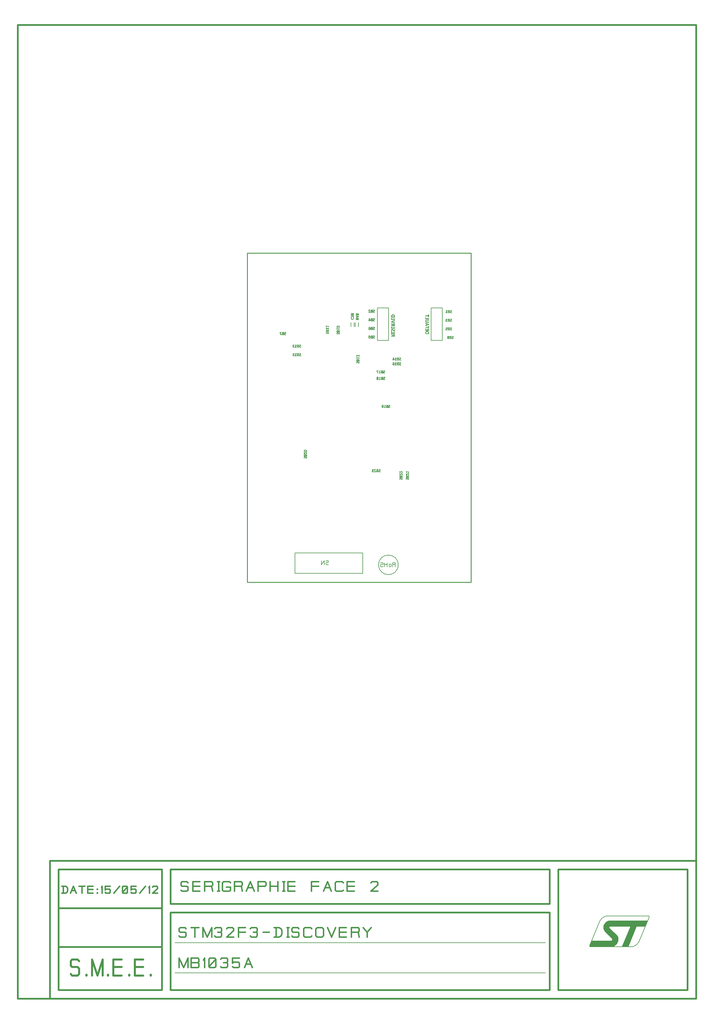
<source format=gbr>
G70*
%FSLAX55Y55*%
%ADD11C,0.01000*%
%ADD12C,0.00787*%
%ADD13C,0.00800*%
%ADD14C,0.02000*%
%ADD15C,0.00197*%
%ADD16C,0.00591*%
%ADD17C,0.00394*%
%ADD18C,0.01500*%
%ADD19C,0.02480*%
%ADD20C,0.01575*%
D11*
X285882Y503057D02*
X545725Y503057D01*
X545725Y884947*
X285882Y884947*
X285882Y503057*
D12*
X461019Y523234D02*
G75*
G02X438337Y523234I-11341J00000D01*
G02X461019Y523234I11341J00000*
D13*
G01X436804Y783797D02*
X449804Y783797D01*
X449804Y821297*
X436804Y821297*
X436804Y783797*
X499304Y783797D02*
X512304Y783797D01*
X512304Y821297*
X499304Y821297*
X499304Y783797*
D12*
X419930Y537112D02*
X341189Y537112D01*
X419930Y513490D02*
X419930Y537112D01*
X419930Y513490D02*
X341189Y513490D01*
X341189Y537112*
D13*
G36*
X685804Y86797D02*
X708758Y86807D01*
X709804Y88897*
X700804Y97897*
X699604Y100597*
X699604Y103897*
X699904Y105097*
X701104Y107197*
X702304Y108397*
X703804Y109297*
X705604Y109897*
X707704Y110197*
X750304Y110197*
X747904Y103897*
X747604Y103597*
X737704Y103597*
X728104Y80797*
X721204Y80797*
X730504Y102697*
X730504Y103597*
X706804Y103597*
X706204Y103297*
X705904Y102697*
X705904Y101797*
X706204Y101497*
X714904Y93097*
X715804Y91597*
X716104Y90097*
X716404Y89797*
X716404Y87097*
G75*
G02X711604Y80797I-08949J01839*
G01X683404Y80797*
X683404Y81397*
X685504Y86497*
X685804Y86797*
G37*
X708758Y86807*
X709804Y88897*
X700804Y97897*
X699604Y100597*
X699604Y103897*
X699904Y105097*
X701104Y107197*
X702304Y108397*
X703804Y109297*
X705604Y109897*
X707704Y110197*
X750304Y110197*
X747904Y103897*
X747604Y103597*
X737704Y103597*
X728104Y80797*
X721204Y80797*
X730504Y102697*
X730504Y103597*
X706804Y103597*
X706204Y103297*
X705904Y102697*
X705904Y101797*
X706204Y101497*
X714904Y93097*
X715804Y91597*
X716104Y90097*
X716404Y89797*
X716404Y87097*
G75*
G02X711604Y80797I-08949J01839*
G01X683404Y80797*
X683404Y81397*
X685504Y86497*
X685804Y86797*
X202051Y49689D02*
X632051Y49689D01*
D14*
X197051Y129689D02*
X637051Y129689D01*
X67050Y29689D02*
X187051Y29689D01*
D13*
X202051Y84689D02*
X632051Y84689D01*
D14*
X197051Y119689D02*
X637051Y119689D01*
D13*
X684004Y80197D02*
X683404Y80797D01*
X683404Y81397*
X695404Y110497*
G75*
G02X702004Y115597I08543J-04235*
G01X751804Y115597*
X752104Y115297*
X752104Y114097*
X740104Y85297*
G75*
G02X733504Y80197I-08825J04600*
G01X684004Y80197*
D14*
X637051Y129689D02*
X637051Y169689D01*
X57051Y179689D02*
X807051Y179689D01*
X67050Y124689D02*
X187051Y124689D01*
X67050Y169689D02*
X187051Y169689D01*
X197051Y169689D02*
X637051Y169689D01*
X197051Y29689D02*
X197051Y119689D01*
X197051Y129689D02*
X197051Y169689D01*
X67050Y29689D02*
X67050Y169689D01*
X637051Y29689D02*
X637051Y119689D01*
X647051Y169689D02*
X797051Y169689D01*
X647051Y29689D02*
X797051Y29689D01*
X19649Y19689D02*
X19649Y1149611D01*
X19649Y19689D02*
X807051Y19689D01*
X57051Y19689D02*
X57051Y179689D01*
X187051Y29689D02*
X187051Y169689D01*
X647051Y29689D02*
X647051Y169689D01*
X797051Y29689D02*
X797051Y169689D01*
X67050Y79689D02*
X187051Y79689D01*
X807051Y19689D02*
X807051Y1149611D01*
X197051Y29689D02*
X637051Y29689D01*
X19649Y1149611D02*
X807051Y1149611D01*
D15*
G36*
X431664Y807032D02*
X431664Y806995D01*
X431666Y806959*
X431669Y806924*
X431673Y806889*
X431678Y806855*
X431684Y806822*
X431692Y806789*
X431700Y806757*
X431710Y806726*
X431721Y806695*
X431733Y806665*
X431746Y806636*
X431763Y806601*
X431782Y806568*
X431801Y806536*
X431822Y806505*
X431845Y806475*
X431868Y806446*
X431893Y806418*
X431919Y806391*
X431947Y806366*
X431975Y806341*
X432005Y806317*
X432036Y806295*
X432068Y806273*
X432101Y806253*
X432135Y806235*
X432170Y806217*
X432206Y806201*
X432243Y806185*
X432281Y806171*
X432320Y806158*
X432356Y806148*
X432393Y806138*
X432430Y806130*
X432468Y806122*
X432506Y806115*
X432545Y806110*
X432585Y806105*
X432624Y806102*
X432665Y806099*
X432706Y806098*
X432739Y806098*
X432771Y806098*
X432802Y806099*
X432833Y806100*
X432862Y806102*
X432891Y806104*
X432919Y806106*
X432946Y806109*
X432971Y806111*
X432996Y806115*
X433021Y806119*
X433044Y806123*
X433078Y806129*
X433110Y806136*
X433142Y806143*
X433173Y806151*
X433203Y806159*
X433232Y806167*
X433260Y806176*
X433288Y806185*
X433322Y806198*
X433355Y806210*
X433386Y806223*
X433415Y806236*
X433442Y806249*
X433467Y806262*
X433501Y806281*
X433529Y806299*
X433551Y806315*
X433568Y806329*
X433593Y806362*
X433610Y806403*
X433620Y806457*
X433624Y806527*
X433623Y806562*
X433621Y806592*
X433619Y806618*
X433612Y806651*
X433604Y806677*
X433579Y806708*
X433545Y806717*
X433447Y806677*
X433414Y806656*
X433375Y806634*
X433333Y806612*
X433286Y806588*
X433256Y806575*
X433226Y806561*
X433193Y806548*
X433159Y806536*
X433124Y806523*
X433086Y806511*
X433047Y806499*
X433019Y806491*
X432990Y806484*
X432960Y806478*
X432929Y806472*
X432897Y806468*
X432865Y806464*
X432831Y806461*
X432797Y806459*
X432762Y806458*
X432726Y806457*
X432695Y806458*
X432665Y806459*
X432636Y806461*
X432607Y806464*
X432579Y806469*
X432552Y806473*
X432525Y806479*
X432498Y806486*
X432471Y806495*
X432444Y806505*
X432419Y806515*
X432395Y806525*
X432372Y806536*
X432351Y806548*
X432330Y806559*
X432310Y806572*
X432292Y806585*
X432275Y806598*
X432252Y806618*
X432231Y806639*
X432211Y806661*
X432193Y806685*
X432177Y806709*
X432161Y806736*
X432148Y806763*
X432136Y806791*
X432126Y806821*
X432118Y806852*
X432112Y806884*
X432107Y806917*
X432105Y806951*
X432104Y806986*
X432104Y807012*
X432106Y807038*
X432109Y807063*
X432114Y807087*
X432119Y807110*
X432126Y807133*
X432134Y807155*
X432143Y807176*
X432154Y807196*
X432165Y807216*
X432181Y807239*
X432199Y807262*
X432217Y807284*
X432237Y807305*
X432258Y807326*
X432280Y807346*
X432304Y807365*
X432328Y807383*
X432354Y807401*
X432381Y807419*
X432408Y807436*
X432436Y807453*
X432466Y807469*
X432496Y807485*
X432527Y807500*
X432559Y807515*
X432587Y807529*
X432616Y807542*
X432646Y807556*
X432675Y807569*
X432704Y807583*
X432734Y807596*
X432764Y807610*
X432794Y807624*
X432823Y807638*
X432853Y807652*
X432881Y807666*
X432909Y807679*
X432936Y807693*
X432963Y807707*
X432989Y807721*
X433015Y807735*
X433040Y807749*
X433064Y807762*
X433094Y807780*
X433123Y807799*
X433151Y807817*
X433177Y807836*
X433203Y807855*
X433228Y807875*
X433252Y807894*
X433274Y807914*
X433296Y807934*
X433317Y807955*
X433342Y807981*
X433365Y808008*
X433387Y808037*
X433409Y808066*
X433428Y808097*
X433447Y808129*
X433465Y808162*
X433481Y808196*
X433496Y808231*
X433508Y808268*
X433519Y808307*
X433528Y808348*
X433535Y808390*
X433540Y808434*
X433543Y808480*
X433544Y808527*
X433543Y808567*
X433541Y808605*
X433537Y808642*
X433532Y808679*
X433526Y808715*
X433518Y808750*
X433508Y808784*
X433497Y808817*
X433485Y808850*
X433471Y808881*
X433454Y808915*
X433436Y808948*
X433417Y808979*
X433396Y809009*
X433373Y809038*
X433349Y809066*
X433324Y809093*
X433297Y809118*
X433269Y809141*
X433240Y809162*
X433210Y809183*
X433180Y809202*
X433150Y809220*
X433120Y809237*
X433089Y809252*
X433058Y809267*
X433026Y809280*
X432994Y809292*
X432959Y809302*
X432924Y809312*
X432889Y809320*
X432854Y809328*
X432819Y809335*
X432784Y809341*
X432750Y809346*
X432715Y809350*
X432680Y809353*
X432646Y809355*
X432611Y809357*
X432577Y809357*
X432542Y809357*
X432506Y809355*
X432471Y809353*
X432435Y809349*
X432400Y809344*
X432364Y809339*
X432329Y809332*
X432294Y809325*
X432260Y809318*
X432227Y809309*
X432194Y809300*
X432162Y809290*
X432131Y809280*
X432101Y809269*
X432073Y809258*
X432045Y809246*
X432019Y809234*
X431994Y809221*
X431960Y809204*
X431932Y809187*
X431911Y809173*
X431896Y809160*
X431866Y809124*
X431854Y809089*
X431846Y809038*
X431844Y808961*
X431845Y808919*
X431847Y808881*
X431852Y808849*
X431859Y808823*
X431880Y808788*
X431911Y808777*
X431996Y808811*
X432027Y808828*
X432061Y808846*
X432098Y808865*
X432139Y808886*
X432168Y808900*
X432199Y808913*
X432231Y808926*
X432265Y808939*
X432301Y808951*
X432339Y808962*
X432368Y808971*
X432398Y808978*
X432429Y808984*
X432461Y808989*
X432494Y808992*
X432528Y808995*
X432562Y808997*
X432598Y808997*
X432627Y808997*
X432656Y808995*
X432683Y808993*
X432710Y808990*
X432736Y808986*
X432761Y808982*
X432785Y808976*
X432809Y808970*
X432835Y808960*
X432860Y808950*
X432883Y808940*
X432905Y808929*
X432926Y808918*
X432945Y808907*
X432963Y808895*
X432980Y808883*
X433001Y808863*
X433021Y808842*
X433039Y808821*
X433055Y808800*
X433069Y808778*
X433081Y808756*
X433091Y808734*
X433101Y808707*
X433109Y808680*
X433116Y808653*
X433120Y808624*
X433123Y808596*
X433124Y808567*
X433123Y808538*
X433121Y808510*
X433117Y808482*
X433111Y808456*
X433105Y808431*
X433096Y808407*
X433086Y808383*
X433075Y808361*
X433058Y808335*
X433040Y808311*
X433022Y808287*
X433002Y808265*
X432983Y808244*
X432962Y808224*
X432941Y808205*
X432919Y808187*
X432894Y808169*
X432869Y808152*
X432844Y808135*
X432818Y808119*
X432792Y808104*
X432767Y808089*
X432741Y808075*
X432715Y808061*
X432689Y808048*
X432663Y808035*
X432633Y808022*
X432604Y808008*
X432574Y807995*
X432545Y807981*
X432515Y807967*
X432485Y807953*
X432455Y807940*
X432425Y807926*
X432395Y807912*
X432366Y807898*
X432337Y807884*
X432309Y807870*
X432281Y807857*
X432254Y807843*
X432227Y807829*
X432202Y807816*
X432176Y807802*
X432151Y807788*
X432121Y807771*
X432091Y807753*
X432063Y807734*
X432035Y807716*
X432009Y807697*
X431984Y807678*
X431959Y807658*
X431936Y807639*
X431914Y807619*
X431893Y807599*
X431868Y807573*
X431844Y807546*
X431821Y807517*
X431800Y807488*
X431780Y807457*
X431761Y807426*
X431743Y807393*
X431727Y807359*
X431712Y807324*
X431699Y807287*
X431688Y807248*
X431679Y807208*
X431673Y807166*
X431668Y807123*
X431665Y807079*
X431664Y807032*
G37*
X431664Y806995*
X431666Y806959*
X431669Y806924*
X431673Y806889*
X431678Y806855*
X431684Y806822*
X431692Y806789*
X431700Y806757*
X431710Y806726*
X431721Y806695*
X431733Y806665*
X431746Y806636*
X431763Y806601*
X431782Y806568*
X431801Y806536*
X431822Y806505*
X431845Y806475*
X431868Y806446*
X431893Y806418*
X431919Y806391*
X431947Y806366*
X431975Y806341*
X432005Y806317*
X432036Y806295*
X432068Y806273*
X432101Y806253*
X432135Y806235*
X432170Y806217*
X432206Y806201*
X432243Y806185*
X432281Y806171*
X432320Y806158*
X432356Y806148*
X432393Y806138*
X432430Y806130*
X432468Y806122*
X432506Y806115*
X432545Y806110*
X432585Y806105*
X432624Y806102*
X432665Y806099*
X432706Y806098*
X432739Y806098*
X432771Y806098*
X432802Y806099*
X432833Y806100*
X432862Y806102*
X432891Y806104*
X432919Y806106*
X432946Y806109*
X432971Y806111*
X432996Y806115*
X433021Y806119*
X433044Y806123*
X433078Y806129*
X433110Y806136*
X433142Y806143*
X433173Y806151*
X433203Y806159*
X433232Y806167*
X433260Y806176*
X433288Y806185*
X433322Y806198*
X433355Y806210*
X433386Y806223*
X433415Y806236*
X433442Y806249*
X433467Y806262*
X433501Y806281*
X433529Y806299*
X433551Y806315*
X433568Y806329*
X433593Y806362*
X433610Y806403*
X433620Y806457*
X433624Y806527*
X433623Y806562*
X433621Y806592*
X433619Y806618*
X433612Y806651*
X433604Y806677*
X433579Y806708*
X433545Y806717*
X433447Y806677*
X433414Y806656*
X433375Y806634*
X433333Y806612*
X433286Y806588*
X433256Y806575*
X433226Y806561*
X433193Y806548*
X433159Y806536*
X433124Y806523*
X433086Y806511*
X433047Y806499*
X433019Y806491*
X432990Y806484*
X432960Y806478*
X432929Y806472*
X432897Y806468*
X432865Y806464*
X432831Y806461*
X432797Y806459*
X432762Y806458*
X432726Y806457*
X432695Y806458*
X432665Y806459*
X432636Y806461*
X432607Y806464*
X432579Y806469*
X432552Y806473*
X432525Y806479*
X432498Y806486*
X432471Y806495*
X432444Y806505*
X432419Y806515*
X432395Y806525*
X432372Y806536*
X432351Y806548*
X432330Y806559*
X432310Y806572*
X432292Y806585*
X432275Y806598*
X432252Y806618*
X432231Y806639*
X432211Y806661*
X432193Y806685*
X432177Y806709*
X432161Y806736*
X432148Y806763*
X432136Y806791*
X432126Y806821*
X432118Y806852*
X432112Y806884*
X432107Y806917*
X432105Y806951*
X432104Y806986*
X432104Y807012*
X432106Y807038*
X432109Y807063*
X432114Y807087*
X432119Y807110*
X432126Y807133*
X432134Y807155*
X432143Y807176*
X432154Y807196*
X432165Y807216*
X432181Y807239*
X432199Y807262*
X432217Y807284*
X432237Y807305*
X432258Y807326*
X432280Y807346*
X432304Y807365*
X432328Y807383*
X432354Y807401*
X432381Y807419*
X432408Y807436*
X432436Y807453*
X432466Y807469*
X432496Y807485*
X432527Y807500*
X432559Y807515*
X432587Y807529*
X432616Y807542*
X432646Y807556*
X432675Y807569*
X432704Y807583*
X432734Y807596*
X432764Y807610*
X432794Y807624*
X432823Y807638*
X432853Y807652*
X432881Y807666*
X432909Y807679*
X432936Y807693*
X432963Y807707*
X432989Y807721*
X433015Y807735*
X433040Y807749*
X433064Y807762*
X433094Y807780*
X433123Y807799*
X433151Y807817*
X433177Y807836*
X433203Y807855*
X433228Y807875*
X433252Y807894*
X433274Y807914*
X433296Y807934*
X433317Y807955*
X433342Y807981*
X433365Y808008*
X433387Y808037*
X433409Y808066*
X433428Y808097*
X433447Y808129*
X433465Y808162*
X433481Y808196*
X433496Y808231*
X433508Y808268*
X433519Y808307*
X433528Y808348*
X433535Y808390*
X433540Y808434*
X433543Y808480*
X433544Y808527*
X433543Y808567*
X433541Y808605*
X433537Y808642*
X433532Y808679*
X433526Y808715*
X433518Y808750*
X433508Y808784*
X433497Y808817*
X433485Y808850*
X433471Y808881*
X433454Y808915*
X433436Y808948*
X433417Y808979*
X433396Y809009*
X433373Y809038*
X433349Y809066*
X433324Y809093*
X433297Y809118*
X433269Y809141*
X433240Y809162*
X433210Y809183*
X433180Y809202*
X433150Y809220*
X433120Y809237*
X433089Y809252*
X433058Y809267*
X433026Y809280*
X432994Y809292*
X432959Y809302*
X432924Y809312*
X432889Y809320*
X432854Y809328*
X432819Y809335*
X432784Y809341*
X432750Y809346*
X432715Y809350*
X432680Y809353*
X432646Y809355*
X432611Y809357*
X432577Y809357*
X432542Y809357*
X432506Y809355*
X432471Y809353*
X432435Y809349*
X432400Y809344*
X432364Y809339*
X432329Y809332*
X432294Y809325*
X432260Y809318*
X432227Y809309*
X432194Y809300*
X432162Y809290*
X432131Y809280*
X432101Y809269*
X432073Y809258*
X432045Y809246*
X432019Y809234*
X431994Y809221*
X431960Y809204*
X431932Y809187*
X431911Y809173*
X431896Y809160*
X431866Y809124*
X431854Y809089*
X431846Y809038*
X431844Y808961*
X431845Y808919*
X431847Y808881*
X431852Y808849*
X431859Y808823*
X431880Y808788*
X431911Y808777*
X431996Y808811*
X432027Y808828*
X432061Y808846*
X432098Y808865*
X432139Y808886*
X432168Y808900*
X432199Y808913*
X432231Y808926*
X432265Y808939*
X432301Y808951*
X432339Y808962*
X432368Y808971*
X432398Y808978*
X432429Y808984*
X432461Y808989*
X432494Y808992*
X432528Y808995*
X432562Y808997*
X432598Y808997*
X432627Y808997*
X432656Y808995*
X432683Y808993*
X432710Y808990*
X432736Y808986*
X432761Y808982*
X432785Y808976*
X432809Y808970*
X432835Y808960*
X432860Y808950*
X432883Y808940*
X432905Y808929*
X432926Y808918*
X432945Y808907*
X432963Y808895*
X432980Y808883*
X433001Y808863*
X433021Y808842*
X433039Y808821*
X433055Y808800*
X433069Y808778*
X433081Y808756*
X433091Y808734*
X433101Y808707*
X433109Y808680*
X433116Y808653*
X433120Y808624*
X433123Y808596*
X433124Y808567*
X433123Y808538*
X433121Y808510*
X433117Y808482*
X433111Y808456*
X433105Y808431*
X433096Y808407*
X433086Y808383*
X433075Y808361*
X433058Y808335*
X433040Y808311*
X433022Y808287*
X433002Y808265*
X432983Y808244*
X432962Y808224*
X432941Y808205*
X432919Y808187*
X432894Y808169*
X432869Y808152*
X432844Y808135*
X432818Y808119*
X432792Y808104*
X432767Y808089*
X432741Y808075*
X432715Y808061*
X432689Y808048*
X432663Y808035*
X432633Y808022*
X432604Y808008*
X432574Y807995*
X432545Y807981*
X432515Y807967*
X432485Y807953*
X432455Y807940*
X432425Y807926*
X432395Y807912*
X432366Y807898*
X432337Y807884*
X432309Y807870*
X432281Y807857*
X432254Y807843*
X432227Y807829*
X432202Y807816*
X432176Y807802*
X432151Y807788*
X432121Y807771*
X432091Y807753*
X432063Y807734*
X432035Y807716*
X432009Y807697*
X431984Y807678*
X431959Y807658*
X431936Y807639*
X431914Y807619*
X431893Y807599*
X431868Y807573*
X431844Y807546*
X431821Y807517*
X431800Y807488*
X431780Y807457*
X431761Y807426*
X431743Y807393*
X431727Y807359*
X431712Y807324*
X431699Y807287*
X431688Y807248*
X431679Y807208*
X431673Y807166*
X431668Y807123*
X431665Y807079*
X431664Y807032*
X428984Y807045D02*
X428984Y807008D01*
X428986Y806972*
X428989Y806936*
X428993Y806902*
X428999Y806868*
X429005Y806834*
X429013Y806802*
X429022Y806770*
X429033Y806734*
X429046Y806700*
X429060Y806666*
X429075Y806634*
X429092Y806603*
X429110Y806573*
X429129Y806543*
X429149Y806515*
X429171Y806488*
X429193Y806462*
X429217Y806437*
X429242Y806413*
X429268Y806389*
X429295Y806367*
X429323Y806346*
X429353Y806326*
X429383Y806307*
X429414Y806288*
X429447Y806271*
X429480Y806255*
X429514Y806240*
X429549Y806226*
X429585Y806213*
X429622Y806200*
X429659Y806189*
X429697Y806179*
X429736Y806171*
X429775Y806163*
X429811Y806157*
X429847Y806152*
X429885Y806147*
X429924Y806144*
X429965Y806141*
X430007Y806139*
X430050Y806138*
X430094Y806137*
X430926Y806137*
X430981Y806147*
X431033Y806175*
X431071Y806228*
X431084Y806309*
X431084Y809145*
X431081Y809189*
X431071Y809227*
X431055Y809256*
X431033Y809279*
X430999Y809300*
X430963Y809313*
X430926Y809317*
X430201Y809317*
X430166Y809317*
X430132Y809316*
X430098Y809315*
X430065Y809314*
X430033Y809312*
X430002Y809310*
X429971Y809307*
X429941Y809304*
X429913Y809300*
X429885Y809296*
X429857Y809291*
X429831Y809287*
X429805Y809281*
X429780Y809276*
X429756Y809269*
X429733Y809263*
X429697Y809251*
X429663Y809239*
X429629Y809226*
X429597Y809211*
X429566Y809196*
X429536Y809180*
X429507Y809163*
X429480Y809144*
X429454Y809125*
X429429Y809105*
X429399Y809078*
X429372Y809050*
X429346Y809021*
X429322Y808989*
X429300Y808957*
X429280Y808923*
X429262Y808888*
X429245Y808851*
X429232Y808817*
X429221Y808782*
X429211Y808746*
X429203Y808709*
X429196Y808671*
X429191Y808632*
X429187Y808592*
X429184Y808551*
X429185Y808518*
X429185Y808485*
X429187Y808454*
X429189Y808424*
X429192Y808395*
X429196Y808367*
X429200Y808341*
X429205Y808316*
X429215Y808281*
X429225Y808247*
X429237Y808214*
X429249Y808183*
X429262Y808154*
X429276Y808127*
X429291Y808101*
X429313Y808067*
X429337Y808034*
X429364Y808002*
X429393Y807973*
X429424Y807944*
X429451Y807922*
X429480Y807901*
X429510Y807881*
X429541Y807863*
X429574Y807846*
X429607Y807831*
X429571Y807823*
X429535Y807813*
X429499Y807802*
X429464Y807790*
X429430Y807775*
X429397Y807759*
X429364Y807741*
X429333Y807722*
X429302Y807701*
X429273Y807679*
X429245Y807656*
X429217Y807631*
X429191Y807604*
X429167Y807576*
X429143Y807547*
X429121Y807516*
X429101Y807484*
X429081Y807450*
X429064Y807415*
X429047Y807379*
X429033Y807341*
X429021Y807307*
X429011Y807272*
X429003Y807236*
X428996Y807200*
X428991Y807162*
X428987Y807124*
X428984Y807085*
X428984Y807045*
X429624Y808471D02*
X429625Y808509D01*
X429627Y808546*
X429632Y808582*
X429638Y808616*
X429646Y808650*
X429656Y808682*
X429670Y808718*
X429687Y808753*
X429707Y808785*
X429730Y808815*
X429756Y808842*
X429785Y808867*
X429818Y808890*
X429854Y808910*
X429893Y808927*
X429935Y808942*
X429974Y808953*
X430017Y808962*
X430063Y808969*
X430114Y808973*
X430169Y808976*
X430227Y808977*
X430664Y808977*
X430664Y807937*
X430183Y807937*
X430147Y807938*
X430113Y807939*
X430081Y807942*
X430050Y807946*
X430020Y807951*
X429992Y807956*
X429966Y807963*
X429941Y807971*
X429907Y807987*
X429875Y808003*
X429846Y808020*
X429819Y808038*
X429794Y808057*
X429771Y808077*
X429751Y808097*
X429726Y808128*
X429704Y808160*
X429684Y808194*
X429668Y808230*
X429654Y808269*
X429643Y808308*
X429635Y808348*
X429629Y808388*
X429625Y808429*
X429624Y808471*
X429424Y807015D02*
X429425Y807055D01*
X429427Y807094*
X429432Y807131*
X429439Y807167*
X429447Y807201*
X429457Y807234*
X429469Y807266*
X429486Y807301*
X429504Y807334*
X429525Y807365*
X429549Y807394*
X429575Y807422*
X429603Y807447*
X429633Y807471*
X429666Y807492*
X429702Y807512*
X429739Y807530*
X429780Y807545*
X429823Y807559*
X429862Y807569*
X429904Y807578*
X429948Y807585*
X429996Y807590*
X430046Y807594*
X430099Y807596*
X430155Y807597*
X430664Y807597*
X430664Y806477*
X430046Y806477*
X430010Y806478*
X429976Y806479*
X429942Y806482*
X429910Y806486*
X429879Y806491*
X429849Y806496*
X429820Y806503*
X429792Y806512*
X429756Y806524*
X429722Y806538*
X429690Y806554*
X429658Y806572*
X429629Y806592*
X429600Y806613*
X429569Y806642*
X429540Y806673*
X429514Y806706*
X429491Y806743*
X429471Y806782*
X429456Y806816*
X429444Y806852*
X429435Y806890*
X429429Y806930*
X429425Y806972*
X429424Y807015*
X429525Y806236D02*
X431072Y806236D01*
X429221Y806432D02*
X431084Y806432D01*
X429078Y806629D02*
X429582Y806629D01*
X430664Y806629D02*
X431084Y806629D01*
X429007Y806826D02*
X429453Y806826D01*
X430664Y806826D02*
X431084Y806826D01*
X428984Y807023D02*
X429424Y807023D01*
X430664Y807023D02*
X431084Y807023D01*
X429000Y807220D02*
X429453Y807220D01*
X430664Y807220D02*
X431084Y807220D01*
X429064Y807417D02*
X429570Y807417D01*
X430664Y807417D02*
X431084Y807417D01*
X429201Y807614D02*
X431084Y807614D01*
X429525Y807810D02*
X431084Y807810D01*
X429360Y808007D02*
X429868Y808007D01*
X430664Y808007D02*
X431084Y808007D01*
X429241Y808204D02*
X429680Y808204D01*
X430664Y808204D02*
X431084Y808204D01*
X429192Y808401D02*
X429627Y808401D01*
X430664Y808401D02*
X431084Y808401D01*
X429187Y808598D02*
X429634Y808598D01*
X430664Y808598D02*
X431084Y808598D01*
X429225Y808795D02*
X429715Y808795D01*
X430664Y808795D02*
X431084Y808795D01*
X429324Y808991D02*
X431084Y808991D01*
X429552Y809188D02*
X431081Y809188D01*
X426373Y807027D02*
X426374Y806990D01*
X426379Y806956*
X426387Y806927*
X426397Y806903*
X426427Y806869*
X426466Y806857*
X426824Y806857*
X426824Y806193*
X426834Y806160*
X426869Y806137*
X426934Y806122*
X426980Y806118*
X427037Y806117*
X427075Y806118*
X427109Y806119*
X427138Y806122*
X427174Y806128*
X427202Y806137*
X427235Y806160*
X427244Y806193*
X427244Y806857*
X428551Y806857*
X428600Y806864*
X428636Y806891*
X428658Y806946*
X428662Y806988*
X428664Y807040*
X428663Y807084*
X428661Y807122*
X428657Y807157*
X428651Y807188*
X428632Y807246*
X428602Y807305*
X427462Y809260*
X427426Y809295*
X427365Y809320*
X427323Y809328*
X427272Y809333*
X427234Y809335*
X427190Y809337*
X427143Y809337*
X427111Y809337*
X427080Y809336*
X427052Y809335*
X427025Y809333*
X426999Y809331*
X426961Y809326*
X426929Y809321*
X426901Y809315*
X426868Y809303*
X426844Y809289*
X426824Y809250*
X426824Y807197*
X426466Y807197*
X426399Y807155*
X426379Y807102*
X426373Y807027*
X427244Y808964D02*
X427249Y808964D01*
X428279Y807197*
X427244Y807197*
X427244Y808964*
X426824Y806216D02*
X427244Y806216D01*
X426824Y806412D02*
X427244Y806412D01*
X426824Y806609D02*
X427244Y806609D01*
X426824Y806806D02*
X427244Y806806D01*
X426374Y807003D02*
X428663Y807003D01*
X426824Y807200D02*
X427244Y807200D01*
X428277Y807200D02*
X428647Y807200D01*
X426824Y807397D02*
X427244Y807397D01*
X428163Y807397D02*
X428549Y807397D01*
X426824Y807594D02*
X427244Y807594D01*
X428048Y807594D02*
X428434Y807594D01*
X426824Y807790D02*
X427244Y807790D01*
X427933Y807790D02*
X428319Y807790D01*
X426824Y807987D02*
X427244Y807987D01*
X427818Y807987D02*
X428204Y807987D01*
X426824Y808184D02*
X427244Y808184D01*
X427703Y808184D02*
X428090Y808184D01*
X426824Y808381D02*
X427244Y808381D01*
X427589Y808381D02*
X427975Y808381D01*
X426824Y808578D02*
X427244Y808578D01*
X427474Y808578D02*
X427860Y808578D01*
X426824Y808775D02*
X427244Y808775D01*
X427359Y808775D02*
X427745Y808775D01*
X426824Y808971D02*
X427630Y808971D01*
X426824Y809168D02*
X427515Y809168D01*
G36*
X523164Y786532D02*
X523164Y786495D01*
X523166Y786459*
X523169Y786424*
X523173Y786389*
X523178Y786355*
X523184Y786322*
X523192Y786289*
X523200Y786257*
X523210Y786226*
X523221Y786195*
X523233Y786165*
X523246Y786136*
X523263Y786101*
X523282Y786068*
X523301Y786036*
X523322Y786005*
X523345Y785975*
X523368Y785946*
X523393Y785918*
X523419Y785891*
X523447Y785866*
X523475Y785841*
X523505Y785817*
X523536Y785795*
X523568Y785773*
X523601Y785753*
X523635Y785735*
X523670Y785717*
X523706Y785701*
X523743Y785685*
X523781Y785671*
X523820Y785658*
X523856Y785648*
X523893Y785638*
X523930Y785630*
X523968Y785622*
X524006Y785615*
X524045Y785610*
X524085Y785605*
X524124Y785602*
X524165Y785599*
X524206Y785598*
X524239Y785598*
X524271Y785598*
X524302Y785599*
X524333Y785600*
X524362Y785602*
X524391Y785604*
X524419Y785606*
X524446Y785609*
X524471Y785611*
X524496Y785615*
X524521Y785619*
X524544Y785623*
X524578Y785629*
X524610Y785636*
X524642Y785643*
X524673Y785651*
X524703Y785659*
X524732Y785667*
X524760Y785676*
X524788Y785685*
X524822Y785698*
X524855Y785710*
X524886Y785723*
X524915Y785736*
X524942Y785749*
X524967Y785762*
X525001Y785781*
X525029Y785799*
X525051Y785815*
X525068Y785829*
X525093Y785862*
X525110Y785903*
X525120Y785957*
X525124Y786027*
X525123Y786062*
X525121Y786092*
X525119Y786118*
X525112Y786151*
X525104Y786177*
X525079Y786208*
X525045Y786217*
X524947Y786177*
X524914Y786156*
X524875Y786134*
X524833Y786112*
X524786Y786088*
X524756Y786075*
X524726Y786061*
X524693Y786048*
X524659Y786036*
X524624Y786023*
X524586Y786011*
X524547Y785999*
X524519Y785991*
X524490Y785984*
X524460Y785978*
X524429Y785972*
X524397Y785968*
X524365Y785964*
X524331Y785961*
X524297Y785959*
X524262Y785958*
X524226Y785957*
X524195Y785958*
X524165Y785959*
X524136Y785961*
X524107Y785964*
X524079Y785969*
X524052Y785973*
X524025Y785979*
X523998Y785986*
X523971Y785995*
X523944Y786005*
X523919Y786015*
X523895Y786025*
X523872Y786036*
X523851Y786048*
X523830Y786059*
X523810Y786072*
X523792Y786085*
X523775Y786098*
X523752Y786118*
X523731Y786139*
X523711Y786161*
X523693Y786185*
X523677Y786209*
X523661Y786236*
X523648Y786263*
X523636Y786291*
X523626Y786321*
X523618Y786352*
X523612Y786384*
X523607Y786417*
X523605Y786451*
X523604Y786486*
X523604Y786512*
X523606Y786538*
X523609Y786563*
X523614Y786587*
X523619Y786610*
X523626Y786633*
X523634Y786655*
X523643Y786676*
X523654Y786696*
X523665Y786716*
X523681Y786739*
X523699Y786762*
X523717Y786784*
X523737Y786805*
X523758Y786826*
X523780Y786846*
X523804Y786865*
X523828Y786883*
X523854Y786901*
X523881Y786919*
X523908Y786936*
X523936Y786953*
X523966Y786969*
X523996Y786985*
X524027Y787000*
X524059Y787015*
X524087Y787029*
X524116Y787042*
X524146Y787056*
X524175Y787069*
X524204Y787083*
X524234Y787096*
X524264Y787110*
X524294Y787124*
X524323Y787138*
X524353Y787152*
X524381Y787166*
X524409Y787179*
X524436Y787193*
X524463Y787207*
X524489Y787221*
X524515Y787235*
X524540Y787249*
X524564Y787262*
X524594Y787280*
X524623Y787299*
X524651Y787317*
X524677Y787336*
X524703Y787355*
X524728Y787375*
X524752Y787394*
X524774Y787414*
X524796Y787434*
X524817Y787455*
X524842Y787481*
X524865Y787508*
X524887Y787537*
X524909Y787566*
X524928Y787597*
X524947Y787629*
X524965Y787662*
X524981Y787696*
X524996Y787731*
X525008Y787768*
X525019Y787807*
X525028Y787848*
X525035Y787890*
X525040Y787934*
X525043Y787980*
X525044Y788027*
X525043Y788067*
X525041Y788105*
X525037Y788142*
X525032Y788179*
X525026Y788215*
X525018Y788250*
X525008Y788284*
X524997Y788317*
X524985Y788350*
X524971Y788381*
X524954Y788415*
X524936Y788448*
X524917Y788479*
X524896Y788509*
X524873Y788538*
X524849Y788566*
X524824Y788593*
X524797Y788618*
X524769Y788641*
X524740Y788662*
X524710Y788683*
X524680Y788702*
X524650Y788720*
X524620Y788737*
X524589Y788752*
X524558Y788767*
X524526Y788780*
X524494Y788792*
X524459Y788802*
X524424Y788812*
X524389Y788820*
X524354Y788828*
X524319Y788835*
X524284Y788841*
X524250Y788846*
X524215Y788850*
X524180Y788853*
X524146Y788855*
X524111Y788857*
X524077Y788857*
X524042Y788857*
X524006Y788855*
X523971Y788853*
X523935Y788849*
X523900Y788844*
X523864Y788839*
X523829Y788832*
X523794Y788825*
X523760Y788818*
X523727Y788809*
X523694Y788800*
X523662Y788790*
X523631Y788780*
X523601Y788769*
X523573Y788758*
X523545Y788746*
X523519Y788734*
X523494Y788721*
X523460Y788704*
X523432Y788687*
X523411Y788673*
X523396Y788660*
X523366Y788624*
X523354Y788589*
X523346Y788538*
X523344Y788461*
X523345Y788419*
X523347Y788381*
X523352Y788349*
X523359Y788323*
X523380Y788288*
X523411Y788277*
X523496Y788311*
X523527Y788328*
X523561Y788346*
X523598Y788365*
X523639Y788386*
X523668Y788400*
X523699Y788413*
X523731Y788426*
X523765Y788439*
X523801Y788451*
X523839Y788462*
X523868Y788471*
X523898Y788478*
X523929Y788484*
X523961Y788489*
X523994Y788492*
X524028Y788495*
X524062Y788497*
X524098Y788497*
X524127Y788497*
X524156Y788495*
X524183Y788493*
X524210Y788490*
X524236Y788486*
X524261Y788482*
X524285Y788476*
X524309Y788470*
X524335Y788460*
X524360Y788450*
X524383Y788440*
X524405Y788429*
X524426Y788418*
X524445Y788407*
X524463Y788395*
X524480Y788383*
X524501Y788363*
X524521Y788342*
X524539Y788321*
X524555Y788300*
X524569Y788278*
X524581Y788256*
X524591Y788234*
X524601Y788207*
X524609Y788180*
X524616Y788153*
X524620Y788124*
X524623Y788096*
X524624Y788067*
X524623Y788038*
X524621Y788010*
X524617Y787982*
X524611Y787956*
X524605Y787931*
X524596Y787907*
X524586Y787883*
X524575Y787861*
X524558Y787835*
X524540Y787811*
X524522Y787787*
X524502Y787765*
X524483Y787744*
X524462Y787724*
X524441Y787705*
X524419Y787687*
X524394Y787669*
X524369Y787652*
X524344Y787635*
X524318Y787619*
X524292Y787604*
X524267Y787589*
X524241Y787575*
X524215Y787561*
X524189Y787548*
X524163Y787535*
X524133Y787522*
X524104Y787508*
X524074Y787495*
X524045Y787481*
X524015Y787467*
X523985Y787453*
X523955Y787440*
X523925Y787426*
X523895Y787412*
X523866Y787398*
X523837Y787384*
X523809Y787370*
X523781Y787357*
X523754Y787343*
X523727Y787329*
X523702Y787316*
X523676Y787302*
X523651Y787288*
X523621Y787271*
X523591Y787253*
X523563Y787234*
X523535Y787216*
X523509Y787197*
X523484Y787178*
X523459Y787158*
X523436Y787139*
X523414Y787119*
X523393Y787099*
X523368Y787073*
X523344Y787046*
X523321Y787017*
X523300Y786988*
X523280Y786957*
X523261Y786926*
X523243Y786893*
X523227Y786859*
X523212Y786824*
X523199Y786787*
X523188Y786748*
X523179Y786708*
X523173Y786666*
X523168Y786623*
X523165Y786579*
X523164Y786532*
G37*
X523164Y786495*
X523166Y786459*
X523169Y786424*
X523173Y786389*
X523178Y786355*
X523184Y786322*
X523192Y786289*
X523200Y786257*
X523210Y786226*
X523221Y786195*
X523233Y786165*
X523246Y786136*
X523263Y786101*
X523282Y786068*
X523301Y786036*
X523322Y786005*
X523345Y785975*
X523368Y785946*
X523393Y785918*
X523419Y785891*
X523447Y785866*
X523475Y785841*
X523505Y785817*
X523536Y785795*
X523568Y785773*
X523601Y785753*
X523635Y785735*
X523670Y785717*
X523706Y785701*
X523743Y785685*
X523781Y785671*
X523820Y785658*
X523856Y785648*
X523893Y785638*
X523930Y785630*
X523968Y785622*
X524006Y785615*
X524045Y785610*
X524085Y785605*
X524124Y785602*
X524165Y785599*
X524206Y785598*
X524239Y785598*
X524271Y785598*
X524302Y785599*
X524333Y785600*
X524362Y785602*
X524391Y785604*
X524419Y785606*
X524446Y785609*
X524471Y785611*
X524496Y785615*
X524521Y785619*
X524544Y785623*
X524578Y785629*
X524610Y785636*
X524642Y785643*
X524673Y785651*
X524703Y785659*
X524732Y785667*
X524760Y785676*
X524788Y785685*
X524822Y785698*
X524855Y785710*
X524886Y785723*
X524915Y785736*
X524942Y785749*
X524967Y785762*
X525001Y785781*
X525029Y785799*
X525051Y785815*
X525068Y785829*
X525093Y785862*
X525110Y785903*
X525120Y785957*
X525124Y786027*
X525123Y786062*
X525121Y786092*
X525119Y786118*
X525112Y786151*
X525104Y786177*
X525079Y786208*
X525045Y786217*
X524947Y786177*
X524914Y786156*
X524875Y786134*
X524833Y786112*
X524786Y786088*
X524756Y786075*
X524726Y786061*
X524693Y786048*
X524659Y786036*
X524624Y786023*
X524586Y786011*
X524547Y785999*
X524519Y785991*
X524490Y785984*
X524460Y785978*
X524429Y785972*
X524397Y785968*
X524365Y785964*
X524331Y785961*
X524297Y785959*
X524262Y785958*
X524226Y785957*
X524195Y785958*
X524165Y785959*
X524136Y785961*
X524107Y785964*
X524079Y785969*
X524052Y785973*
X524025Y785979*
X523998Y785986*
X523971Y785995*
X523944Y786005*
X523919Y786015*
X523895Y786025*
X523872Y786036*
X523851Y786048*
X523830Y786059*
X523810Y786072*
X523792Y786085*
X523775Y786098*
X523752Y786118*
X523731Y786139*
X523711Y786161*
X523693Y786185*
X523677Y786209*
X523661Y786236*
X523648Y786263*
X523636Y786291*
X523626Y786321*
X523618Y786352*
X523612Y786384*
X523607Y786417*
X523605Y786451*
X523604Y786486*
X523604Y786512*
X523606Y786538*
X523609Y786563*
X523614Y786587*
X523619Y786610*
X523626Y786633*
X523634Y786655*
X523643Y786676*
X523654Y786696*
X523665Y786716*
X523681Y786739*
X523699Y786762*
X523717Y786784*
X523737Y786805*
X523758Y786826*
X523780Y786846*
X523804Y786865*
X523828Y786883*
X523854Y786901*
X523881Y786919*
X523908Y786936*
X523936Y786953*
X523966Y786969*
X523996Y786985*
X524027Y787000*
X524059Y787015*
X524087Y787029*
X524116Y787042*
X524146Y787056*
X524175Y787069*
X524204Y787083*
X524234Y787096*
X524264Y787110*
X524294Y787124*
X524323Y787138*
X524353Y787152*
X524381Y787166*
X524409Y787179*
X524436Y787193*
X524463Y787207*
X524489Y787221*
X524515Y787235*
X524540Y787249*
X524564Y787262*
X524594Y787280*
X524623Y787299*
X524651Y787317*
X524677Y787336*
X524703Y787355*
X524728Y787375*
X524752Y787394*
X524774Y787414*
X524796Y787434*
X524817Y787455*
X524842Y787481*
X524865Y787508*
X524887Y787537*
X524909Y787566*
X524928Y787597*
X524947Y787629*
X524965Y787662*
X524981Y787696*
X524996Y787731*
X525008Y787768*
X525019Y787807*
X525028Y787848*
X525035Y787890*
X525040Y787934*
X525043Y787980*
X525044Y788027*
X525043Y788067*
X525041Y788105*
X525037Y788142*
X525032Y788179*
X525026Y788215*
X525018Y788250*
X525008Y788284*
X524997Y788317*
X524985Y788350*
X524971Y788381*
X524954Y788415*
X524936Y788448*
X524917Y788479*
X524896Y788509*
X524873Y788538*
X524849Y788566*
X524824Y788593*
X524797Y788618*
X524769Y788641*
X524740Y788662*
X524710Y788683*
X524680Y788702*
X524650Y788720*
X524620Y788737*
X524589Y788752*
X524558Y788767*
X524526Y788780*
X524494Y788792*
X524459Y788802*
X524424Y788812*
X524389Y788820*
X524354Y788828*
X524319Y788835*
X524284Y788841*
X524250Y788846*
X524215Y788850*
X524180Y788853*
X524146Y788855*
X524111Y788857*
X524077Y788857*
X524042Y788857*
X524006Y788855*
X523971Y788853*
X523935Y788849*
X523900Y788844*
X523864Y788839*
X523829Y788832*
X523794Y788825*
X523760Y788818*
X523727Y788809*
X523694Y788800*
X523662Y788790*
X523631Y788780*
X523601Y788769*
X523573Y788758*
X523545Y788746*
X523519Y788734*
X523494Y788721*
X523460Y788704*
X523432Y788687*
X523411Y788673*
X523396Y788660*
X523366Y788624*
X523354Y788589*
X523346Y788538*
X523344Y788461*
X523345Y788419*
X523347Y788381*
X523352Y788349*
X523359Y788323*
X523380Y788288*
X523411Y788277*
X523496Y788311*
X523527Y788328*
X523561Y788346*
X523598Y788365*
X523639Y788386*
X523668Y788400*
X523699Y788413*
X523731Y788426*
X523765Y788439*
X523801Y788451*
X523839Y788462*
X523868Y788471*
X523898Y788478*
X523929Y788484*
X523961Y788489*
X523994Y788492*
X524028Y788495*
X524062Y788497*
X524098Y788497*
X524127Y788497*
X524156Y788495*
X524183Y788493*
X524210Y788490*
X524236Y788486*
X524261Y788482*
X524285Y788476*
X524309Y788470*
X524335Y788460*
X524360Y788450*
X524383Y788440*
X524405Y788429*
X524426Y788418*
X524445Y788407*
X524463Y788395*
X524480Y788383*
X524501Y788363*
X524521Y788342*
X524539Y788321*
X524555Y788300*
X524569Y788278*
X524581Y788256*
X524591Y788234*
X524601Y788207*
X524609Y788180*
X524616Y788153*
X524620Y788124*
X524623Y788096*
X524624Y788067*
X524623Y788038*
X524621Y788010*
X524617Y787982*
X524611Y787956*
X524605Y787931*
X524596Y787907*
X524586Y787883*
X524575Y787861*
X524558Y787835*
X524540Y787811*
X524522Y787787*
X524502Y787765*
X524483Y787744*
X524462Y787724*
X524441Y787705*
X524419Y787687*
X524394Y787669*
X524369Y787652*
X524344Y787635*
X524318Y787619*
X524292Y787604*
X524267Y787589*
X524241Y787575*
X524215Y787561*
X524189Y787548*
X524163Y787535*
X524133Y787522*
X524104Y787508*
X524074Y787495*
X524045Y787481*
X524015Y787467*
X523985Y787453*
X523955Y787440*
X523925Y787426*
X523895Y787412*
X523866Y787398*
X523837Y787384*
X523809Y787370*
X523781Y787357*
X523754Y787343*
X523727Y787329*
X523702Y787316*
X523676Y787302*
X523651Y787288*
X523621Y787271*
X523591Y787253*
X523563Y787234*
X523535Y787216*
X523509Y787197*
X523484Y787178*
X523459Y787158*
X523436Y787139*
X523414Y787119*
X523393Y787099*
X523368Y787073*
X523344Y787046*
X523321Y787017*
X523300Y786988*
X523280Y786957*
X523261Y786926*
X523243Y786893*
X523227Y786859*
X523212Y786824*
X523199Y786787*
X523188Y786748*
X523179Y786708*
X523173Y786666*
X523168Y786623*
X523165Y786579*
X523164Y786532*
X520484Y786545D02*
X520484Y786508D01*
X520486Y786472*
X520489Y786436*
X520493Y786402*
X520499Y786368*
X520505Y786334*
X520513Y786302*
X520522Y786270*
X520533Y786234*
X520546Y786200*
X520560Y786166*
X520575Y786134*
X520592Y786103*
X520610Y786073*
X520629Y786043*
X520649Y786015*
X520671Y785988*
X520693Y785962*
X520717Y785937*
X520742Y785913*
X520768Y785889*
X520795Y785867*
X520823Y785846*
X520853Y785826*
X520883Y785807*
X520914Y785788*
X520947Y785771*
X520980Y785755*
X521014Y785740*
X521049Y785726*
X521085Y785713*
X521122Y785700*
X521159Y785689*
X521197Y785679*
X521236Y785671*
X521275Y785663*
X521311Y785657*
X521347Y785652*
X521385Y785647*
X521424Y785644*
X521465Y785641*
X521507Y785639*
X521550Y785638*
X521594Y785637*
X522426Y785637*
X522481Y785647*
X522533Y785675*
X522571Y785728*
X522584Y785809*
X522584Y788645*
X522581Y788689*
X522571Y788727*
X522555Y788756*
X522533Y788779*
X522499Y788800*
X522463Y788813*
X522426Y788817*
X521701Y788817*
X521666Y788817*
X521632Y788816*
X521598Y788815*
X521565Y788814*
X521533Y788812*
X521502Y788810*
X521471Y788807*
X521441Y788804*
X521413Y788800*
X521385Y788796*
X521357Y788791*
X521331Y788787*
X521305Y788781*
X521280Y788776*
X521256Y788769*
X521233Y788763*
X521197Y788751*
X521163Y788739*
X521129Y788726*
X521097Y788711*
X521066Y788696*
X521036Y788680*
X521007Y788663*
X520980Y788644*
X520954Y788625*
X520929Y788605*
X520899Y788578*
X520872Y788550*
X520846Y788521*
X520822Y788489*
X520800Y788457*
X520780Y788423*
X520762Y788388*
X520745Y788351*
X520732Y788317*
X520721Y788282*
X520711Y788246*
X520703Y788209*
X520696Y788171*
X520691Y788132*
X520687Y788092*
X520684Y788051*
X520685Y788018*
X520685Y787985*
X520687Y787954*
X520689Y787924*
X520692Y787895*
X520696Y787867*
X520700Y787841*
X520705Y787816*
X520715Y787781*
X520725Y787747*
X520737Y787714*
X520749Y787683*
X520762Y787654*
X520776Y787627*
X520791Y787601*
X520813Y787567*
X520837Y787534*
X520864Y787502*
X520893Y787473*
X520924Y787444*
X520951Y787422*
X520980Y787401*
X521010Y787381*
X521041Y787363*
X521074Y787346*
X521107Y787331*
X521071Y787323*
X521035Y787313*
X520999Y787302*
X520964Y787290*
X520930Y787275*
X520897Y787259*
X520864Y787241*
X520833Y787222*
X520802Y787201*
X520773Y787179*
X520745Y787156*
X520717Y787131*
X520691Y787104*
X520667Y787076*
X520643Y787047*
X520621Y787016*
X520601Y786984*
X520581Y786950*
X520564Y786915*
X520547Y786879*
X520533Y786841*
X520521Y786807*
X520511Y786772*
X520503Y786736*
X520496Y786700*
X520491Y786662*
X520487Y786624*
X520484Y786585*
X520484Y786545*
X521124Y787971D02*
X521125Y788009D01*
X521127Y788046*
X521132Y788082*
X521138Y788116*
X521146Y788150*
X521156Y788182*
X521170Y788218*
X521187Y788253*
X521207Y788285*
X521230Y788315*
X521256Y788342*
X521285Y788367*
X521318Y788390*
X521354Y788410*
X521393Y788427*
X521435Y788442*
X521474Y788453*
X521517Y788462*
X521563Y788469*
X521614Y788473*
X521669Y788476*
X521727Y788477*
X522164Y788477*
X522164Y787437*
X521683Y787437*
X521647Y787438*
X521613Y787439*
X521581Y787442*
X521550Y787446*
X521520Y787451*
X521492Y787456*
X521466Y787463*
X521441Y787471*
X521407Y787487*
X521375Y787503*
X521346Y787520*
X521319Y787538*
X521294Y787557*
X521271Y787577*
X521251Y787597*
X521226Y787628*
X521204Y787660*
X521184Y787694*
X521168Y787730*
X521154Y787769*
X521143Y787808*
X521135Y787848*
X521129Y787888*
X521125Y787929*
X521124Y787971*
X520924Y786515D02*
X520925Y786555D01*
X520927Y786594*
X520932Y786631*
X520939Y786667*
X520947Y786701*
X520957Y786734*
X520969Y786766*
X520986Y786801*
X521004Y786834*
X521025Y786865*
X521049Y786894*
X521075Y786922*
X521103Y786947*
X521133Y786971*
X521166Y786992*
X521202Y787012*
X521239Y787030*
X521280Y787045*
X521323Y787059*
X521362Y787069*
X521404Y787078*
X521448Y787085*
X521496Y787090*
X521546Y787094*
X521599Y787096*
X521655Y787097*
X522164Y787097*
X522164Y785977*
X521546Y785977*
X521510Y785978*
X521476Y785979*
X521442Y785982*
X521410Y785986*
X521379Y785991*
X521349Y785996*
X521320Y786003*
X521292Y786012*
X521256Y786024*
X521222Y786038*
X521190Y786054*
X521158Y786072*
X521129Y786092*
X521100Y786113*
X521069Y786142*
X521040Y786173*
X521014Y786206*
X520991Y786243*
X520971Y786282*
X520956Y786316*
X520944Y786352*
X520935Y786390*
X520929Y786430*
X520925Y786472*
X520924Y786515*
X521025Y785736D02*
X522572Y785736D01*
X520721Y785932D02*
X522584Y785932D01*
X520578Y786129D02*
X521082Y786129D01*
X522164Y786129D02*
X522584Y786129D01*
X520507Y786326D02*
X520953Y786326D01*
X522164Y786326D02*
X522584Y786326D01*
X520484Y786523D02*
X520924Y786523D01*
X522164Y786523D02*
X522584Y786523D01*
X520500Y786720D02*
X520953Y786720D01*
X522164Y786720D02*
X522584Y786720D01*
X520564Y786917D02*
X521070Y786917D01*
X522164Y786917D02*
X522584Y786917D01*
X520701Y787114D02*
X522584Y787114D01*
X521025Y787310D02*
X522584Y787310D01*
X520860Y787507D02*
X521368Y787507D01*
X522164Y787507D02*
X522584Y787507D01*
X520741Y787704D02*
X521180Y787704D01*
X522164Y787704D02*
X522584Y787704D01*
X520692Y787901D02*
X521127Y787901D01*
X522164Y787901D02*
X522584Y787901D01*
X520687Y788098D02*
X521134Y788098D01*
X522164Y788098D02*
X522584Y788098D01*
X520725Y788295D02*
X521215Y788295D01*
X522164Y788295D02*
X522584Y788295D01*
X520824Y788491D02*
X522584Y788491D01*
X521052Y788688D02*
X522581Y788688D01*
X517924Y786456D02*
X517924Y786419D01*
X517926Y786383*
X517929Y786347*
X517933Y786313*
X517939Y786279*
X517946Y786245*
X517953Y786213*
X517963Y786181*
X517973Y786150*
X517984Y786120*
X518001Y786086*
X518018Y786053*
X518036Y786022*
X518054Y785992*
X518074Y785964*
X518094Y785936*
X518116Y785910*
X518138Y785886*
X518161Y785862*
X518185Y785840*
X518215Y785817*
X518246Y785795*
X518277Y785775*
X518309Y785755*
X518342Y785737*
X518375Y785720*
X518409Y785704*
X518444Y785690*
X518479Y785676*
X518515Y785664*
X518550Y785655*
X518584Y785646*
X518619Y785639*
X518654Y785631*
X518690Y785625*
X518725Y785619*
X518761Y785614*
X518797Y785609*
X518834Y785606*
X518870Y785603*
X518907Y785600*
X518944Y785599*
X518981Y785598*
X519018Y785597*
X519053Y785597*
X519087Y785598*
X519121Y785600*
X519154Y785601*
X519187Y785604*
X519219Y785607*
X519251Y785610*
X519282Y785614*
X519313Y785618*
X519343Y785623*
X519372Y785629*
X519401Y785635*
X519430Y785641*
X519458Y785649*
X519492Y785658*
X519526Y785669*
X519559Y785680*
X519591Y785692*
X519622Y785705*
X519652Y785719*
X519681Y785734*
X519708Y785749*
X519735Y785765*
X519761Y785782*
X519793Y785806*
X519822Y785831*
X519849Y785856*
X519875Y785882*
X519899Y785908*
X519921Y785935*
X519942Y785962*
X519961Y785990*
X519977Y786018*
X519993Y786047*
X520009Y786085*
X520024Y786123*
X520036Y786163*
X520046Y786205*
X520054Y786247*
X520059Y786291*
X520063Y786336*
X520064Y786383*
X520063Y786420*
X520061Y786456*
X520057Y786491*
X520051Y786526*
X520044Y786560*
X520036Y786593*
X520026Y786625*
X520014Y786657*
X519999Y786692*
X519983Y786727*
X519964Y786760*
X519944Y786793*
X519922Y786825*
X519898Y786857*
X519872Y786887*
X519849Y786913*
X519823Y786939*
X519797Y786964*
X519769Y786989*
X519740Y787013*
X519709Y787037*
X519677Y787061*
X519644Y787084*
X519614Y787104*
X519582Y787124*
X519550Y787144*
X519517Y787164*
X519483Y787183*
X519448Y787203*
X519412Y787222*
X519375Y787240*
X519400Y787261*
X519424Y787282*
X519448Y787302*
X519473Y787322*
X519497Y787342*
X519522Y787362*
X519546Y787381*
X519571Y787400*
X519598Y787421*
X519623Y787442*
X519648Y787462*
X519671Y787482*
X519693Y787503*
X519714Y787523*
X519734Y787543*
X519752Y787563*
X519769Y787583*
X519786Y787603*
X519807Y787631*
X519827Y787660*
X519845Y787690*
X519862Y787720*
X519878Y787751*
X519891Y787783*
X519904Y787814*
X519916Y787853*
X519926Y787892*
X519934Y787932*
X519939Y787973*
X519943Y788016*
X519944Y788059*
X519943Y788096*
X519941Y788132*
X519937Y788168*
X519932Y788203*
X519925Y788238*
X519917Y788272*
X519908Y788305*
X519897Y788339*
X519882Y788374*
X519866Y788407*
X519849Y788439*
X519831Y788470*
X519812Y788499*
X519793Y788527*
X519772Y788554*
X519750Y788579*
X519728Y788602*
X519704Y788625*
X519673Y788651*
X519640Y788676*
X519605Y788699*
X519567Y788721*
X519528Y788742*
X519486Y788761*
X519443Y788779*
X519398Y788795*
X519363Y788806*
X519328Y788815*
X519291Y788824*
X519254Y788832*
X519216Y788839*
X519176Y788844*
X519136Y788849*
X519094Y788853*
X519052Y788855*
X519008Y788857*
X518973Y788856*
X518939Y788856*
X518906Y788855*
X518873Y788853*
X518842Y788851*
X518811Y788849*
X518781Y788846*
X518752Y788843*
X518724Y788839*
X518697Y788835*
X518670Y788830*
X518645Y788825*
X518620Y788819*
X518596Y788813*
X518573Y788807*
X518551Y788800*
X518517Y788788*
X518484Y788775*
X518452Y788761*
X518422Y788747*
X518392Y788732*
X518364Y788716*
X518337Y788699*
X518312Y788681*
X518287Y788662*
X518264Y788643*
X518237Y788618*
X518211Y788591*
X518188Y788564*
X518166Y788535*
X518146Y788505*
X518128Y788474*
X518112Y788442*
X518097Y788409*
X518085Y788375*
X518074Y788341*
X518065Y788306*
X518057Y788270*
X518051Y788233*
X518047Y788196*
X518044Y788159*
X518044Y788121*
X518044Y788085*
X518047Y788050*
X518051Y788015*
X518057Y787981*
X518064Y787947*
X518073Y787914*
X518084Y787881*
X518096Y787848*
X518110Y787816*
X518125Y787784*
X518142Y787753*
X518160Y787723*
X518180Y787692*
X518202Y787663*
X518225Y787634*
X518249Y787605*
X518275Y787577*
X518302Y787550*
X518331Y787523*
X518361Y787496*
X518393Y787471*
X518422Y787448*
X518451Y787427*
X518482Y787405*
X518514Y787384*
X518547Y787363*
X518581Y787343*
X518616Y787323*
X518652Y787303*
X518620Y787287*
X518590Y787272*
X518559Y787256*
X518530Y787240*
X518501Y787224*
X518473Y787208*
X518445Y787192*
X518418Y787176*
X518391Y787160*
X518366Y787143*
X518337Y787124*
X518309Y787104*
X518283Y787085*
X518257Y787066*
X518233Y787047*
X518210Y787027*
X518188Y787008*
X518167Y786989*
X518148Y786970*
X518129Y786951*
X518106Y786924*
X518083Y786897*
X518063Y786870*
X518044Y786843*
X518026Y786816*
X518010Y786790*
X517996Y786764*
X517983Y786738*
X517969Y786702*
X517957Y786667*
X517947Y786631*
X517939Y786596*
X517932Y786561*
X517927Y786526*
X517925Y786491*
X517924Y786456*
X518464Y788086D02*
X518465Y788126D01*
X518469Y788166*
X518476Y788203*
X518486Y788239*
X518499Y788273*
X518518Y788314*
X518542Y788351*
X518569Y788385*
X518601Y788416*
X518637Y788444*
X518677Y788469*
X518720Y788489*
X518768Y788506*
X518802Y788516*
X518838Y788523*
X518875Y788529*
X518914Y788534*
X518954Y788536*
X518996Y788537*
X519039Y788536*
X519079Y788534*
X519118Y788530*
X519155Y788524*
X519191Y788516*
X519225Y788507*
X519257Y788496*
X519287Y788483*
X519315Y788469*
X519342Y788453*
X519367Y788436*
X519390Y788416*
X519421Y788385*
X519448Y788350*
X519471Y788313*
X519490Y788273*
X519505Y788231*
X519515Y788185*
X519522Y788137*
X519524Y788086*
X519522Y788048*
X519518Y788011*
X519512Y787975*
X519503Y787941*
X519491Y787907*
X519473Y787866*
X519450Y787827*
X519422Y787788*
X519390Y787751*
X519361Y787721*
X519329Y787692*
X519294Y787663*
X519257Y787635*
X519216Y787606*
X519186Y787586*
X519153Y787566*
X519119Y787545*
X519084Y787524*
X519047Y787503*
X519008Y787481*
X518967Y787460*
X518935Y787477*
X518904Y787494*
X518874Y787512*
X518845Y787530*
X518818Y787548*
X518791Y787566*
X518765Y787585*
X518740Y787604*
X518716Y787623*
X518693Y787643*
X518671Y787662*
X518650Y787682*
X518631Y787702*
X518612Y787722*
X518594Y787743*
X518569Y787774*
X518547Y787806*
X518527Y787839*
X518511Y787872*
X518496Y787906*
X518484Y787941*
X518475Y787976*
X518469Y788012*
X518465Y788049*
X518464Y788086*
X518344Y786407D02*
X518345Y786445D01*
X518348Y786481*
X518354Y786516*
X518362Y786549*
X518373Y786582*
X518386Y786613*
X518404Y786650*
X518427Y786685*
X518452Y786720*
X518481Y786753*
X518514Y786786*
X518543Y786812*
X518575Y786839*
X518610Y786865*
X518646Y786890*
X518686Y786916*
X518727Y786941*
X518756Y786958*
X518786Y786975*
X518817Y786992*
X518849Y787009*
X518881Y787026*
X518915Y787044*
X518950Y787062*
X518986Y787079*
X519021Y787069*
X519054Y787058*
X519086Y787046*
X519117Y787035*
X519146Y787023*
X519175Y787011*
X519202Y786998*
X519228Y786985*
X519252Y786972*
X519275Y786959*
X519306Y786939*
X519335Y786919*
X519362Y786899*
X519387Y786880*
X519411Y786861*
X519434Y786842*
X519454Y786824*
X519474Y786805*
X519499Y786777*
X519522Y786749*
X519543Y786722*
X519562Y786695*
X519579Y786668*
X519593Y786642*
X519605Y786616*
X519619Y786579*
X519630Y786541*
X519638Y786501*
X519642Y786460*
X519644Y786417*
X519642Y786371*
X519637Y786326*
X519629Y786284*
X519617Y786244*
X519602Y786206*
X519584Y786170*
X519563Y786136*
X519538Y786104*
X519510Y786075*
X519479Y786048*
X519444Y786023*
X519406Y786001*
X519365Y785981*
X519321Y785964*
X519273Y785950*
X519222Y785938*
X519168Y785929*
X519111Y785922*
X519050Y785918*
X518986Y785917*
X518945Y785918*
X518904Y785920*
X518865Y785922*
X518828Y785927*
X518792Y785932*
X518757Y785938*
X518724Y785946*
X518692Y785955*
X518661Y785965*
X518632Y785976*
X518604Y785988*
X518577Y786002*
X518552Y786016*
X518529Y786032*
X518506Y786049*
X518472Y786079*
X518442Y786112*
X518416Y786147*
X518394Y786185*
X518376Y786225*
X518362Y786267*
X518352Y786311*
X518346Y786358*
X518344Y786407*
X518430Y785696D02*
X519598Y785696D01*
X518132Y785892D02*
X519885Y785892D01*
X517999Y786089D02*
X518463Y786089D01*
X519524Y786089D02*
X520011Y786089D01*
X517938Y786286D02*
X518357Y786286D01*
X519629Y786286D02*
X520059Y786286D01*
X517924Y786483D02*
X518349Y786483D01*
X519640Y786483D02*
X520058Y786483D01*
X517961Y786680D02*
X518423Y786680D01*
X519571Y786680D02*
X520005Y786680D01*
X518068Y786877D02*
X518627Y786877D01*
X519392Y786877D02*
X519881Y786877D01*
X518267Y787074D02*
X518974Y787074D01*
X519005Y787074D02*
X519659Y787074D01*
X518587Y787270D02*
X519410Y787270D01*
X518397Y787467D02*
X518953Y787467D01*
X518981Y787467D02*
X519654Y787467D01*
X518201Y787664D02*
X518669Y787664D01*
X519296Y787664D02*
X519829Y787664D01*
X518091Y787861D02*
X518516Y787861D01*
X519469Y787861D02*
X519918Y787861D01*
X518046Y788058D02*
X518465Y788058D01*
X519523Y788058D02*
X519944Y788058D01*
X518055Y788255D02*
X518492Y788255D01*
X519497Y788255D02*
X519921Y788255D01*
X518116Y788451D02*
X518649Y788451D01*
X519344Y788451D02*
X519842Y788451D01*
X518270Y788648D02*
X519676Y788648D01*
X518774Y788845D02*
X519168Y788845D01*
G36*
X431664Y817032D02*
X431664Y816995D01*
X431666Y816959*
X431669Y816924*
X431673Y816889*
X431678Y816855*
X431684Y816822*
X431692Y816789*
X431700Y816757*
X431710Y816726*
X431721Y816695*
X431733Y816665*
X431746Y816636*
X431763Y816601*
X431782Y816568*
X431801Y816536*
X431822Y816505*
X431845Y816475*
X431868Y816446*
X431893Y816418*
X431919Y816391*
X431947Y816366*
X431975Y816341*
X432005Y816317*
X432036Y816295*
X432068Y816273*
X432101Y816253*
X432135Y816235*
X432170Y816217*
X432206Y816201*
X432243Y816185*
X432281Y816171*
X432320Y816158*
X432356Y816148*
X432393Y816138*
X432430Y816130*
X432468Y816122*
X432506Y816115*
X432545Y816110*
X432585Y816105*
X432624Y816102*
X432665Y816099*
X432706Y816098*
X432739Y816098*
X432771Y816098*
X432802Y816099*
X432833Y816100*
X432862Y816102*
X432891Y816104*
X432919Y816106*
X432946Y816109*
X432971Y816111*
X432996Y816115*
X433021Y816119*
X433044Y816123*
X433078Y816129*
X433110Y816136*
X433142Y816143*
X433173Y816151*
X433203Y816159*
X433232Y816167*
X433260Y816176*
X433288Y816185*
X433322Y816198*
X433355Y816210*
X433386Y816223*
X433415Y816236*
X433442Y816249*
X433467Y816262*
X433501Y816281*
X433529Y816299*
X433551Y816315*
X433568Y816329*
X433593Y816362*
X433610Y816403*
X433620Y816457*
X433624Y816527*
X433623Y816562*
X433621Y816592*
X433619Y816618*
X433612Y816651*
X433604Y816677*
X433579Y816708*
X433545Y816717*
X433447Y816677*
X433414Y816656*
X433375Y816634*
X433333Y816612*
X433286Y816588*
X433256Y816575*
X433226Y816561*
X433193Y816548*
X433159Y816536*
X433124Y816523*
X433086Y816511*
X433047Y816499*
X433019Y816491*
X432990Y816484*
X432960Y816478*
X432929Y816472*
X432897Y816468*
X432865Y816464*
X432831Y816461*
X432797Y816459*
X432762Y816458*
X432726Y816457*
X432695Y816458*
X432665Y816459*
X432636Y816461*
X432607Y816464*
X432579Y816469*
X432552Y816473*
X432525Y816479*
X432498Y816486*
X432471Y816495*
X432444Y816505*
X432419Y816515*
X432395Y816525*
X432372Y816536*
X432351Y816548*
X432330Y816559*
X432310Y816572*
X432292Y816585*
X432275Y816598*
X432252Y816618*
X432231Y816639*
X432211Y816661*
X432193Y816685*
X432177Y816709*
X432161Y816736*
X432148Y816763*
X432136Y816791*
X432126Y816821*
X432118Y816852*
X432112Y816884*
X432107Y816917*
X432105Y816951*
X432104Y816986*
X432104Y817012*
X432106Y817038*
X432109Y817063*
X432114Y817087*
X432119Y817110*
X432126Y817133*
X432134Y817155*
X432143Y817176*
X432154Y817196*
X432165Y817216*
X432181Y817239*
X432199Y817262*
X432217Y817284*
X432237Y817305*
X432258Y817326*
X432280Y817346*
X432304Y817365*
X432328Y817383*
X432354Y817401*
X432381Y817419*
X432408Y817436*
X432436Y817453*
X432466Y817469*
X432496Y817485*
X432527Y817500*
X432559Y817515*
X432587Y817529*
X432616Y817542*
X432646Y817556*
X432675Y817569*
X432704Y817583*
X432734Y817596*
X432764Y817610*
X432794Y817624*
X432823Y817638*
X432853Y817652*
X432881Y817666*
X432909Y817679*
X432936Y817693*
X432963Y817707*
X432989Y817721*
X433015Y817735*
X433040Y817749*
X433064Y817762*
X433094Y817780*
X433123Y817799*
X433151Y817817*
X433177Y817836*
X433203Y817855*
X433228Y817875*
X433252Y817894*
X433274Y817914*
X433296Y817934*
X433317Y817955*
X433342Y817981*
X433365Y818008*
X433387Y818037*
X433409Y818066*
X433428Y818097*
X433447Y818129*
X433465Y818162*
X433481Y818196*
X433496Y818231*
X433508Y818268*
X433519Y818307*
X433528Y818348*
X433535Y818390*
X433540Y818434*
X433543Y818480*
X433544Y818527*
X433543Y818567*
X433541Y818605*
X433537Y818642*
X433532Y818679*
X433526Y818715*
X433518Y818750*
X433508Y818784*
X433497Y818817*
X433485Y818850*
X433471Y818881*
X433454Y818915*
X433436Y818948*
X433417Y818979*
X433396Y819009*
X433373Y819038*
X433349Y819066*
X433324Y819093*
X433297Y819118*
X433269Y819141*
X433240Y819162*
X433210Y819183*
X433180Y819202*
X433150Y819220*
X433120Y819237*
X433089Y819252*
X433058Y819267*
X433026Y819280*
X432994Y819292*
X432959Y819302*
X432924Y819312*
X432889Y819320*
X432854Y819328*
X432819Y819335*
X432784Y819341*
X432750Y819346*
X432715Y819350*
X432680Y819353*
X432646Y819355*
X432611Y819357*
X432577Y819357*
X432542Y819357*
X432506Y819355*
X432471Y819353*
X432435Y819349*
X432400Y819344*
X432364Y819339*
X432329Y819332*
X432294Y819325*
X432260Y819318*
X432227Y819309*
X432194Y819300*
X432162Y819290*
X432131Y819280*
X432101Y819269*
X432073Y819258*
X432045Y819246*
X432019Y819234*
X431994Y819221*
X431960Y819204*
X431932Y819187*
X431911Y819173*
X431896Y819160*
X431866Y819124*
X431854Y819089*
X431846Y819038*
X431844Y818961*
X431845Y818919*
X431847Y818881*
X431852Y818849*
X431859Y818823*
X431880Y818788*
X431911Y818777*
X431996Y818811*
X432027Y818828*
X432061Y818846*
X432098Y818865*
X432139Y818886*
X432168Y818900*
X432199Y818913*
X432231Y818926*
X432265Y818939*
X432301Y818951*
X432339Y818962*
X432368Y818971*
X432398Y818978*
X432429Y818984*
X432461Y818989*
X432494Y818992*
X432528Y818995*
X432562Y818997*
X432598Y818997*
X432627Y818997*
X432656Y818995*
X432683Y818993*
X432710Y818990*
X432736Y818986*
X432761Y818982*
X432785Y818976*
X432809Y818970*
X432835Y818960*
X432860Y818950*
X432883Y818940*
X432905Y818929*
X432926Y818918*
X432945Y818907*
X432963Y818895*
X432980Y818883*
X433001Y818863*
X433021Y818842*
X433039Y818821*
X433055Y818800*
X433069Y818778*
X433081Y818756*
X433091Y818734*
X433101Y818707*
X433109Y818680*
X433116Y818653*
X433120Y818624*
X433123Y818596*
X433124Y818567*
X433123Y818538*
X433121Y818510*
X433117Y818482*
X433111Y818456*
X433105Y818431*
X433096Y818407*
X433086Y818383*
X433075Y818361*
X433058Y818335*
X433040Y818311*
X433022Y818287*
X433002Y818265*
X432983Y818244*
X432962Y818224*
X432941Y818205*
X432919Y818187*
X432894Y818169*
X432869Y818152*
X432844Y818135*
X432818Y818119*
X432792Y818104*
X432767Y818089*
X432741Y818075*
X432715Y818061*
X432689Y818048*
X432663Y818035*
X432633Y818022*
X432604Y818008*
X432574Y817995*
X432545Y817981*
X432515Y817967*
X432485Y817953*
X432455Y817940*
X432425Y817926*
X432395Y817912*
X432366Y817898*
X432337Y817884*
X432309Y817870*
X432281Y817857*
X432254Y817843*
X432227Y817829*
X432202Y817816*
X432176Y817802*
X432151Y817788*
X432121Y817771*
X432091Y817753*
X432063Y817734*
X432035Y817716*
X432009Y817697*
X431984Y817678*
X431959Y817658*
X431936Y817639*
X431914Y817619*
X431893Y817599*
X431868Y817573*
X431844Y817546*
X431821Y817517*
X431800Y817488*
X431780Y817457*
X431761Y817426*
X431743Y817393*
X431727Y817359*
X431712Y817324*
X431699Y817287*
X431688Y817248*
X431679Y817208*
X431673Y817166*
X431668Y817123*
X431665Y817079*
X431664Y817032*
G37*
X431664Y816995*
X431666Y816959*
X431669Y816924*
X431673Y816889*
X431678Y816855*
X431684Y816822*
X431692Y816789*
X431700Y816757*
X431710Y816726*
X431721Y816695*
X431733Y816665*
X431746Y816636*
X431763Y816601*
X431782Y816568*
X431801Y816536*
X431822Y816505*
X431845Y816475*
X431868Y816446*
X431893Y816418*
X431919Y816391*
X431947Y816366*
X431975Y816341*
X432005Y816317*
X432036Y816295*
X432068Y816273*
X432101Y816253*
X432135Y816235*
X432170Y816217*
X432206Y816201*
X432243Y816185*
X432281Y816171*
X432320Y816158*
X432356Y816148*
X432393Y816138*
X432430Y816130*
X432468Y816122*
X432506Y816115*
X432545Y816110*
X432585Y816105*
X432624Y816102*
X432665Y816099*
X432706Y816098*
X432739Y816098*
X432771Y816098*
X432802Y816099*
X432833Y816100*
X432862Y816102*
X432891Y816104*
X432919Y816106*
X432946Y816109*
X432971Y816111*
X432996Y816115*
X433021Y816119*
X433044Y816123*
X433078Y816129*
X433110Y816136*
X433142Y816143*
X433173Y816151*
X433203Y816159*
X433232Y816167*
X433260Y816176*
X433288Y816185*
X433322Y816198*
X433355Y816210*
X433386Y816223*
X433415Y816236*
X433442Y816249*
X433467Y816262*
X433501Y816281*
X433529Y816299*
X433551Y816315*
X433568Y816329*
X433593Y816362*
X433610Y816403*
X433620Y816457*
X433624Y816527*
X433623Y816562*
X433621Y816592*
X433619Y816618*
X433612Y816651*
X433604Y816677*
X433579Y816708*
X433545Y816717*
X433447Y816677*
X433414Y816656*
X433375Y816634*
X433333Y816612*
X433286Y816588*
X433256Y816575*
X433226Y816561*
X433193Y816548*
X433159Y816536*
X433124Y816523*
X433086Y816511*
X433047Y816499*
X433019Y816491*
X432990Y816484*
X432960Y816478*
X432929Y816472*
X432897Y816468*
X432865Y816464*
X432831Y816461*
X432797Y816459*
X432762Y816458*
X432726Y816457*
X432695Y816458*
X432665Y816459*
X432636Y816461*
X432607Y816464*
X432579Y816469*
X432552Y816473*
X432525Y816479*
X432498Y816486*
X432471Y816495*
X432444Y816505*
X432419Y816515*
X432395Y816525*
X432372Y816536*
X432351Y816548*
X432330Y816559*
X432310Y816572*
X432292Y816585*
X432275Y816598*
X432252Y816618*
X432231Y816639*
X432211Y816661*
X432193Y816685*
X432177Y816709*
X432161Y816736*
X432148Y816763*
X432136Y816791*
X432126Y816821*
X432118Y816852*
X432112Y816884*
X432107Y816917*
X432105Y816951*
X432104Y816986*
X432104Y817012*
X432106Y817038*
X432109Y817063*
X432114Y817087*
X432119Y817110*
X432126Y817133*
X432134Y817155*
X432143Y817176*
X432154Y817196*
X432165Y817216*
X432181Y817239*
X432199Y817262*
X432217Y817284*
X432237Y817305*
X432258Y817326*
X432280Y817346*
X432304Y817365*
X432328Y817383*
X432354Y817401*
X432381Y817419*
X432408Y817436*
X432436Y817453*
X432466Y817469*
X432496Y817485*
X432527Y817500*
X432559Y817515*
X432587Y817529*
X432616Y817542*
X432646Y817556*
X432675Y817569*
X432704Y817583*
X432734Y817596*
X432764Y817610*
X432794Y817624*
X432823Y817638*
X432853Y817652*
X432881Y817666*
X432909Y817679*
X432936Y817693*
X432963Y817707*
X432989Y817721*
X433015Y817735*
X433040Y817749*
X433064Y817762*
X433094Y817780*
X433123Y817799*
X433151Y817817*
X433177Y817836*
X433203Y817855*
X433228Y817875*
X433252Y817894*
X433274Y817914*
X433296Y817934*
X433317Y817955*
X433342Y817981*
X433365Y818008*
X433387Y818037*
X433409Y818066*
X433428Y818097*
X433447Y818129*
X433465Y818162*
X433481Y818196*
X433496Y818231*
X433508Y818268*
X433519Y818307*
X433528Y818348*
X433535Y818390*
X433540Y818434*
X433543Y818480*
X433544Y818527*
X433543Y818567*
X433541Y818605*
X433537Y818642*
X433532Y818679*
X433526Y818715*
X433518Y818750*
X433508Y818784*
X433497Y818817*
X433485Y818850*
X433471Y818881*
X433454Y818915*
X433436Y818948*
X433417Y818979*
X433396Y819009*
X433373Y819038*
X433349Y819066*
X433324Y819093*
X433297Y819118*
X433269Y819141*
X433240Y819162*
X433210Y819183*
X433180Y819202*
X433150Y819220*
X433120Y819237*
X433089Y819252*
X433058Y819267*
X433026Y819280*
X432994Y819292*
X432959Y819302*
X432924Y819312*
X432889Y819320*
X432854Y819328*
X432819Y819335*
X432784Y819341*
X432750Y819346*
X432715Y819350*
X432680Y819353*
X432646Y819355*
X432611Y819357*
X432577Y819357*
X432542Y819357*
X432506Y819355*
X432471Y819353*
X432435Y819349*
X432400Y819344*
X432364Y819339*
X432329Y819332*
X432294Y819325*
X432260Y819318*
X432227Y819309*
X432194Y819300*
X432162Y819290*
X432131Y819280*
X432101Y819269*
X432073Y819258*
X432045Y819246*
X432019Y819234*
X431994Y819221*
X431960Y819204*
X431932Y819187*
X431911Y819173*
X431896Y819160*
X431866Y819124*
X431854Y819089*
X431846Y819038*
X431844Y818961*
X431845Y818919*
X431847Y818881*
X431852Y818849*
X431859Y818823*
X431880Y818788*
X431911Y818777*
X431996Y818811*
X432027Y818828*
X432061Y818846*
X432098Y818865*
X432139Y818886*
X432168Y818900*
X432199Y818913*
X432231Y818926*
X432265Y818939*
X432301Y818951*
X432339Y818962*
X432368Y818971*
X432398Y818978*
X432429Y818984*
X432461Y818989*
X432494Y818992*
X432528Y818995*
X432562Y818997*
X432598Y818997*
X432627Y818997*
X432656Y818995*
X432683Y818993*
X432710Y818990*
X432736Y818986*
X432761Y818982*
X432785Y818976*
X432809Y818970*
X432835Y818960*
X432860Y818950*
X432883Y818940*
X432905Y818929*
X432926Y818918*
X432945Y818907*
X432963Y818895*
X432980Y818883*
X433001Y818863*
X433021Y818842*
X433039Y818821*
X433055Y818800*
X433069Y818778*
X433081Y818756*
X433091Y818734*
X433101Y818707*
X433109Y818680*
X433116Y818653*
X433120Y818624*
X433123Y818596*
X433124Y818567*
X433123Y818538*
X433121Y818510*
X433117Y818482*
X433111Y818456*
X433105Y818431*
X433096Y818407*
X433086Y818383*
X433075Y818361*
X433058Y818335*
X433040Y818311*
X433022Y818287*
X433002Y818265*
X432983Y818244*
X432962Y818224*
X432941Y818205*
X432919Y818187*
X432894Y818169*
X432869Y818152*
X432844Y818135*
X432818Y818119*
X432792Y818104*
X432767Y818089*
X432741Y818075*
X432715Y818061*
X432689Y818048*
X432663Y818035*
X432633Y818022*
X432604Y818008*
X432574Y817995*
X432545Y817981*
X432515Y817967*
X432485Y817953*
X432455Y817940*
X432425Y817926*
X432395Y817912*
X432366Y817898*
X432337Y817884*
X432309Y817870*
X432281Y817857*
X432254Y817843*
X432227Y817829*
X432202Y817816*
X432176Y817802*
X432151Y817788*
X432121Y817771*
X432091Y817753*
X432063Y817734*
X432035Y817716*
X432009Y817697*
X431984Y817678*
X431959Y817658*
X431936Y817639*
X431914Y817619*
X431893Y817599*
X431868Y817573*
X431844Y817546*
X431821Y817517*
X431800Y817488*
X431780Y817457*
X431761Y817426*
X431743Y817393*
X431727Y817359*
X431712Y817324*
X431699Y817287*
X431688Y817248*
X431679Y817208*
X431673Y817166*
X431668Y817123*
X431665Y817079*
X431664Y817032*
X428984Y817045D02*
X428984Y817008D01*
X428986Y816972*
X428989Y816936*
X428993Y816902*
X428999Y816868*
X429005Y816834*
X429013Y816802*
X429022Y816770*
X429033Y816734*
X429046Y816700*
X429060Y816666*
X429075Y816634*
X429092Y816603*
X429110Y816573*
X429129Y816543*
X429149Y816515*
X429171Y816488*
X429193Y816462*
X429217Y816437*
X429242Y816413*
X429268Y816389*
X429295Y816367*
X429323Y816346*
X429353Y816326*
X429383Y816307*
X429414Y816288*
X429447Y816271*
X429480Y816255*
X429514Y816240*
X429549Y816226*
X429585Y816213*
X429622Y816200*
X429659Y816189*
X429697Y816179*
X429736Y816171*
X429775Y816163*
X429811Y816157*
X429847Y816152*
X429885Y816147*
X429924Y816144*
X429965Y816141*
X430007Y816139*
X430050Y816138*
X430094Y816137*
X430926Y816137*
X430981Y816147*
X431033Y816175*
X431071Y816228*
X431084Y816309*
X431084Y819145*
X431081Y819189*
X431071Y819227*
X431055Y819256*
X431033Y819279*
X430999Y819300*
X430963Y819313*
X430926Y819317*
X430201Y819317*
X430166Y819317*
X430132Y819316*
X430098Y819315*
X430065Y819314*
X430033Y819312*
X430002Y819310*
X429971Y819307*
X429941Y819304*
X429913Y819300*
X429885Y819296*
X429857Y819291*
X429831Y819287*
X429805Y819281*
X429780Y819276*
X429756Y819269*
X429733Y819263*
X429697Y819251*
X429663Y819239*
X429629Y819226*
X429597Y819211*
X429566Y819196*
X429536Y819180*
X429507Y819163*
X429480Y819144*
X429454Y819125*
X429429Y819105*
X429399Y819078*
X429372Y819050*
X429346Y819021*
X429322Y818989*
X429300Y818957*
X429280Y818923*
X429262Y818888*
X429245Y818851*
X429232Y818817*
X429221Y818782*
X429211Y818746*
X429203Y818709*
X429196Y818671*
X429191Y818632*
X429187Y818592*
X429184Y818551*
X429185Y818518*
X429185Y818485*
X429187Y818454*
X429189Y818424*
X429192Y818395*
X429196Y818367*
X429200Y818341*
X429205Y818316*
X429215Y818281*
X429225Y818247*
X429237Y818214*
X429249Y818183*
X429262Y818154*
X429276Y818127*
X429291Y818101*
X429313Y818067*
X429337Y818034*
X429364Y818002*
X429393Y817973*
X429424Y817944*
X429451Y817922*
X429480Y817901*
X429510Y817881*
X429541Y817863*
X429574Y817846*
X429607Y817831*
X429571Y817823*
X429535Y817813*
X429499Y817802*
X429464Y817790*
X429430Y817775*
X429397Y817759*
X429364Y817741*
X429333Y817722*
X429302Y817701*
X429273Y817679*
X429245Y817656*
X429217Y817631*
X429191Y817604*
X429167Y817576*
X429143Y817547*
X429121Y817516*
X429101Y817484*
X429081Y817450*
X429064Y817415*
X429047Y817379*
X429033Y817341*
X429021Y817307*
X429011Y817272*
X429003Y817236*
X428996Y817200*
X428991Y817162*
X428987Y817124*
X428984Y817085*
X428984Y817045*
X429624Y818471D02*
X429625Y818509D01*
X429627Y818546*
X429632Y818582*
X429638Y818616*
X429646Y818650*
X429656Y818682*
X429670Y818718*
X429687Y818753*
X429707Y818785*
X429730Y818815*
X429756Y818842*
X429785Y818867*
X429818Y818890*
X429854Y818910*
X429893Y818927*
X429935Y818942*
X429974Y818953*
X430017Y818962*
X430063Y818969*
X430114Y818973*
X430169Y818976*
X430227Y818977*
X430664Y818977*
X430664Y817937*
X430183Y817937*
X430147Y817938*
X430113Y817939*
X430081Y817942*
X430050Y817946*
X430020Y817951*
X429992Y817956*
X429966Y817963*
X429941Y817971*
X429907Y817987*
X429875Y818003*
X429846Y818020*
X429819Y818038*
X429794Y818057*
X429771Y818077*
X429751Y818097*
X429726Y818128*
X429704Y818160*
X429684Y818194*
X429668Y818230*
X429654Y818269*
X429643Y818308*
X429635Y818348*
X429629Y818388*
X429625Y818429*
X429624Y818471*
X429424Y817015D02*
X429425Y817055D01*
X429427Y817094*
X429432Y817131*
X429439Y817167*
X429447Y817201*
X429457Y817234*
X429469Y817266*
X429486Y817301*
X429504Y817334*
X429525Y817365*
X429549Y817394*
X429575Y817422*
X429603Y817447*
X429633Y817471*
X429666Y817492*
X429702Y817512*
X429739Y817530*
X429780Y817545*
X429823Y817559*
X429862Y817569*
X429904Y817578*
X429948Y817585*
X429996Y817590*
X430046Y817594*
X430099Y817596*
X430155Y817597*
X430664Y817597*
X430664Y816477*
X430046Y816477*
X430010Y816478*
X429976Y816479*
X429942Y816482*
X429910Y816486*
X429879Y816491*
X429849Y816496*
X429820Y816503*
X429792Y816512*
X429756Y816524*
X429722Y816538*
X429690Y816554*
X429658Y816572*
X429629Y816592*
X429600Y816613*
X429569Y816642*
X429540Y816673*
X429514Y816706*
X429491Y816743*
X429471Y816782*
X429456Y816816*
X429444Y816852*
X429435Y816890*
X429429Y816930*
X429425Y816972*
X429424Y817015*
X429525Y816236D02*
X431072Y816236D01*
X429221Y816432D02*
X431084Y816432D01*
X429078Y816629D02*
X429582Y816629D01*
X430664Y816629D02*
X431084Y816629D01*
X429007Y816826D02*
X429453Y816826D01*
X430664Y816826D02*
X431084Y816826D01*
X428984Y817023D02*
X429424Y817023D01*
X430664Y817023D02*
X431084Y817023D01*
X429000Y817220D02*
X429453Y817220D01*
X430664Y817220D02*
X431084Y817220D01*
X429064Y817417D02*
X429570Y817417D01*
X430664Y817417D02*
X431084Y817417D01*
X429201Y817614D02*
X431084Y817614D01*
X429525Y817810D02*
X431084Y817810D01*
X429360Y818007D02*
X429868Y818007D01*
X430664Y818007D02*
X431084Y818007D01*
X429241Y818204D02*
X429680Y818204D01*
X430664Y818204D02*
X431084Y818204D01*
X429192Y818401D02*
X429627Y818401D01*
X430664Y818401D02*
X431084Y818401D01*
X429187Y818598D02*
X429634Y818598D01*
X430664Y818598D02*
X431084Y818598D01*
X429225Y818795D02*
X429715Y818795D01*
X430664Y818795D02*
X431084Y818795D01*
X429324Y818991D02*
X431084Y818991D01*
X429552Y819188D02*
X431081Y819188D01*
G36*
X426504Y816320D02*
X426505Y816278D01*
X426510Y816241*
X426517Y816209*
X426527Y816183*
X426556Y816148*
X426596Y816137*
X428344Y816137*
X428404Y816146*
X428448Y816174*
X428475Y816231*
X428481Y816272*
X428484Y816322*
X428483Y816353*
X428482Y816382*
X428480Y816408*
X428474Y816443*
X428464Y816473*
X428432Y816530*
X428411Y816559*
X428383Y816590*
X427754Y817241*
X427732Y817264*
X427711Y817286*
X427690Y817308*
X427670Y817330*
X427650Y817351*
X427630Y817372*
X427611Y817393*
X427593Y817414*
X427575Y817435*
X427557Y817455*
X427540Y817475*
X427523Y817495*
X427506Y817515*
X427490Y817534*
X427475Y817553*
X427460Y817572*
X427445Y817591*
X427431Y817609*
X427417Y817628*
X427399Y817652*
X427382Y817676*
X427365Y817700*
X427349Y817723*
X427333Y817746*
X427318Y817768*
X427304Y817790*
X427290Y817812*
X427277Y817833*
X427264Y817854*
X427252Y817875*
X427241Y817895*
X427230Y817915*
X427219Y817934*
X427210Y817953*
X427200Y817972*
X427188Y817998*
X427176Y818024*
X427165Y818050*
X427155Y818075*
X427146Y818100*
X427137Y818124*
X427129Y818148*
X427122Y818171*
X427116Y818194*
X427111Y818217*
X427105Y818248*
X427100Y818278*
X427096Y818307*
X427092Y818336*
X427089Y818363*
X427087Y818390*
X427085Y818416*
X427084Y818440*
X427084Y818468*
X427086Y818496*
X427088Y818522*
X427091Y818547*
X427095Y818572*
X427099Y818596*
X427105Y818618*
X427111Y818640*
X427122Y818668*
X427134Y818695*
X427147Y818720*
X427160Y818744*
X427174Y818766*
X427189Y818787*
X427204Y818807*
X427220Y818825*
X427240Y818844*
X427261Y818863*
X427284Y818880*
X427307Y818896*
X427333Y818910*
X427359Y818924*
X427387Y818936*
X427417Y818947*
X427447Y818956*
X427479Y818964*
X427512Y818970*
X427546Y818974*
X427581Y818976*
X427618Y818977*
X427648Y818977*
X427678Y818976*
X427707Y818973*
X427736Y818971*
X427763Y818967*
X427791Y818962*
X427817Y818957*
X427843Y818951*
X427868Y818944*
X427893Y818936*
X427923Y818926*
X427952Y818915*
X427980Y818904*
X428007Y818893*
X428033Y818882*
X428059Y818871*
X428083Y818859*
X428106Y818847*
X428136Y818831*
X428164Y818816*
X428190Y818801*
X428215Y818786*
X428238Y818772*
X428259Y818758*
X428297Y818735*
X428327Y818722*
X428351Y818717*
X428382Y818727*
X428405Y818759*
X428419Y818818*
X428422Y818859*
X428424Y818907*
X428423Y818941*
X428421Y818971*
X428413Y819017*
X428397Y819054*
X428357Y819097*
X428317Y819128*
X428256Y819168*
X428226Y819185*
X428192Y819203*
X428156Y819220*
X428117Y819238*
X428075Y819255*
X428043Y819267*
X428011Y819279*
X427977Y819289*
X427943Y819300*
X427908Y819310*
X427872Y819319*
X427835Y819328*
X427797Y819335*
X427759Y819342*
X427720Y819348*
X427681Y819352*
X427641Y819355*
X427600Y819357*
X427559Y819357*
X427521Y819357*
X427484Y819355*
X427448Y819353*
X427412Y819350*
X427378Y819346*
X427344Y819341*
X427310Y819335*
X427278Y819328*
X427247Y819321*
X427216Y819312*
X427186Y819303*
X427157Y819292*
X427123Y819279*
X427090Y819264*
X427058Y819249*
X427028Y819233*
X426999Y819215*
X426971Y819197*
X426944Y819178*
X426918Y819158*
X426893Y819136*
X426870Y819114*
X426843Y819086*
X426817Y819056*
X426793Y819025*
X426771Y818992*
X426750Y818959*
X426732Y818924*
X426715Y818889*
X426700Y818852*
X426688Y818819*
X426678Y818785*
X426669Y818750*
X426661Y818715*
X426655Y818680*
X426650Y818644*
X426646Y818607*
X426644Y818570*
X426644Y818536*
X426645Y818503*
X426646Y818470*
X426647Y818438*
X426649Y818406*
X426652Y818375*
X426655Y818345*
X426658Y818316*
X426662Y818287*
X426666Y818258*
X426673Y818222*
X426681Y818187*
X426690Y818151*
X426700Y818116*
X426711Y818080*
X426723Y818045*
X426737Y818010*
X426751Y817975*
X426767Y817940*
X426783Y817904*
X426800Y817872*
X426817Y817839*
X426836Y817806*
X426856Y817772*
X426878Y817737*
X426900Y817702*
X426924Y817666*
X426949Y817629*
X426976Y817591*
X427004Y817553*
X427024Y817527*
X427045Y817500*
X427066Y817473*
X427088Y817446*
X427110Y817418*
X427133Y817391*
X427156Y817363*
X427179Y817336*
X427203Y817308*
X427227Y817280*
X427252Y817252*
X427277Y817223*
X427303Y817195*
X427329Y817166*
X427355Y817137*
X427382Y817108*
X427409Y817079*
X427437Y817050*
X427465Y817021*
X427964Y816497*
X426598Y816497*
X426561Y816486*
X426529Y816453*
X426510Y816397*
X426505Y816361*
X426504Y816320*
G37*
X426505Y816278*
X426510Y816241*
X426517Y816209*
X426527Y816183*
X426556Y816148*
X426596Y816137*
X428344Y816137*
X428404Y816146*
X428448Y816174*
X428475Y816231*
X428481Y816272*
X428484Y816322*
X428483Y816353*
X428482Y816382*
X428480Y816408*
X428474Y816443*
X428464Y816473*
X428432Y816530*
X428411Y816559*
X428383Y816590*
X427754Y817241*
X427732Y817264*
X427711Y817286*
X427690Y817308*
X427670Y817330*
X427650Y817351*
X427630Y817372*
X427611Y817393*
X427593Y817414*
X427575Y817435*
X427557Y817455*
X427540Y817475*
X427523Y817495*
X427506Y817515*
X427490Y817534*
X427475Y817553*
X427460Y817572*
X427445Y817591*
X427431Y817609*
X427417Y817628*
X427399Y817652*
X427382Y817676*
X427365Y817700*
X427349Y817723*
X427333Y817746*
X427318Y817768*
X427304Y817790*
X427290Y817812*
X427277Y817833*
X427264Y817854*
X427252Y817875*
X427241Y817895*
X427230Y817915*
X427219Y817934*
X427210Y817953*
X427200Y817972*
X427188Y817998*
X427176Y818024*
X427165Y818050*
X427155Y818075*
X427146Y818100*
X427137Y818124*
X427129Y818148*
X427122Y818171*
X427116Y818194*
X427111Y818217*
X427105Y818248*
X427100Y818278*
X427096Y818307*
X427092Y818336*
X427089Y818363*
X427087Y818390*
X427085Y818416*
X427084Y818440*
X427084Y818468*
X427086Y818496*
X427088Y818522*
X427091Y818547*
X427095Y818572*
X427099Y818596*
X427105Y818618*
X427111Y818640*
X427122Y818668*
X427134Y818695*
X427147Y818720*
X427160Y818744*
X427174Y818766*
X427189Y818787*
X427204Y818807*
X427220Y818825*
X427240Y818844*
X427261Y818863*
X427284Y818880*
X427307Y818896*
X427333Y818910*
X427359Y818924*
X427387Y818936*
X427417Y818947*
X427447Y818956*
X427479Y818964*
X427512Y818970*
X427546Y818974*
X427581Y818976*
X427618Y818977*
X427648Y818977*
X427678Y818976*
X427707Y818973*
X427736Y818971*
X427763Y818967*
X427791Y818962*
X427817Y818957*
X427843Y818951*
X427868Y818944*
X427893Y818936*
X427923Y818926*
X427952Y818915*
X427980Y818904*
X428007Y818893*
X428033Y818882*
X428059Y818871*
X428083Y818859*
X428106Y818847*
X428136Y818831*
X428164Y818816*
X428190Y818801*
X428215Y818786*
X428238Y818772*
X428259Y818758*
X428297Y818735*
X428327Y818722*
X428351Y818717*
X428382Y818727*
X428405Y818759*
X428419Y818818*
X428422Y818859*
X428424Y818907*
X428423Y818941*
X428421Y818971*
X428413Y819017*
X428397Y819054*
X428357Y819097*
X428317Y819128*
X428256Y819168*
X428226Y819185*
X428192Y819203*
X428156Y819220*
X428117Y819238*
X428075Y819255*
X428043Y819267*
X428011Y819279*
X427977Y819289*
X427943Y819300*
X427908Y819310*
X427872Y819319*
X427835Y819328*
X427797Y819335*
X427759Y819342*
X427720Y819348*
X427681Y819352*
X427641Y819355*
X427600Y819357*
X427559Y819357*
X427521Y819357*
X427484Y819355*
X427448Y819353*
X427412Y819350*
X427378Y819346*
X427344Y819341*
X427310Y819335*
X427278Y819328*
X427247Y819321*
X427216Y819312*
X427186Y819303*
X427157Y819292*
X427123Y819279*
X427090Y819264*
X427058Y819249*
X427028Y819233*
X426999Y819215*
X426971Y819197*
X426944Y819178*
X426918Y819158*
X426893Y819136*
X426870Y819114*
X426843Y819086*
X426817Y819056*
X426793Y819025*
X426771Y818992*
X426750Y818959*
X426732Y818924*
X426715Y818889*
X426700Y818852*
X426688Y818819*
X426678Y818785*
X426669Y818750*
X426661Y818715*
X426655Y818680*
X426650Y818644*
X426646Y818607*
X426644Y818570*
X426644Y818536*
X426645Y818503*
X426646Y818470*
X426647Y818438*
X426649Y818406*
X426652Y818375*
X426655Y818345*
X426658Y818316*
X426662Y818287*
X426666Y818258*
X426673Y818222*
X426681Y818187*
X426690Y818151*
X426700Y818116*
X426711Y818080*
X426723Y818045*
X426737Y818010*
X426751Y817975*
X426767Y817940*
X426783Y817904*
X426800Y817872*
X426817Y817839*
X426836Y817806*
X426856Y817772*
X426878Y817737*
X426900Y817702*
X426924Y817666*
X426949Y817629*
X426976Y817591*
X427004Y817553*
X427024Y817527*
X427045Y817500*
X427066Y817473*
X427088Y817446*
X427110Y817418*
X427133Y817391*
X427156Y817363*
X427179Y817336*
X427203Y817308*
X427227Y817280*
X427252Y817252*
X427277Y817223*
X427303Y817195*
X427329Y817166*
X427355Y817137*
X427382Y817108*
X427409Y817079*
X427437Y817050*
X427465Y817021*
X427964Y816497*
X426598Y816497*
X426561Y816486*
X426529Y816453*
X426510Y816397*
X426505Y816361*
X426504Y816320*
G36*
X431664Y797032D02*
X431664Y796995D01*
X431666Y796959*
X431669Y796924*
X431673Y796889*
X431678Y796855*
X431684Y796822*
X431692Y796789*
X431700Y796757*
X431710Y796726*
X431721Y796695*
X431733Y796665*
X431746Y796636*
X431763Y796601*
X431782Y796568*
X431801Y796536*
X431822Y796505*
X431845Y796475*
X431868Y796446*
X431893Y796418*
X431919Y796391*
X431947Y796366*
X431975Y796341*
X432005Y796317*
X432036Y796295*
X432068Y796273*
X432101Y796253*
X432135Y796235*
X432170Y796217*
X432206Y796201*
X432243Y796185*
X432281Y796171*
X432320Y796158*
X432356Y796148*
X432393Y796138*
X432430Y796130*
X432468Y796122*
X432506Y796115*
X432545Y796110*
X432585Y796105*
X432624Y796102*
X432665Y796099*
X432706Y796098*
X432739Y796098*
X432771Y796098*
X432802Y796099*
X432833Y796100*
X432862Y796102*
X432891Y796104*
X432919Y796106*
X432946Y796109*
X432971Y796111*
X432996Y796115*
X433021Y796119*
X433044Y796123*
X433078Y796129*
X433110Y796136*
X433142Y796143*
X433173Y796151*
X433203Y796159*
X433232Y796167*
X433260Y796176*
X433288Y796185*
X433322Y796198*
X433355Y796210*
X433386Y796223*
X433415Y796236*
X433442Y796249*
X433467Y796262*
X433501Y796281*
X433529Y796299*
X433551Y796315*
X433568Y796329*
X433593Y796362*
X433610Y796403*
X433620Y796457*
X433624Y796527*
X433623Y796562*
X433621Y796592*
X433619Y796618*
X433612Y796651*
X433604Y796677*
X433579Y796708*
X433545Y796717*
X433447Y796677*
X433414Y796656*
X433375Y796634*
X433333Y796612*
X433286Y796588*
X433256Y796575*
X433226Y796561*
X433193Y796548*
X433159Y796536*
X433124Y796523*
X433086Y796511*
X433047Y796499*
X433019Y796491*
X432990Y796484*
X432960Y796478*
X432929Y796472*
X432897Y796468*
X432865Y796464*
X432831Y796461*
X432797Y796459*
X432762Y796458*
X432726Y796457*
X432695Y796458*
X432665Y796459*
X432636Y796461*
X432607Y796464*
X432579Y796469*
X432552Y796473*
X432525Y796479*
X432498Y796486*
X432471Y796495*
X432444Y796505*
X432419Y796515*
X432395Y796525*
X432372Y796536*
X432351Y796548*
X432330Y796559*
X432310Y796572*
X432292Y796585*
X432275Y796598*
X432252Y796618*
X432231Y796639*
X432211Y796661*
X432193Y796685*
X432177Y796709*
X432161Y796736*
X432148Y796763*
X432136Y796791*
X432126Y796821*
X432118Y796852*
X432112Y796884*
X432107Y796917*
X432105Y796951*
X432104Y796986*
X432104Y797012*
X432106Y797038*
X432109Y797063*
X432114Y797087*
X432119Y797110*
X432126Y797133*
X432134Y797155*
X432143Y797176*
X432154Y797196*
X432165Y797216*
X432181Y797239*
X432199Y797262*
X432217Y797284*
X432237Y797305*
X432258Y797326*
X432280Y797346*
X432304Y797365*
X432328Y797383*
X432354Y797401*
X432381Y797419*
X432408Y797436*
X432436Y797453*
X432466Y797469*
X432496Y797485*
X432527Y797500*
X432559Y797515*
X432587Y797529*
X432616Y797542*
X432646Y797556*
X432675Y797569*
X432704Y797583*
X432734Y797596*
X432764Y797610*
X432794Y797624*
X432823Y797638*
X432853Y797652*
X432881Y797666*
X432909Y797679*
X432936Y797693*
X432963Y797707*
X432989Y797721*
X433015Y797735*
X433040Y797749*
X433064Y797762*
X433094Y797780*
X433123Y797799*
X433151Y797817*
X433177Y797836*
X433203Y797855*
X433228Y797875*
X433252Y797894*
X433274Y797914*
X433296Y797934*
X433317Y797955*
X433342Y797981*
X433365Y798008*
X433387Y798037*
X433409Y798066*
X433428Y798097*
X433447Y798129*
X433465Y798162*
X433481Y798196*
X433496Y798231*
X433508Y798268*
X433519Y798307*
X433528Y798348*
X433535Y798390*
X433540Y798434*
X433543Y798480*
X433544Y798527*
X433543Y798567*
X433541Y798605*
X433537Y798642*
X433532Y798679*
X433526Y798715*
X433518Y798750*
X433508Y798784*
X433497Y798817*
X433485Y798850*
X433471Y798881*
X433454Y798915*
X433436Y798948*
X433417Y798979*
X433396Y799009*
X433373Y799038*
X433349Y799066*
X433324Y799093*
X433297Y799118*
X433269Y799141*
X433240Y799162*
X433210Y799183*
X433180Y799202*
X433150Y799220*
X433120Y799237*
X433089Y799252*
X433058Y799267*
X433026Y799280*
X432994Y799292*
X432959Y799302*
X432924Y799312*
X432889Y799320*
X432854Y799328*
X432819Y799335*
X432784Y799341*
X432750Y799346*
X432715Y799350*
X432680Y799353*
X432646Y799355*
X432611Y799357*
X432577Y799357*
X432542Y799357*
X432506Y799355*
X432471Y799353*
X432435Y799349*
X432400Y799344*
X432364Y799339*
X432329Y799332*
X432294Y799325*
X432260Y799318*
X432227Y799309*
X432194Y799300*
X432162Y799290*
X432131Y799280*
X432101Y799269*
X432073Y799258*
X432045Y799246*
X432019Y799234*
X431994Y799221*
X431960Y799204*
X431932Y799187*
X431911Y799173*
X431896Y799160*
X431866Y799124*
X431854Y799089*
X431846Y799038*
X431844Y798961*
X431845Y798919*
X431847Y798881*
X431852Y798849*
X431859Y798823*
X431880Y798788*
X431911Y798777*
X431996Y798811*
X432027Y798828*
X432061Y798846*
X432098Y798865*
X432139Y798886*
X432168Y798900*
X432199Y798913*
X432231Y798926*
X432265Y798939*
X432301Y798951*
X432339Y798962*
X432368Y798971*
X432398Y798978*
X432429Y798984*
X432461Y798989*
X432494Y798992*
X432528Y798995*
X432562Y798997*
X432598Y798997*
X432627Y798997*
X432656Y798995*
X432683Y798993*
X432710Y798990*
X432736Y798986*
X432761Y798982*
X432785Y798976*
X432809Y798970*
X432835Y798960*
X432860Y798950*
X432883Y798940*
X432905Y798929*
X432926Y798918*
X432945Y798907*
X432963Y798895*
X432980Y798883*
X433001Y798863*
X433021Y798842*
X433039Y798821*
X433055Y798800*
X433069Y798778*
X433081Y798756*
X433091Y798734*
X433101Y798707*
X433109Y798680*
X433116Y798653*
X433120Y798624*
X433123Y798596*
X433124Y798567*
X433123Y798538*
X433121Y798510*
X433117Y798482*
X433111Y798456*
X433105Y798431*
X433096Y798407*
X433086Y798383*
X433075Y798361*
X433058Y798335*
X433040Y798311*
X433022Y798287*
X433002Y798265*
X432983Y798244*
X432962Y798224*
X432941Y798205*
X432919Y798187*
X432894Y798169*
X432869Y798152*
X432844Y798135*
X432818Y798119*
X432792Y798104*
X432767Y798089*
X432741Y798075*
X432715Y798061*
X432689Y798048*
X432663Y798035*
X432633Y798022*
X432604Y798008*
X432574Y797995*
X432545Y797981*
X432515Y797967*
X432485Y797953*
X432455Y797940*
X432425Y797926*
X432395Y797912*
X432366Y797898*
X432337Y797884*
X432309Y797870*
X432281Y797857*
X432254Y797843*
X432227Y797829*
X432202Y797816*
X432176Y797802*
X432151Y797788*
X432121Y797771*
X432091Y797753*
X432063Y797734*
X432035Y797716*
X432009Y797697*
X431984Y797678*
X431959Y797658*
X431936Y797639*
X431914Y797619*
X431893Y797599*
X431868Y797573*
X431844Y797546*
X431821Y797517*
X431800Y797488*
X431780Y797457*
X431761Y797426*
X431743Y797393*
X431727Y797359*
X431712Y797324*
X431699Y797287*
X431688Y797248*
X431679Y797208*
X431673Y797166*
X431668Y797123*
X431665Y797079*
X431664Y797032*
G37*
X431664Y796995*
X431666Y796959*
X431669Y796924*
X431673Y796889*
X431678Y796855*
X431684Y796822*
X431692Y796789*
X431700Y796757*
X431710Y796726*
X431721Y796695*
X431733Y796665*
X431746Y796636*
X431763Y796601*
X431782Y796568*
X431801Y796536*
X431822Y796505*
X431845Y796475*
X431868Y796446*
X431893Y796418*
X431919Y796391*
X431947Y796366*
X431975Y796341*
X432005Y796317*
X432036Y796295*
X432068Y796273*
X432101Y796253*
X432135Y796235*
X432170Y796217*
X432206Y796201*
X432243Y796185*
X432281Y796171*
X432320Y796158*
X432356Y796148*
X432393Y796138*
X432430Y796130*
X432468Y796122*
X432506Y796115*
X432545Y796110*
X432585Y796105*
X432624Y796102*
X432665Y796099*
X432706Y796098*
X432739Y796098*
X432771Y796098*
X432802Y796099*
X432833Y796100*
X432862Y796102*
X432891Y796104*
X432919Y796106*
X432946Y796109*
X432971Y796111*
X432996Y796115*
X433021Y796119*
X433044Y796123*
X433078Y796129*
X433110Y796136*
X433142Y796143*
X433173Y796151*
X433203Y796159*
X433232Y796167*
X433260Y796176*
X433288Y796185*
X433322Y796198*
X433355Y796210*
X433386Y796223*
X433415Y796236*
X433442Y796249*
X433467Y796262*
X433501Y796281*
X433529Y796299*
X433551Y796315*
X433568Y796329*
X433593Y796362*
X433610Y796403*
X433620Y796457*
X433624Y796527*
X433623Y796562*
X433621Y796592*
X433619Y796618*
X433612Y796651*
X433604Y796677*
X433579Y796708*
X433545Y796717*
X433447Y796677*
X433414Y796656*
X433375Y796634*
X433333Y796612*
X433286Y796588*
X433256Y796575*
X433226Y796561*
X433193Y796548*
X433159Y796536*
X433124Y796523*
X433086Y796511*
X433047Y796499*
X433019Y796491*
X432990Y796484*
X432960Y796478*
X432929Y796472*
X432897Y796468*
X432865Y796464*
X432831Y796461*
X432797Y796459*
X432762Y796458*
X432726Y796457*
X432695Y796458*
X432665Y796459*
X432636Y796461*
X432607Y796464*
X432579Y796469*
X432552Y796473*
X432525Y796479*
X432498Y796486*
X432471Y796495*
X432444Y796505*
X432419Y796515*
X432395Y796525*
X432372Y796536*
X432351Y796548*
X432330Y796559*
X432310Y796572*
X432292Y796585*
X432275Y796598*
X432252Y796618*
X432231Y796639*
X432211Y796661*
X432193Y796685*
X432177Y796709*
X432161Y796736*
X432148Y796763*
X432136Y796791*
X432126Y796821*
X432118Y796852*
X432112Y796884*
X432107Y796917*
X432105Y796951*
X432104Y796986*
X432104Y797012*
X432106Y797038*
X432109Y797063*
X432114Y797087*
X432119Y797110*
X432126Y797133*
X432134Y797155*
X432143Y797176*
X432154Y797196*
X432165Y797216*
X432181Y797239*
X432199Y797262*
X432217Y797284*
X432237Y797305*
X432258Y797326*
X432280Y797346*
X432304Y797365*
X432328Y797383*
X432354Y797401*
X432381Y797419*
X432408Y797436*
X432436Y797453*
X432466Y797469*
X432496Y797485*
X432527Y797500*
X432559Y797515*
X432587Y797529*
X432616Y797542*
X432646Y797556*
X432675Y797569*
X432704Y797583*
X432734Y797596*
X432764Y797610*
X432794Y797624*
X432823Y797638*
X432853Y797652*
X432881Y797666*
X432909Y797679*
X432936Y797693*
X432963Y797707*
X432989Y797721*
X433015Y797735*
X433040Y797749*
X433064Y797762*
X433094Y797780*
X433123Y797799*
X433151Y797817*
X433177Y797836*
X433203Y797855*
X433228Y797875*
X433252Y797894*
X433274Y797914*
X433296Y797934*
X433317Y797955*
X433342Y797981*
X433365Y798008*
X433387Y798037*
X433409Y798066*
X433428Y798097*
X433447Y798129*
X433465Y798162*
X433481Y798196*
X433496Y798231*
X433508Y798268*
X433519Y798307*
X433528Y798348*
X433535Y798390*
X433540Y798434*
X433543Y798480*
X433544Y798527*
X433543Y798567*
X433541Y798605*
X433537Y798642*
X433532Y798679*
X433526Y798715*
X433518Y798750*
X433508Y798784*
X433497Y798817*
X433485Y798850*
X433471Y798881*
X433454Y798915*
X433436Y798948*
X433417Y798979*
X433396Y799009*
X433373Y799038*
X433349Y799066*
X433324Y799093*
X433297Y799118*
X433269Y799141*
X433240Y799162*
X433210Y799183*
X433180Y799202*
X433150Y799220*
X433120Y799237*
X433089Y799252*
X433058Y799267*
X433026Y799280*
X432994Y799292*
X432959Y799302*
X432924Y799312*
X432889Y799320*
X432854Y799328*
X432819Y799335*
X432784Y799341*
X432750Y799346*
X432715Y799350*
X432680Y799353*
X432646Y799355*
X432611Y799357*
X432577Y799357*
X432542Y799357*
X432506Y799355*
X432471Y799353*
X432435Y799349*
X432400Y799344*
X432364Y799339*
X432329Y799332*
X432294Y799325*
X432260Y799318*
X432227Y799309*
X432194Y799300*
X432162Y799290*
X432131Y799280*
X432101Y799269*
X432073Y799258*
X432045Y799246*
X432019Y799234*
X431994Y799221*
X431960Y799204*
X431932Y799187*
X431911Y799173*
X431896Y799160*
X431866Y799124*
X431854Y799089*
X431846Y799038*
X431844Y798961*
X431845Y798919*
X431847Y798881*
X431852Y798849*
X431859Y798823*
X431880Y798788*
X431911Y798777*
X431996Y798811*
X432027Y798828*
X432061Y798846*
X432098Y798865*
X432139Y798886*
X432168Y798900*
X432199Y798913*
X432231Y798926*
X432265Y798939*
X432301Y798951*
X432339Y798962*
X432368Y798971*
X432398Y798978*
X432429Y798984*
X432461Y798989*
X432494Y798992*
X432528Y798995*
X432562Y798997*
X432598Y798997*
X432627Y798997*
X432656Y798995*
X432683Y798993*
X432710Y798990*
X432736Y798986*
X432761Y798982*
X432785Y798976*
X432809Y798970*
X432835Y798960*
X432860Y798950*
X432883Y798940*
X432905Y798929*
X432926Y798918*
X432945Y798907*
X432963Y798895*
X432980Y798883*
X433001Y798863*
X433021Y798842*
X433039Y798821*
X433055Y798800*
X433069Y798778*
X433081Y798756*
X433091Y798734*
X433101Y798707*
X433109Y798680*
X433116Y798653*
X433120Y798624*
X433123Y798596*
X433124Y798567*
X433123Y798538*
X433121Y798510*
X433117Y798482*
X433111Y798456*
X433105Y798431*
X433096Y798407*
X433086Y798383*
X433075Y798361*
X433058Y798335*
X433040Y798311*
X433022Y798287*
X433002Y798265*
X432983Y798244*
X432962Y798224*
X432941Y798205*
X432919Y798187*
X432894Y798169*
X432869Y798152*
X432844Y798135*
X432818Y798119*
X432792Y798104*
X432767Y798089*
X432741Y798075*
X432715Y798061*
X432689Y798048*
X432663Y798035*
X432633Y798022*
X432604Y798008*
X432574Y797995*
X432545Y797981*
X432515Y797967*
X432485Y797953*
X432455Y797940*
X432425Y797926*
X432395Y797912*
X432366Y797898*
X432337Y797884*
X432309Y797870*
X432281Y797857*
X432254Y797843*
X432227Y797829*
X432202Y797816*
X432176Y797802*
X432151Y797788*
X432121Y797771*
X432091Y797753*
X432063Y797734*
X432035Y797716*
X432009Y797697*
X431984Y797678*
X431959Y797658*
X431936Y797639*
X431914Y797619*
X431893Y797599*
X431868Y797573*
X431844Y797546*
X431821Y797517*
X431800Y797488*
X431780Y797457*
X431761Y797426*
X431743Y797393*
X431727Y797359*
X431712Y797324*
X431699Y797287*
X431688Y797248*
X431679Y797208*
X431673Y797166*
X431668Y797123*
X431665Y797079*
X431664Y797032*
X428984Y797045D02*
X428984Y797008D01*
X428986Y796972*
X428989Y796936*
X428993Y796902*
X428999Y796868*
X429005Y796834*
X429013Y796802*
X429022Y796770*
X429033Y796734*
X429046Y796700*
X429060Y796666*
X429075Y796634*
X429092Y796603*
X429110Y796573*
X429129Y796543*
X429149Y796515*
X429171Y796488*
X429193Y796462*
X429217Y796437*
X429242Y796413*
X429268Y796389*
X429295Y796367*
X429323Y796346*
X429353Y796326*
X429383Y796307*
X429414Y796288*
X429447Y796271*
X429480Y796255*
X429514Y796240*
X429549Y796226*
X429585Y796213*
X429622Y796200*
X429659Y796189*
X429697Y796179*
X429736Y796171*
X429775Y796163*
X429811Y796157*
X429847Y796152*
X429885Y796147*
X429924Y796144*
X429965Y796141*
X430007Y796139*
X430050Y796138*
X430094Y796137*
X430926Y796137*
X430981Y796147*
X431033Y796175*
X431071Y796228*
X431084Y796309*
X431084Y799145*
X431081Y799189*
X431071Y799227*
X431055Y799256*
X431033Y799279*
X430999Y799300*
X430963Y799313*
X430926Y799317*
X430201Y799317*
X430166Y799317*
X430132Y799316*
X430098Y799315*
X430065Y799314*
X430033Y799312*
X430002Y799310*
X429971Y799307*
X429941Y799304*
X429913Y799300*
X429885Y799296*
X429857Y799291*
X429831Y799287*
X429805Y799281*
X429780Y799276*
X429756Y799269*
X429733Y799263*
X429697Y799251*
X429663Y799239*
X429629Y799226*
X429597Y799211*
X429566Y799196*
X429536Y799180*
X429507Y799163*
X429480Y799144*
X429454Y799125*
X429429Y799105*
X429399Y799078*
X429372Y799050*
X429346Y799021*
X429322Y798989*
X429300Y798957*
X429280Y798923*
X429262Y798888*
X429245Y798851*
X429232Y798817*
X429221Y798782*
X429211Y798746*
X429203Y798709*
X429196Y798671*
X429191Y798632*
X429187Y798592*
X429184Y798551*
X429185Y798518*
X429185Y798485*
X429187Y798454*
X429189Y798424*
X429192Y798395*
X429196Y798367*
X429200Y798341*
X429205Y798316*
X429215Y798281*
X429225Y798247*
X429237Y798214*
X429249Y798183*
X429262Y798154*
X429276Y798127*
X429291Y798101*
X429313Y798067*
X429337Y798034*
X429364Y798002*
X429393Y797973*
X429424Y797944*
X429451Y797922*
X429480Y797901*
X429510Y797881*
X429541Y797863*
X429574Y797846*
X429607Y797831*
X429571Y797823*
X429535Y797813*
X429499Y797802*
X429464Y797790*
X429430Y797775*
X429397Y797759*
X429364Y797741*
X429333Y797722*
X429302Y797701*
X429273Y797679*
X429245Y797656*
X429217Y797631*
X429191Y797604*
X429167Y797576*
X429143Y797547*
X429121Y797516*
X429101Y797484*
X429081Y797450*
X429064Y797415*
X429047Y797379*
X429033Y797341*
X429021Y797307*
X429011Y797272*
X429003Y797236*
X428996Y797200*
X428991Y797162*
X428987Y797124*
X428984Y797085*
X428984Y797045*
X429624Y798471D02*
X429625Y798509D01*
X429627Y798546*
X429632Y798582*
X429638Y798616*
X429646Y798650*
X429656Y798682*
X429670Y798718*
X429687Y798753*
X429707Y798785*
X429730Y798815*
X429756Y798842*
X429785Y798867*
X429818Y798890*
X429854Y798910*
X429893Y798927*
X429935Y798942*
X429974Y798953*
X430017Y798962*
X430063Y798969*
X430114Y798973*
X430169Y798976*
X430227Y798977*
X430664Y798977*
X430664Y797937*
X430183Y797937*
X430147Y797938*
X430113Y797939*
X430081Y797942*
X430050Y797946*
X430020Y797951*
X429992Y797956*
X429966Y797963*
X429941Y797971*
X429907Y797987*
X429875Y798003*
X429846Y798020*
X429819Y798038*
X429794Y798057*
X429771Y798077*
X429751Y798097*
X429726Y798128*
X429704Y798160*
X429684Y798194*
X429668Y798230*
X429654Y798269*
X429643Y798308*
X429635Y798348*
X429629Y798388*
X429625Y798429*
X429624Y798471*
X429424Y797015D02*
X429425Y797055D01*
X429427Y797094*
X429432Y797131*
X429439Y797167*
X429447Y797201*
X429457Y797234*
X429469Y797266*
X429486Y797301*
X429504Y797334*
X429525Y797365*
X429549Y797394*
X429575Y797422*
X429603Y797447*
X429633Y797471*
X429666Y797492*
X429702Y797512*
X429739Y797530*
X429780Y797545*
X429823Y797559*
X429862Y797569*
X429904Y797578*
X429948Y797585*
X429996Y797590*
X430046Y797594*
X430099Y797596*
X430155Y797597*
X430664Y797597*
X430664Y796477*
X430046Y796477*
X430010Y796478*
X429976Y796479*
X429942Y796482*
X429910Y796486*
X429879Y796491*
X429849Y796496*
X429820Y796503*
X429792Y796512*
X429756Y796524*
X429722Y796538*
X429690Y796554*
X429658Y796572*
X429629Y796592*
X429600Y796613*
X429569Y796642*
X429540Y796673*
X429514Y796706*
X429491Y796743*
X429471Y796782*
X429456Y796816*
X429444Y796852*
X429435Y796890*
X429429Y796930*
X429425Y796972*
X429424Y797015*
X429525Y796236D02*
X431072Y796236D01*
X429221Y796432D02*
X431084Y796432D01*
X429078Y796629D02*
X429582Y796629D01*
X430664Y796629D02*
X431084Y796629D01*
X429007Y796826D02*
X429453Y796826D01*
X430664Y796826D02*
X431084Y796826D01*
X428984Y797023D02*
X429424Y797023D01*
X430664Y797023D02*
X431084Y797023D01*
X429000Y797220D02*
X429453Y797220D01*
X430664Y797220D02*
X431084Y797220D01*
X429064Y797417D02*
X429570Y797417D01*
X430664Y797417D02*
X431084Y797417D01*
X429201Y797614D02*
X431084Y797614D01*
X429525Y797810D02*
X431084Y797810D01*
X429360Y798007D02*
X429868Y798007D01*
X430664Y798007D02*
X431084Y798007D01*
X429241Y798204D02*
X429680Y798204D01*
X430664Y798204D02*
X431084Y798204D01*
X429192Y798401D02*
X429627Y798401D01*
X430664Y798401D02*
X431084Y798401D01*
X429187Y798598D02*
X429634Y798598D01*
X430664Y798598D02*
X431084Y798598D01*
X429225Y798795D02*
X429715Y798795D01*
X430664Y798795D02*
X431084Y798795D01*
X429324Y798991D02*
X431084Y798991D01*
X429552Y799188D02*
X431081Y799188D01*
X426424Y797175D02*
X426424Y797140D01*
X426425Y797105*
X426428Y797071*
X426431Y797037*
X426435Y797003*
X426440Y796969*
X426445Y796935*
X426452Y796902*
X426459Y796869*
X426468Y796836*
X426477Y796803*
X426487Y796770*
X426499Y796735*
X426513Y796700*
X426527Y796667*
X426543Y796634*
X426559Y796602*
X426577Y796571*
X426596Y796540*
X426616Y796510*
X426637Y796481*
X426660Y796453*
X426686Y796424*
X426713Y796397*
X426740Y796370*
X426769Y796345*
X426798Y796321*
X426827Y796298*
X426857Y796277*
X426888Y796256*
X426920Y796237*
X426952Y796219*
X426985Y796203*
X427018Y796187*
X427053Y796173*
X427088Y796160*
X427125Y796148*
X427162Y796137*
X427200Y796128*
X427240Y796120*
X427280Y796113*
X427322Y796107*
X427364Y796103*
X427408Y796100*
X427452Y796098*
X427498Y796097*
X427534Y796098*
X427569Y796099*
X427603Y796101*
X427636Y796104*
X427669Y796107*
X427700Y796112*
X427731Y796117*
X427762Y796123*
X427791Y796130*
X427820Y796138*
X427855Y796150*
X427889Y796162*
X427922Y796175*
X427953Y796189*
X427983Y796204*
X428011Y796219*
X428039Y796234*
X428064Y796251*
X428089Y796268*
X428112Y796286*
X428140Y796309*
X428166Y796334*
X428191Y796359*
X428215Y796387*
X428238Y796415*
X428260Y796445*
X428280Y796476*
X428299Y796509*
X428318Y796542*
X428335Y796577*
X428351Y796613*
X428367Y796650*
X428381Y796688*
X428395Y796728*
X428408Y796768*
X428419Y796810*
X428428Y796844*
X428436Y796879*
X428444Y796914*
X428451Y796950*
X428458Y796987*
X428464Y797024*
X428470Y797062*
X428475Y797101*
X428480Y797140*
X428484Y797180*
X428487Y797213*
X428490Y797248*
X428493Y797282*
X428495Y797317*
X428497Y797352*
X428499Y797388*
X428500Y797424*
X428501Y797461*
X428502Y797498*
X428503Y797535*
X428504Y797573*
X428504Y797611*
X428504Y797645*
X428503Y797679*
X428502Y797713*
X428501Y797747*
X428500Y797781*
X428498Y797815*
X428496Y797850*
X428494Y797884*
X428491Y797918*
X428488Y797953*
X428485Y797988*
X428482Y798022*
X428478Y798057*
X428473Y798091*
X428468Y798126*
X428463Y798159*
X428457Y798193*
X428451Y798227*
X428444Y798260*
X428437Y798293*
X428429Y798326*
X428421Y798359*
X428413Y798392*
X428404Y798424*
X428393Y798459*
X428382Y798494*
X428370Y798528*
X428357Y798562*
X428344Y798595*
X428330Y798628*
X428316Y798661*
X428301Y798693*
X428285Y798725*
X428268Y798756*
X428250Y798787*
X428232Y798817*
X428214Y798845*
X428195Y798873*
X428176Y798900*
X428156Y798926*
X428136Y798951*
X428116Y798976*
X428095Y798999*
X428074Y799022*
X428053Y799043*
X428031Y799064*
X428009Y799084*
X427979Y799109*
X427949Y799132*
X427917Y799155*
X427884Y799177*
X427849Y799197*
X427814Y799216*
X427777Y799235*
X427740Y799252*
X427701Y799269*
X427661Y799284*
X427627Y799295*
X427591Y799306*
X427555Y799316*
X427518Y799325*
X427480Y799332*
X427442Y799339*
X427402Y799344*
X427361Y799349*
X427320Y799353*
X427277Y799355*
X427234Y799357*
X427190Y799357*
X427153Y799357*
X427117Y799355*
X427080Y799353*
X427043Y799350*
X427006Y799346*
X426970Y799341*
X426934Y799336*
X426900Y799330*
X426867Y799323*
X426835Y799316*
X426798Y799307*
X426763Y799297*
X426732Y799286*
X426703Y799275*
X426672Y799261*
X426648Y799249*
X426633Y799239*
X426607Y799209*
X426594Y799175*
X426586Y799133*
X426584Y799074*
X426584Y799033*
X426585Y798998*
X426595Y798946*
X426617Y798917*
X426652Y798907*
X426726Y798924*
X426759Y798936*
X426797Y798949*
X426839Y798962*
X426873Y798972*
X426912Y798982*
X426954Y798991*
X426999Y799000*
X427031Y799005*
X427065Y799010*
X427101Y799013*
X427138Y799015*
X427178Y799017*
X427218Y799017*
X427247Y799017*
X427274Y799016*
X427302Y799014*
X427328Y799011*
X427355Y799008*
X427380Y799004*
X427406Y799000*
X427430Y798994*
X427455Y798988*
X427478Y798981*
X427502Y798974*
X427524Y798966*
X427547Y798957*
X427568Y798947*
X427590Y798937*
X427610Y798925*
X427635Y798911*
X427659Y798896*
X427683Y798880*
X427706Y798863*
X427728Y798846*
X427749Y798827*
X427770Y798808*
X427790Y798789*
X427809Y798768*
X427828Y798747*
X427845Y798725*
X427862Y798703*
X427879Y798679*
X427895Y798655*
X427910Y798630*
X427924Y798605*
X427938Y798579*
X427951Y798553*
X427964Y798526*
X427975Y798498*
X427987Y798470*
X427997Y798441*
X428007Y798412*
X428016Y798382*
X428025Y798352*
X428033Y798321*
X428040Y798291*
X428047Y798262*
X428053Y798232*
X428058Y798202*
X428064Y798172*
X428068Y798142*
X428073Y798111*
X428077Y798080*
X428080Y798049*
X428083Y798018*
X428086Y797987*
X428088Y797955*
X428090Y797923*
X428091Y797891*
X428058Y797910*
X428023Y797928*
X427986Y797946*
X427947Y797965*
X427915Y797979*
X427881Y797993*
X427846Y798006*
X427810Y798019*
X427773Y798031*
X427741Y798040*
X427709Y798049*
X427676Y798058*
X427642Y798065*
X427608Y798072*
X427573Y798079*
X427537Y798084*
X427501Y798089*
X427463Y798093*
X427425Y798095*
X427386Y798097*
X427347Y798097*
X427310Y798097*
X427275Y798096*
X427240Y798094*
X427206Y798091*
X427173Y798088*
X427141Y798084*
X427109Y798080*
X427079Y798074*
X427049Y798068*
X427020Y798061*
X426992Y798054*
X426964Y798046*
X426938Y798037*
X426912Y798027*
X426878Y798012*
X426844Y797997*
X426812Y797980*
X426782Y797962*
X426752Y797943*
X426724Y797923*
X426698Y797902*
X426673Y797880*
X426649Y797857*
X426626Y797833*
X426603Y797804*
X426581Y797775*
X426560Y797745*
X426542Y797713*
X426524Y797681*
X426509Y797647*
X426494Y797613*
X426482Y797577*
X426472Y797543*
X426464Y797509*
X426456Y797475*
X426449Y797441*
X426443Y797407*
X426438Y797374*
X426434Y797340*
X426430Y797307*
X426427Y797274*
X426425Y797241*
X426424Y797208*
X426424Y797175*
X426844Y797132D02*
X426844Y797167D01*
X426845Y797201*
X426848Y797235*
X426851Y797267*
X426855Y797299*
X426860Y797330*
X426865Y797361*
X426872Y797390*
X426883Y797428*
X426895Y797464*
X426910Y797498*
X426927Y797530*
X426946Y797560*
X426967Y797588*
X426996Y797619*
X427028Y797647*
X427063Y797672*
X427102Y797694*
X427145Y797713*
X427184Y797726*
X427225Y797737*
X427269Y797746*
X427316Y797752*
X427366Y797756*
X427419Y797757*
X427456Y797757*
X427492Y797755*
X427529Y797751*
X427565Y797747*
X427602Y797741*
X427638Y797734*
X427674Y797726*
X427709Y797718*
X427744Y797708*
X427779Y797697*
X427812Y797685*
X427846Y797673*
X427878Y797660*
X427910Y797646*
X427942Y797631*
X427972Y797615*
X428002Y797599*
X428030Y797583*
X428057Y797566*
X428084Y797549*
X428084Y797514*
X428083Y797480*
X428083Y797446*
X428082Y797413*
X428081Y797381*
X428079Y797349*
X428077Y797318*
X428076Y797288*
X428073Y797258*
X428071Y797229*
X428068Y797200*
X428066Y797172*
X428062Y797145*
X428059Y797119*
X428055Y797093*
X428051Y797067*
X428047Y797043*
X428040Y797007*
X428033Y796972*
X428025Y796939*
X428016Y796907*
X428008Y796876*
X427999Y796847*
X427989Y796818*
X427979Y796792*
X427969Y796766*
X427958Y796742*
X427947Y796719*
X427936Y796697*
X427924Y796676*
X427901Y796641*
X427877Y796609*
X427851Y796579*
X427823Y796553*
X427794Y796530*
X427763Y796510*
X427730Y796492*
X427696Y796478*
X427661Y796465*
X427624Y796455*
X427585Y796447*
X427544Y796442*
X427502Y796438*
X427459Y796437*
X427420Y796438*
X427382Y796441*
X427346Y796445*
X427311Y796452*
X427277Y796460*
X427245Y796470*
X427214Y796482*
X427184Y796496*
X427152Y796514*
X427121Y796533*
X427092Y796554*
X427065Y796577*
X427039Y796601*
X427014Y796627*
X426992Y796654*
X426971Y796683*
X426951Y796713*
X426934Y796744*
X426918Y796776*
X426903Y796809*
X426891Y796843*
X426879Y796878*
X426870Y796913*
X426862Y796949*
X426855Y796985*
X426850Y797021*
X426847Y797058*
X426844Y797095*
X426844Y797132*
X427000Y796196D02*
X427966Y796196D01*
X426717Y796392D02*
X428220Y796392D01*
X426566Y796589D02*
X427051Y796589D01*
X427859Y796589D02*
X428340Y796589D01*
X426482Y796786D02*
X426913Y796786D01*
X427977Y796786D02*
X428413Y796786D01*
X426438Y796983D02*
X426856Y796983D01*
X428035Y796983D02*
X428457Y796983D01*
X426424Y797180D02*
X426845Y797180D01*
X428066Y797180D02*
X428484Y797180D01*
X426439Y797377D02*
X426869Y797377D01*
X428080Y797377D02*
X428498Y797377D01*
X426481Y797574D02*
X426956Y797574D01*
X428045Y797574D02*
X428504Y797574D01*
X426578Y797770D02*
X428500Y797770D01*
X426790Y797967D02*
X427942Y797967D01*
X428087Y797967D02*
X428487Y797967D01*
X428065Y798164D02*
X428462Y798164D01*
X428023Y798361D02*
X428421Y798361D01*
X427949Y798558D02*
X428359Y798558D01*
X427821Y798755D02*
X428269Y798755D01*
X426594Y798951D02*
X426806Y798951D01*
X427558Y798951D02*
X428136Y798951D01*
X426589Y799148D02*
X427926Y799148D01*
X427000Y799345D02*
X427395Y799345D01*
G36*
X521164Y796532D02*
X521164Y796495D01*
X521166Y796459*
X521169Y796424*
X521173Y796389*
X521178Y796355*
X521184Y796322*
X521192Y796289*
X521200Y796257*
X521210Y796226*
X521221Y796195*
X521233Y796165*
X521246Y796136*
X521263Y796101*
X521282Y796068*
X521301Y796036*
X521322Y796005*
X521345Y795975*
X521368Y795946*
X521393Y795918*
X521419Y795891*
X521447Y795866*
X521475Y795841*
X521505Y795817*
X521536Y795795*
X521568Y795773*
X521601Y795753*
X521635Y795735*
X521670Y795717*
X521706Y795701*
X521743Y795685*
X521781Y795671*
X521820Y795658*
X521856Y795648*
X521893Y795638*
X521930Y795630*
X521968Y795622*
X522006Y795615*
X522045Y795610*
X522085Y795605*
X522124Y795602*
X522165Y795599*
X522206Y795598*
X522239Y795598*
X522271Y795598*
X522302Y795599*
X522333Y795600*
X522362Y795602*
X522391Y795604*
X522419Y795606*
X522446Y795609*
X522471Y795611*
X522496Y795615*
X522521Y795619*
X522544Y795623*
X522578Y795629*
X522610Y795636*
X522642Y795643*
X522673Y795651*
X522703Y795659*
X522732Y795667*
X522760Y795676*
X522788Y795685*
X522822Y795698*
X522855Y795710*
X522886Y795723*
X522915Y795736*
X522942Y795749*
X522967Y795762*
X523001Y795781*
X523029Y795799*
X523051Y795815*
X523068Y795829*
X523093Y795862*
X523110Y795903*
X523120Y795957*
X523124Y796027*
X523123Y796062*
X523121Y796092*
X523119Y796118*
X523112Y796151*
X523104Y796177*
X523079Y796208*
X523045Y796217*
X522947Y796177*
X522914Y796156*
X522875Y796134*
X522833Y796112*
X522786Y796088*
X522756Y796075*
X522726Y796061*
X522693Y796048*
X522659Y796036*
X522624Y796023*
X522586Y796011*
X522547Y795999*
X522519Y795991*
X522490Y795984*
X522460Y795978*
X522429Y795972*
X522397Y795968*
X522365Y795964*
X522331Y795961*
X522297Y795959*
X522262Y795958*
X522226Y795957*
X522195Y795958*
X522165Y795959*
X522136Y795961*
X522107Y795964*
X522079Y795969*
X522052Y795973*
X522025Y795979*
X521998Y795986*
X521971Y795995*
X521944Y796005*
X521919Y796015*
X521895Y796025*
X521872Y796036*
X521851Y796048*
X521830Y796059*
X521810Y796072*
X521792Y796085*
X521775Y796098*
X521752Y796118*
X521731Y796139*
X521711Y796161*
X521693Y796185*
X521677Y796209*
X521661Y796236*
X521648Y796263*
X521636Y796291*
X521626Y796321*
X521618Y796352*
X521612Y796384*
X521607Y796417*
X521605Y796451*
X521604Y796486*
X521604Y796512*
X521606Y796538*
X521609Y796563*
X521614Y796587*
X521619Y796610*
X521626Y796633*
X521634Y796655*
X521643Y796676*
X521654Y796696*
X521665Y796716*
X521681Y796739*
X521699Y796762*
X521717Y796784*
X521737Y796805*
X521758Y796826*
X521780Y796846*
X521804Y796865*
X521828Y796883*
X521854Y796901*
X521881Y796919*
X521908Y796936*
X521936Y796953*
X521966Y796969*
X521996Y796985*
X522027Y797000*
X522059Y797015*
X522087Y797029*
X522116Y797042*
X522146Y797056*
X522175Y797069*
X522204Y797083*
X522234Y797096*
X522264Y797110*
X522294Y797124*
X522323Y797138*
X522353Y797152*
X522381Y797166*
X522409Y797179*
X522436Y797193*
X522463Y797207*
X522489Y797221*
X522515Y797235*
X522540Y797249*
X522564Y797262*
X522594Y797280*
X522623Y797299*
X522651Y797317*
X522677Y797336*
X522703Y797355*
X522728Y797375*
X522752Y797394*
X522774Y797414*
X522796Y797434*
X522817Y797455*
X522842Y797481*
X522865Y797508*
X522887Y797537*
X522909Y797566*
X522928Y797597*
X522947Y797629*
X522965Y797662*
X522981Y797696*
X522996Y797731*
X523008Y797768*
X523019Y797807*
X523028Y797848*
X523035Y797890*
X523040Y797934*
X523043Y797980*
X523044Y798027*
X523043Y798067*
X523041Y798105*
X523037Y798142*
X523032Y798179*
X523026Y798215*
X523018Y798250*
X523008Y798284*
X522997Y798317*
X522985Y798350*
X522971Y798381*
X522954Y798415*
X522936Y798448*
X522917Y798479*
X522896Y798509*
X522873Y798538*
X522849Y798566*
X522824Y798593*
X522797Y798618*
X522769Y798641*
X522740Y798662*
X522710Y798683*
X522680Y798702*
X522650Y798720*
X522620Y798737*
X522589Y798752*
X522558Y798767*
X522526Y798780*
X522494Y798792*
X522459Y798802*
X522424Y798812*
X522389Y798820*
X522354Y798828*
X522319Y798835*
X522284Y798841*
X522250Y798846*
X522215Y798850*
X522180Y798853*
X522146Y798855*
X522111Y798857*
X522077Y798857*
X522042Y798857*
X522006Y798855*
X521971Y798853*
X521935Y798849*
X521900Y798844*
X521864Y798839*
X521829Y798832*
X521794Y798825*
X521760Y798818*
X521727Y798809*
X521694Y798800*
X521662Y798790*
X521631Y798780*
X521601Y798769*
X521573Y798758*
X521545Y798746*
X521519Y798734*
X521494Y798721*
X521460Y798704*
X521432Y798687*
X521411Y798673*
X521396Y798660*
X521366Y798624*
X521354Y798589*
X521346Y798538*
X521344Y798461*
X521345Y798419*
X521347Y798381*
X521352Y798349*
X521359Y798323*
X521380Y798288*
X521411Y798277*
X521496Y798311*
X521527Y798328*
X521561Y798346*
X521598Y798365*
X521639Y798386*
X521668Y798400*
X521699Y798413*
X521731Y798426*
X521765Y798439*
X521801Y798451*
X521839Y798462*
X521868Y798471*
X521898Y798478*
X521929Y798484*
X521961Y798489*
X521994Y798492*
X522028Y798495*
X522062Y798497*
X522098Y798497*
X522127Y798497*
X522156Y798495*
X522183Y798493*
X522210Y798490*
X522236Y798486*
X522261Y798482*
X522285Y798476*
X522309Y798470*
X522335Y798460*
X522360Y798450*
X522383Y798440*
X522405Y798429*
X522426Y798418*
X522445Y798407*
X522463Y798395*
X522480Y798383*
X522501Y798363*
X522521Y798342*
X522539Y798321*
X522555Y798300*
X522569Y798278*
X522581Y798256*
X522591Y798234*
X522601Y798207*
X522609Y798180*
X522616Y798153*
X522620Y798124*
X522623Y798096*
X522624Y798067*
X522623Y798038*
X522621Y798010*
X522617Y797982*
X522611Y797956*
X522605Y797931*
X522596Y797907*
X522586Y797883*
X522575Y797861*
X522558Y797835*
X522540Y797811*
X522522Y797787*
X522502Y797765*
X522483Y797744*
X522462Y797724*
X522441Y797705*
X522419Y797687*
X522394Y797669*
X522369Y797652*
X522344Y797635*
X522318Y797619*
X522292Y797604*
X522267Y797589*
X522241Y797575*
X522215Y797561*
X522189Y797548*
X522163Y797535*
X522133Y797522*
X522104Y797508*
X522074Y797495*
X522045Y797481*
X522015Y797467*
X521985Y797453*
X521955Y797440*
X521925Y797426*
X521895Y797412*
X521866Y797398*
X521837Y797384*
X521809Y797370*
X521781Y797357*
X521754Y797343*
X521727Y797329*
X521702Y797316*
X521676Y797302*
X521651Y797288*
X521621Y797271*
X521591Y797253*
X521563Y797234*
X521535Y797216*
X521509Y797197*
X521484Y797178*
X521459Y797158*
X521436Y797139*
X521414Y797119*
X521393Y797099*
X521368Y797073*
X521344Y797046*
X521321Y797017*
X521300Y796988*
X521280Y796957*
X521261Y796926*
X521243Y796893*
X521227Y796859*
X521212Y796824*
X521199Y796787*
X521188Y796748*
X521179Y796708*
X521173Y796666*
X521168Y796623*
X521165Y796579*
X521164Y796532*
G37*
X521164Y796495*
X521166Y796459*
X521169Y796424*
X521173Y796389*
X521178Y796355*
X521184Y796322*
X521192Y796289*
X521200Y796257*
X521210Y796226*
X521221Y796195*
X521233Y796165*
X521246Y796136*
X521263Y796101*
X521282Y796068*
X521301Y796036*
X521322Y796005*
X521345Y795975*
X521368Y795946*
X521393Y795918*
X521419Y795891*
X521447Y795866*
X521475Y795841*
X521505Y795817*
X521536Y795795*
X521568Y795773*
X521601Y795753*
X521635Y795735*
X521670Y795717*
X521706Y795701*
X521743Y795685*
X521781Y795671*
X521820Y795658*
X521856Y795648*
X521893Y795638*
X521930Y795630*
X521968Y795622*
X522006Y795615*
X522045Y795610*
X522085Y795605*
X522124Y795602*
X522165Y795599*
X522206Y795598*
X522239Y795598*
X522271Y795598*
X522302Y795599*
X522333Y795600*
X522362Y795602*
X522391Y795604*
X522419Y795606*
X522446Y795609*
X522471Y795611*
X522496Y795615*
X522521Y795619*
X522544Y795623*
X522578Y795629*
X522610Y795636*
X522642Y795643*
X522673Y795651*
X522703Y795659*
X522732Y795667*
X522760Y795676*
X522788Y795685*
X522822Y795698*
X522855Y795710*
X522886Y795723*
X522915Y795736*
X522942Y795749*
X522967Y795762*
X523001Y795781*
X523029Y795799*
X523051Y795815*
X523068Y795829*
X523093Y795862*
X523110Y795903*
X523120Y795957*
X523124Y796027*
X523123Y796062*
X523121Y796092*
X523119Y796118*
X523112Y796151*
X523104Y796177*
X523079Y796208*
X523045Y796217*
X522947Y796177*
X522914Y796156*
X522875Y796134*
X522833Y796112*
X522786Y796088*
X522756Y796075*
X522726Y796061*
X522693Y796048*
X522659Y796036*
X522624Y796023*
X522586Y796011*
X522547Y795999*
X522519Y795991*
X522490Y795984*
X522460Y795978*
X522429Y795972*
X522397Y795968*
X522365Y795964*
X522331Y795961*
X522297Y795959*
X522262Y795958*
X522226Y795957*
X522195Y795958*
X522165Y795959*
X522136Y795961*
X522107Y795964*
X522079Y795969*
X522052Y795973*
X522025Y795979*
X521998Y795986*
X521971Y795995*
X521944Y796005*
X521919Y796015*
X521895Y796025*
X521872Y796036*
X521851Y796048*
X521830Y796059*
X521810Y796072*
X521792Y796085*
X521775Y796098*
X521752Y796118*
X521731Y796139*
X521711Y796161*
X521693Y796185*
X521677Y796209*
X521661Y796236*
X521648Y796263*
X521636Y796291*
X521626Y796321*
X521618Y796352*
X521612Y796384*
X521607Y796417*
X521605Y796451*
X521604Y796486*
X521604Y796512*
X521606Y796538*
X521609Y796563*
X521614Y796587*
X521619Y796610*
X521626Y796633*
X521634Y796655*
X521643Y796676*
X521654Y796696*
X521665Y796716*
X521681Y796739*
X521699Y796762*
X521717Y796784*
X521737Y796805*
X521758Y796826*
X521780Y796846*
X521804Y796865*
X521828Y796883*
X521854Y796901*
X521881Y796919*
X521908Y796936*
X521936Y796953*
X521966Y796969*
X521996Y796985*
X522027Y797000*
X522059Y797015*
X522087Y797029*
X522116Y797042*
X522146Y797056*
X522175Y797069*
X522204Y797083*
X522234Y797096*
X522264Y797110*
X522294Y797124*
X522323Y797138*
X522353Y797152*
X522381Y797166*
X522409Y797179*
X522436Y797193*
X522463Y797207*
X522489Y797221*
X522515Y797235*
X522540Y797249*
X522564Y797262*
X522594Y797280*
X522623Y797299*
X522651Y797317*
X522677Y797336*
X522703Y797355*
X522728Y797375*
X522752Y797394*
X522774Y797414*
X522796Y797434*
X522817Y797455*
X522842Y797481*
X522865Y797508*
X522887Y797537*
X522909Y797566*
X522928Y797597*
X522947Y797629*
X522965Y797662*
X522981Y797696*
X522996Y797731*
X523008Y797768*
X523019Y797807*
X523028Y797848*
X523035Y797890*
X523040Y797934*
X523043Y797980*
X523044Y798027*
X523043Y798067*
X523041Y798105*
X523037Y798142*
X523032Y798179*
X523026Y798215*
X523018Y798250*
X523008Y798284*
X522997Y798317*
X522985Y798350*
X522971Y798381*
X522954Y798415*
X522936Y798448*
X522917Y798479*
X522896Y798509*
X522873Y798538*
X522849Y798566*
X522824Y798593*
X522797Y798618*
X522769Y798641*
X522740Y798662*
X522710Y798683*
X522680Y798702*
X522650Y798720*
X522620Y798737*
X522589Y798752*
X522558Y798767*
X522526Y798780*
X522494Y798792*
X522459Y798802*
X522424Y798812*
X522389Y798820*
X522354Y798828*
X522319Y798835*
X522284Y798841*
X522250Y798846*
X522215Y798850*
X522180Y798853*
X522146Y798855*
X522111Y798857*
X522077Y798857*
X522042Y798857*
X522006Y798855*
X521971Y798853*
X521935Y798849*
X521900Y798844*
X521864Y798839*
X521829Y798832*
X521794Y798825*
X521760Y798818*
X521727Y798809*
X521694Y798800*
X521662Y798790*
X521631Y798780*
X521601Y798769*
X521573Y798758*
X521545Y798746*
X521519Y798734*
X521494Y798721*
X521460Y798704*
X521432Y798687*
X521411Y798673*
X521396Y798660*
X521366Y798624*
X521354Y798589*
X521346Y798538*
X521344Y798461*
X521345Y798419*
X521347Y798381*
X521352Y798349*
X521359Y798323*
X521380Y798288*
X521411Y798277*
X521496Y798311*
X521527Y798328*
X521561Y798346*
X521598Y798365*
X521639Y798386*
X521668Y798400*
X521699Y798413*
X521731Y798426*
X521765Y798439*
X521801Y798451*
X521839Y798462*
X521868Y798471*
X521898Y798478*
X521929Y798484*
X521961Y798489*
X521994Y798492*
X522028Y798495*
X522062Y798497*
X522098Y798497*
X522127Y798497*
X522156Y798495*
X522183Y798493*
X522210Y798490*
X522236Y798486*
X522261Y798482*
X522285Y798476*
X522309Y798470*
X522335Y798460*
X522360Y798450*
X522383Y798440*
X522405Y798429*
X522426Y798418*
X522445Y798407*
X522463Y798395*
X522480Y798383*
X522501Y798363*
X522521Y798342*
X522539Y798321*
X522555Y798300*
X522569Y798278*
X522581Y798256*
X522591Y798234*
X522601Y798207*
X522609Y798180*
X522616Y798153*
X522620Y798124*
X522623Y798096*
X522624Y798067*
X522623Y798038*
X522621Y798010*
X522617Y797982*
X522611Y797956*
X522605Y797931*
X522596Y797907*
X522586Y797883*
X522575Y797861*
X522558Y797835*
X522540Y797811*
X522522Y797787*
X522502Y797765*
X522483Y797744*
X522462Y797724*
X522441Y797705*
X522419Y797687*
X522394Y797669*
X522369Y797652*
X522344Y797635*
X522318Y797619*
X522292Y797604*
X522267Y797589*
X522241Y797575*
X522215Y797561*
X522189Y797548*
X522163Y797535*
X522133Y797522*
X522104Y797508*
X522074Y797495*
X522045Y797481*
X522015Y797467*
X521985Y797453*
X521955Y797440*
X521925Y797426*
X521895Y797412*
X521866Y797398*
X521837Y797384*
X521809Y797370*
X521781Y797357*
X521754Y797343*
X521727Y797329*
X521702Y797316*
X521676Y797302*
X521651Y797288*
X521621Y797271*
X521591Y797253*
X521563Y797234*
X521535Y797216*
X521509Y797197*
X521484Y797178*
X521459Y797158*
X521436Y797139*
X521414Y797119*
X521393Y797099*
X521368Y797073*
X521344Y797046*
X521321Y797017*
X521300Y796988*
X521280Y796957*
X521261Y796926*
X521243Y796893*
X521227Y796859*
X521212Y796824*
X521199Y796787*
X521188Y796748*
X521179Y796708*
X521173Y796666*
X521168Y796623*
X521165Y796579*
X521164Y796532*
X518484Y796545D02*
X518484Y796508D01*
X518486Y796472*
X518489Y796436*
X518493Y796402*
X518499Y796368*
X518505Y796334*
X518513Y796302*
X518522Y796270*
X518533Y796234*
X518546Y796200*
X518560Y796166*
X518575Y796134*
X518592Y796103*
X518610Y796073*
X518629Y796043*
X518649Y796015*
X518671Y795988*
X518693Y795962*
X518717Y795937*
X518742Y795913*
X518768Y795889*
X518795Y795867*
X518823Y795846*
X518853Y795826*
X518883Y795807*
X518914Y795788*
X518947Y795771*
X518980Y795755*
X519014Y795740*
X519049Y795726*
X519085Y795713*
X519122Y795700*
X519159Y795689*
X519197Y795679*
X519236Y795671*
X519275Y795663*
X519311Y795657*
X519347Y795652*
X519385Y795647*
X519424Y795644*
X519465Y795641*
X519507Y795639*
X519550Y795638*
X519594Y795637*
X520426Y795637*
X520481Y795647*
X520533Y795675*
X520571Y795728*
X520584Y795809*
X520584Y798645*
X520581Y798689*
X520571Y798727*
X520555Y798756*
X520533Y798779*
X520499Y798800*
X520463Y798813*
X520426Y798817*
X519701Y798817*
X519666Y798817*
X519632Y798816*
X519598Y798815*
X519565Y798814*
X519533Y798812*
X519502Y798810*
X519471Y798807*
X519441Y798804*
X519413Y798800*
X519385Y798796*
X519357Y798791*
X519331Y798787*
X519305Y798781*
X519280Y798776*
X519256Y798769*
X519233Y798763*
X519197Y798751*
X519163Y798739*
X519129Y798726*
X519097Y798711*
X519066Y798696*
X519036Y798680*
X519007Y798663*
X518980Y798644*
X518954Y798625*
X518929Y798605*
X518899Y798578*
X518872Y798550*
X518846Y798521*
X518822Y798489*
X518800Y798457*
X518780Y798423*
X518762Y798388*
X518745Y798351*
X518732Y798317*
X518721Y798282*
X518711Y798246*
X518703Y798209*
X518696Y798171*
X518691Y798132*
X518687Y798092*
X518684Y798051*
X518685Y798018*
X518685Y797985*
X518687Y797954*
X518689Y797924*
X518692Y797895*
X518696Y797867*
X518700Y797841*
X518705Y797816*
X518715Y797781*
X518725Y797747*
X518737Y797714*
X518749Y797683*
X518762Y797654*
X518776Y797627*
X518791Y797601*
X518813Y797567*
X518837Y797534*
X518864Y797502*
X518893Y797473*
X518924Y797444*
X518951Y797422*
X518980Y797401*
X519010Y797381*
X519041Y797363*
X519074Y797346*
X519107Y797331*
X519071Y797323*
X519035Y797313*
X518999Y797302*
X518964Y797290*
X518930Y797275*
X518897Y797259*
X518864Y797241*
X518833Y797222*
X518802Y797201*
X518773Y797179*
X518745Y797156*
X518717Y797131*
X518691Y797104*
X518667Y797076*
X518643Y797047*
X518621Y797016*
X518601Y796984*
X518581Y796950*
X518564Y796915*
X518547Y796879*
X518533Y796841*
X518521Y796807*
X518511Y796772*
X518503Y796736*
X518496Y796700*
X518491Y796662*
X518487Y796624*
X518484Y796585*
X518484Y796545*
X519124Y797971D02*
X519125Y798009D01*
X519127Y798046*
X519132Y798082*
X519138Y798116*
X519146Y798150*
X519156Y798182*
X519170Y798218*
X519187Y798253*
X519207Y798285*
X519230Y798315*
X519256Y798342*
X519285Y798367*
X519318Y798390*
X519354Y798410*
X519393Y798427*
X519435Y798442*
X519474Y798453*
X519517Y798462*
X519563Y798469*
X519614Y798473*
X519669Y798476*
X519727Y798477*
X520164Y798477*
X520164Y797437*
X519683Y797437*
X519647Y797438*
X519613Y797439*
X519581Y797442*
X519550Y797446*
X519520Y797451*
X519492Y797456*
X519466Y797463*
X519441Y797471*
X519407Y797487*
X519375Y797503*
X519346Y797520*
X519319Y797538*
X519294Y797557*
X519271Y797577*
X519251Y797597*
X519226Y797628*
X519204Y797660*
X519184Y797694*
X519168Y797730*
X519154Y797769*
X519143Y797808*
X519135Y797848*
X519129Y797888*
X519125Y797929*
X519124Y797971*
X518924Y796515D02*
X518925Y796555D01*
X518927Y796594*
X518932Y796631*
X518939Y796667*
X518947Y796701*
X518957Y796734*
X518969Y796766*
X518986Y796801*
X519004Y796834*
X519025Y796865*
X519049Y796894*
X519075Y796922*
X519103Y796947*
X519133Y796971*
X519166Y796992*
X519202Y797012*
X519239Y797030*
X519280Y797045*
X519323Y797059*
X519362Y797069*
X519404Y797078*
X519448Y797085*
X519496Y797090*
X519546Y797094*
X519599Y797096*
X519655Y797097*
X520164Y797097*
X520164Y795977*
X519546Y795977*
X519510Y795978*
X519476Y795979*
X519442Y795982*
X519410Y795986*
X519379Y795991*
X519349Y795996*
X519320Y796003*
X519292Y796012*
X519256Y796024*
X519222Y796038*
X519190Y796054*
X519158Y796072*
X519129Y796092*
X519100Y796113*
X519069Y796142*
X519040Y796173*
X519014Y796206*
X518991Y796243*
X518971Y796282*
X518956Y796316*
X518944Y796352*
X518935Y796390*
X518929Y796430*
X518925Y796472*
X518924Y796515*
X519025Y795736D02*
X520572Y795736D01*
X518721Y795932D02*
X520584Y795932D01*
X518578Y796129D02*
X519082Y796129D01*
X520164Y796129D02*
X520584Y796129D01*
X518507Y796326D02*
X518953Y796326D01*
X520164Y796326D02*
X520584Y796326D01*
X518484Y796523D02*
X518924Y796523D01*
X520164Y796523D02*
X520584Y796523D01*
X518500Y796720D02*
X518953Y796720D01*
X520164Y796720D02*
X520584Y796720D01*
X518564Y796917D02*
X519070Y796917D01*
X520164Y796917D02*
X520584Y796917D01*
X518701Y797114D02*
X520584Y797114D01*
X519025Y797310D02*
X520584Y797310D01*
X518860Y797507D02*
X519368Y797507D01*
X520164Y797507D02*
X520584Y797507D01*
X518741Y797704D02*
X519180Y797704D01*
X520164Y797704D02*
X520584Y797704D01*
X518692Y797901D02*
X519127Y797901D01*
X520164Y797901D02*
X520584Y797901D01*
X518687Y798098D02*
X519134Y798098D01*
X520164Y798098D02*
X520584Y798098D01*
X518725Y798295D02*
X519215Y798295D01*
X520164Y798295D02*
X520584Y798295D01*
X518824Y798491D02*
X520584Y798491D01*
X519052Y798688D02*
X520581Y798688D01*
G36*
X516024Y796664D02*
X516024Y796628D01*
X516025Y796593*
X516028Y796558*
X516031Y796523*
X516035Y796489*
X516039Y796456*
X516045Y796423*
X516052Y796391*
X516059Y796360*
X516067Y796329*
X516077Y796298*
X516087Y796269*
X516097Y796239*
X516109Y796211*
X516125Y796175*
X516143Y796140*
X516161Y796107*
X516181Y796074*
X516202Y796043*
X516224Y796012*
X516247Y795983*
X516271Y795955*
X516297Y795927*
X516324Y795901*
X516352Y795877*
X516381Y795853*
X516411Y795831*
X516440Y795810*
X516471Y795790*
X516501Y795771*
X516532Y795753*
X516563Y795736*
X516595Y795721*
X516627Y795706*
X516659Y795692*
X516692Y795680*
X516725Y795668*
X516759Y795658*
X516793Y795648*
X516828Y795639*
X516863Y795631*
X516899Y795624*
X516935Y795618*
X516972Y795612*
X517010Y795608*
X517048Y795604*
X517087Y795601*
X517126Y795599*
X517166Y795598*
X517206Y795597*
X517243Y795597*
X517279Y795598*
X517314Y795600*
X517349Y795602*
X517384Y795605*
X517418Y795609*
X517452Y795613*
X517485Y795618*
X517518Y795623*
X517549Y795629*
X517580Y795635*
X517610Y795641*
X517639Y795647*
X517667Y795654*
X517694Y795661*
X517720Y795669*
X517754Y795679*
X517785Y795689*
X517814Y795699*
X517841Y795709*
X517866Y795719*
X517889Y795729*
X517919Y795742*
X517943Y795755*
X517961Y795766*
X517974Y795775*
X517999Y795806*
X518013Y795842*
X518021Y795894*
X518024Y795969*
X518023Y796008*
X518020Y796043*
X518006Y796097*
X517983Y796127*
X517952Y796137*
X517876Y796106*
X517848Y796090*
X517816Y796073*
X517779Y796056*
X517737Y796038*
X517707Y796026*
X517675Y796015*
X517640Y796003*
X517603Y795992*
X517563Y795981*
X517521Y795970*
X517492Y795963*
X517462Y795957*
X517430Y795952*
X517397Y795947*
X517363Y795944*
X517328Y795941*
X517292Y795939*
X517254Y795938*
X517226Y795938*
X517197Y795938*
X517170Y795939*
X517143Y795941*
X517117Y795942*
X517092Y795945*
X517067Y795947*
X517043Y795950*
X517020Y795954*
X516997Y795957*
X516975Y795961*
X516954Y795966*
X516933Y795971*
X516913Y795977*
X516886Y795985*
X516860Y795994*
X516834Y796004*
X516809Y796015*
X516785Y796027*
X516762Y796040*
X516739Y796053*
X516717Y796068*
X516696Y796083*
X516676Y796100*
X516655Y796119*
X516634Y796139*
X516615Y796160*
X516596Y796183*
X516579Y796206*
X516563Y796230*
X516547Y796256*
X516533Y796282*
X516522Y796308*
X516512Y796335*
X516503Y796361*
X516495Y796388*
X516487Y796416*
X516481Y796444*
X516476Y796472*
X516471Y796501*
X516468Y796530*
X516466Y796559*
X516464Y796589*
X516464Y796619*
X516464Y796649*
X516466Y796679*
X516468Y796707*
X516471Y796736*
X516476Y796763*
X516481Y796789*
X516487Y796815*
X516494Y796841*
X516503Y796865*
X516512Y796889*
X516523Y796914*
X516536Y796939*
X516549Y796962*
X516564Y796985*
X516581Y797006*
X516599Y797027*
X516618Y797047*
X516638Y797065*
X516660Y797082*
X516683Y797098*
X516706Y797113*
X516730Y797127*
X516754Y797140*
X516779Y797153*
X516805Y797164*
X516831Y797174*
X516857Y797183*
X516884Y797192*
X516914Y797199*
X516945Y797206*
X516976Y797212*
X517007Y797217*
X517039Y797222*
X517072Y797226*
X517105Y797229*
X517138Y797232*
X517172Y797234*
X517206Y797236*
X517241Y797237*
X517276Y797237*
X517305Y797237*
X517334Y797237*
X517362Y797236*
X517389Y797235*
X517415Y797234*
X517441Y797232*
X517465Y797230*
X517489Y797228*
X517512Y797225*
X517534Y797222*
X517570Y797218*
X517604Y797214*
X517639Y797211*
X517672Y797209*
X517704Y797208*
X517736Y797208*
X517777Y797211*
X517810Y797222*
X517834Y797240*
X517856Y797286*
X517864Y797362*
X517864Y798657*
X517859Y798707*
X517847Y798747*
X517826Y798778*
X517780Y798807*
X517717Y798817*
X516316Y798817*
X516279Y798806*
X516248Y798774*
X516230Y798719*
X516225Y798682*
X516224Y798640*
X516225Y798599*
X516230Y798563*
X516237Y798531*
X516247Y798505*
X516275Y798469*
X516313Y798457*
X517444Y798457*
X517444Y797560*
X517410Y797564*
X517377Y797568*
X517343Y797571*
X517309Y797573*
X517275Y797575*
X517239Y797576*
X517201Y797576*
X517161Y797577*
X517119Y797577*
X517075Y797577*
X517041Y797577*
X517006Y797576*
X516973Y797575*
X516940Y797573*
X516908Y797570*
X516876Y797567*
X516845Y797563*
X516814Y797559*
X516784Y797554*
X516755Y797548*
X516726Y797542*
X516698Y797536*
X516670Y797528*
X516643Y797521*
X516617Y797512*
X516582Y797500*
X516547Y797487*
X516515Y797473*
X516483Y797458*
X516452Y797442*
X516422Y797425*
X516393Y797408*
X516366Y797389*
X516339Y797370*
X516314Y797349*
X516286Y797324*
X516260Y797297*
X516236Y797271*
X516212Y797243*
X516191Y797216*
X516170Y797188*
X516152Y797159*
X516134Y797130*
X516118Y797100*
X516104Y797070*
X516091Y797037*
X516079Y797004*
X516069Y796970*
X516059Y796936*
X516051Y796903*
X516044Y796869*
X516038Y796835*
X516033Y796801*
X516029Y796767*
X516026Y796733*
X516024Y796699*
X516024Y796664*
G37*
X516024Y796628*
X516025Y796593*
X516028Y796558*
X516031Y796523*
X516035Y796489*
X516039Y796456*
X516045Y796423*
X516052Y796391*
X516059Y796360*
X516067Y796329*
X516077Y796298*
X516087Y796269*
X516097Y796239*
X516109Y796211*
X516125Y796175*
X516143Y796140*
X516161Y796107*
X516181Y796074*
X516202Y796043*
X516224Y796012*
X516247Y795983*
X516271Y795955*
X516297Y795927*
X516324Y795901*
X516352Y795877*
X516381Y795853*
X516411Y795831*
X516440Y795810*
X516471Y795790*
X516501Y795771*
X516532Y795753*
X516563Y795736*
X516595Y795721*
X516627Y795706*
X516659Y795692*
X516692Y795680*
X516725Y795668*
X516759Y795658*
X516793Y795648*
X516828Y795639*
X516863Y795631*
X516899Y795624*
X516935Y795618*
X516972Y795612*
X517010Y795608*
X517048Y795604*
X517087Y795601*
X517126Y795599*
X517166Y795598*
X517206Y795597*
X517243Y795597*
X517279Y795598*
X517314Y795600*
X517349Y795602*
X517384Y795605*
X517418Y795609*
X517452Y795613*
X517485Y795618*
X517518Y795623*
X517549Y795629*
X517580Y795635*
X517610Y795641*
X517639Y795647*
X517667Y795654*
X517694Y795661*
X517720Y795669*
X517754Y795679*
X517785Y795689*
X517814Y795699*
X517841Y795709*
X517866Y795719*
X517889Y795729*
X517919Y795742*
X517943Y795755*
X517961Y795766*
X517974Y795775*
X517999Y795806*
X518013Y795842*
X518021Y795894*
X518024Y795969*
X518023Y796008*
X518020Y796043*
X518006Y796097*
X517983Y796127*
X517952Y796137*
X517876Y796106*
X517848Y796090*
X517816Y796073*
X517779Y796056*
X517737Y796038*
X517707Y796026*
X517675Y796015*
X517640Y796003*
X517603Y795992*
X517563Y795981*
X517521Y795970*
X517492Y795963*
X517462Y795957*
X517430Y795952*
X517397Y795947*
X517363Y795944*
X517328Y795941*
X517292Y795939*
X517254Y795938*
X517226Y795938*
X517197Y795938*
X517170Y795939*
X517143Y795941*
X517117Y795942*
X517092Y795945*
X517067Y795947*
X517043Y795950*
X517020Y795954*
X516997Y795957*
X516975Y795961*
X516954Y795966*
X516933Y795971*
X516913Y795977*
X516886Y795985*
X516860Y795994*
X516834Y796004*
X516809Y796015*
X516785Y796027*
X516762Y796040*
X516739Y796053*
X516717Y796068*
X516696Y796083*
X516676Y796100*
X516655Y796119*
X516634Y796139*
X516615Y796160*
X516596Y796183*
X516579Y796206*
X516563Y796230*
X516547Y796256*
X516533Y796282*
X516522Y796308*
X516512Y796335*
X516503Y796361*
X516495Y796388*
X516487Y796416*
X516481Y796444*
X516476Y796472*
X516471Y796501*
X516468Y796530*
X516466Y796559*
X516464Y796589*
X516464Y796619*
X516464Y796649*
X516466Y796679*
X516468Y796707*
X516471Y796736*
X516476Y796763*
X516481Y796789*
X516487Y796815*
X516494Y796841*
X516503Y796865*
X516512Y796889*
X516523Y796914*
X516536Y796939*
X516549Y796962*
X516564Y796985*
X516581Y797006*
X516599Y797027*
X516618Y797047*
X516638Y797065*
X516660Y797082*
X516683Y797098*
X516706Y797113*
X516730Y797127*
X516754Y797140*
X516779Y797153*
X516805Y797164*
X516831Y797174*
X516857Y797183*
X516884Y797192*
X516914Y797199*
X516945Y797206*
X516976Y797212*
X517007Y797217*
X517039Y797222*
X517072Y797226*
X517105Y797229*
X517138Y797232*
X517172Y797234*
X517206Y797236*
X517241Y797237*
X517276Y797237*
X517305Y797237*
X517334Y797237*
X517362Y797236*
X517389Y797235*
X517415Y797234*
X517441Y797232*
X517465Y797230*
X517489Y797228*
X517512Y797225*
X517534Y797222*
X517570Y797218*
X517604Y797214*
X517639Y797211*
X517672Y797209*
X517704Y797208*
X517736Y797208*
X517777Y797211*
X517810Y797222*
X517834Y797240*
X517856Y797286*
X517864Y797362*
X517864Y798657*
X517859Y798707*
X517847Y798747*
X517826Y798778*
X517780Y798807*
X517717Y798817*
X516316Y798817*
X516279Y798806*
X516248Y798774*
X516230Y798719*
X516225Y798682*
X516224Y798640*
X516225Y798599*
X516230Y798563*
X516237Y798531*
X516247Y798505*
X516275Y798469*
X516313Y798457*
X517444Y798457*
X517444Y797560*
X517410Y797564*
X517377Y797568*
X517343Y797571*
X517309Y797573*
X517275Y797575*
X517239Y797576*
X517201Y797576*
X517161Y797577*
X517119Y797577*
X517075Y797577*
X517041Y797577*
X517006Y797576*
X516973Y797575*
X516940Y797573*
X516908Y797570*
X516876Y797567*
X516845Y797563*
X516814Y797559*
X516784Y797554*
X516755Y797548*
X516726Y797542*
X516698Y797536*
X516670Y797528*
X516643Y797521*
X516617Y797512*
X516582Y797500*
X516547Y797487*
X516515Y797473*
X516483Y797458*
X516452Y797442*
X516422Y797425*
X516393Y797408*
X516366Y797389*
X516339Y797370*
X516314Y797349*
X516286Y797324*
X516260Y797297*
X516236Y797271*
X516212Y797243*
X516191Y797216*
X516170Y797188*
X516152Y797159*
X516134Y797130*
X516118Y797100*
X516104Y797070*
X516091Y797037*
X516079Y797004*
X516069Y796970*
X516059Y796936*
X516051Y796903*
X516044Y796869*
X516038Y796835*
X516033Y796801*
X516029Y796767*
X516026Y796733*
X516024Y796699*
X516024Y796664*
G36*
X431664Y787032D02*
X431664Y786995D01*
X431666Y786959*
X431669Y786924*
X431673Y786889*
X431678Y786855*
X431684Y786822*
X431692Y786789*
X431700Y786757*
X431710Y786726*
X431721Y786695*
X431733Y786665*
X431746Y786636*
X431763Y786601*
X431782Y786568*
X431801Y786536*
X431822Y786505*
X431845Y786475*
X431868Y786446*
X431893Y786418*
X431919Y786391*
X431947Y786366*
X431975Y786341*
X432005Y786317*
X432036Y786295*
X432068Y786273*
X432101Y786253*
X432135Y786235*
X432170Y786217*
X432206Y786201*
X432243Y786185*
X432281Y786171*
X432320Y786158*
X432356Y786148*
X432393Y786138*
X432430Y786130*
X432468Y786122*
X432506Y786115*
X432545Y786110*
X432585Y786105*
X432624Y786102*
X432665Y786099*
X432706Y786098*
X432739Y786098*
X432771Y786098*
X432802Y786099*
X432833Y786100*
X432862Y786102*
X432891Y786104*
X432919Y786106*
X432946Y786109*
X432971Y786111*
X432996Y786115*
X433021Y786119*
X433044Y786123*
X433078Y786129*
X433110Y786136*
X433142Y786143*
X433173Y786151*
X433203Y786159*
X433232Y786167*
X433260Y786176*
X433288Y786185*
X433322Y786198*
X433355Y786210*
X433386Y786223*
X433415Y786236*
X433442Y786249*
X433467Y786262*
X433501Y786281*
X433529Y786299*
X433551Y786315*
X433568Y786329*
X433593Y786362*
X433610Y786403*
X433620Y786457*
X433624Y786527*
X433623Y786562*
X433621Y786592*
X433619Y786618*
X433612Y786651*
X433604Y786677*
X433579Y786708*
X433545Y786717*
X433447Y786677*
X433414Y786656*
X433375Y786634*
X433333Y786612*
X433286Y786588*
X433256Y786575*
X433226Y786561*
X433193Y786548*
X433159Y786536*
X433124Y786523*
X433086Y786511*
X433047Y786499*
X433019Y786491*
X432990Y786484*
X432960Y786478*
X432929Y786472*
X432897Y786468*
X432865Y786464*
X432831Y786461*
X432797Y786459*
X432762Y786458*
X432726Y786457*
X432695Y786458*
X432665Y786459*
X432636Y786461*
X432607Y786464*
X432579Y786469*
X432552Y786473*
X432525Y786479*
X432498Y786486*
X432471Y786495*
X432444Y786505*
X432419Y786515*
X432395Y786525*
X432372Y786536*
X432351Y786548*
X432330Y786559*
X432310Y786572*
X432292Y786585*
X432275Y786598*
X432252Y786618*
X432231Y786639*
X432211Y786661*
X432193Y786685*
X432177Y786709*
X432161Y786736*
X432148Y786763*
X432136Y786791*
X432126Y786821*
X432118Y786852*
X432112Y786884*
X432107Y786917*
X432105Y786951*
X432104Y786986*
X432104Y787012*
X432106Y787038*
X432109Y787063*
X432114Y787087*
X432119Y787110*
X432126Y787133*
X432134Y787155*
X432143Y787176*
X432154Y787196*
X432165Y787216*
X432181Y787239*
X432199Y787262*
X432217Y787284*
X432237Y787305*
X432258Y787326*
X432280Y787346*
X432304Y787365*
X432328Y787383*
X432354Y787401*
X432381Y787419*
X432408Y787436*
X432436Y787453*
X432466Y787469*
X432496Y787485*
X432527Y787500*
X432559Y787515*
X432587Y787529*
X432616Y787542*
X432646Y787556*
X432675Y787569*
X432704Y787583*
X432734Y787596*
X432764Y787610*
X432794Y787624*
X432823Y787638*
X432853Y787652*
X432881Y787666*
X432909Y787679*
X432936Y787693*
X432963Y787707*
X432989Y787721*
X433015Y787735*
X433040Y787749*
X433064Y787762*
X433094Y787780*
X433123Y787799*
X433151Y787817*
X433177Y787836*
X433203Y787855*
X433228Y787875*
X433252Y787894*
X433274Y787914*
X433296Y787934*
X433317Y787955*
X433342Y787981*
X433365Y788008*
X433387Y788037*
X433409Y788066*
X433428Y788097*
X433447Y788129*
X433465Y788162*
X433481Y788196*
X433496Y788231*
X433508Y788268*
X433519Y788307*
X433528Y788348*
X433535Y788390*
X433540Y788434*
X433543Y788480*
X433544Y788527*
X433543Y788567*
X433541Y788605*
X433537Y788642*
X433532Y788679*
X433526Y788715*
X433518Y788750*
X433508Y788784*
X433497Y788817*
X433485Y788850*
X433471Y788881*
X433454Y788915*
X433436Y788948*
X433417Y788979*
X433396Y789009*
X433373Y789038*
X433349Y789066*
X433324Y789093*
X433297Y789118*
X433269Y789141*
X433240Y789162*
X433210Y789183*
X433180Y789202*
X433150Y789220*
X433120Y789237*
X433089Y789252*
X433058Y789267*
X433026Y789280*
X432994Y789292*
X432959Y789302*
X432924Y789312*
X432889Y789320*
X432854Y789328*
X432819Y789335*
X432784Y789341*
X432750Y789346*
X432715Y789350*
X432680Y789353*
X432646Y789355*
X432611Y789357*
X432577Y789357*
X432542Y789357*
X432506Y789355*
X432471Y789353*
X432435Y789349*
X432400Y789344*
X432364Y789339*
X432329Y789332*
X432294Y789325*
X432260Y789318*
X432227Y789309*
X432194Y789300*
X432162Y789290*
X432131Y789280*
X432101Y789269*
X432073Y789258*
X432045Y789246*
X432019Y789234*
X431994Y789221*
X431960Y789204*
X431932Y789187*
X431911Y789173*
X431896Y789160*
X431866Y789124*
X431854Y789089*
X431846Y789038*
X431844Y788961*
X431845Y788919*
X431847Y788881*
X431852Y788849*
X431859Y788823*
X431880Y788788*
X431911Y788777*
X431996Y788811*
X432027Y788828*
X432061Y788846*
X432098Y788865*
X432139Y788886*
X432168Y788900*
X432199Y788913*
X432231Y788926*
X432265Y788939*
X432301Y788951*
X432339Y788962*
X432368Y788971*
X432398Y788978*
X432429Y788984*
X432461Y788989*
X432494Y788992*
X432528Y788995*
X432562Y788997*
X432598Y788997*
X432627Y788997*
X432656Y788995*
X432683Y788993*
X432710Y788990*
X432736Y788986*
X432761Y788982*
X432785Y788976*
X432809Y788970*
X432835Y788960*
X432860Y788950*
X432883Y788940*
X432905Y788929*
X432926Y788918*
X432945Y788907*
X432963Y788895*
X432980Y788883*
X433001Y788863*
X433021Y788842*
X433039Y788821*
X433055Y788800*
X433069Y788778*
X433081Y788756*
X433091Y788734*
X433101Y788707*
X433109Y788680*
X433116Y788653*
X433120Y788624*
X433123Y788596*
X433124Y788567*
X433123Y788538*
X433121Y788510*
X433117Y788482*
X433111Y788456*
X433105Y788431*
X433096Y788407*
X433086Y788383*
X433075Y788361*
X433058Y788335*
X433040Y788311*
X433022Y788287*
X433002Y788265*
X432983Y788244*
X432962Y788224*
X432941Y788205*
X432919Y788187*
X432894Y788169*
X432869Y788152*
X432844Y788135*
X432818Y788119*
X432792Y788104*
X432767Y788089*
X432741Y788075*
X432715Y788061*
X432689Y788048*
X432663Y788035*
X432633Y788022*
X432604Y788008*
X432574Y787995*
X432545Y787981*
X432515Y787967*
X432485Y787953*
X432455Y787940*
X432425Y787926*
X432395Y787912*
X432366Y787898*
X432337Y787884*
X432309Y787870*
X432281Y787857*
X432254Y787843*
X432227Y787829*
X432202Y787816*
X432176Y787802*
X432151Y787788*
X432121Y787771*
X432091Y787753*
X432063Y787734*
X432035Y787716*
X432009Y787697*
X431984Y787678*
X431959Y787658*
X431936Y787639*
X431914Y787619*
X431893Y787599*
X431868Y787573*
X431844Y787546*
X431821Y787517*
X431800Y787488*
X431780Y787457*
X431761Y787426*
X431743Y787393*
X431727Y787359*
X431712Y787324*
X431699Y787287*
X431688Y787248*
X431679Y787208*
X431673Y787166*
X431668Y787123*
X431665Y787079*
X431664Y787032*
G37*
X431664Y786995*
X431666Y786959*
X431669Y786924*
X431673Y786889*
X431678Y786855*
X431684Y786822*
X431692Y786789*
X431700Y786757*
X431710Y786726*
X431721Y786695*
X431733Y786665*
X431746Y786636*
X431763Y786601*
X431782Y786568*
X431801Y786536*
X431822Y786505*
X431845Y786475*
X431868Y786446*
X431893Y786418*
X431919Y786391*
X431947Y786366*
X431975Y786341*
X432005Y786317*
X432036Y786295*
X432068Y786273*
X432101Y786253*
X432135Y786235*
X432170Y786217*
X432206Y786201*
X432243Y786185*
X432281Y786171*
X432320Y786158*
X432356Y786148*
X432393Y786138*
X432430Y786130*
X432468Y786122*
X432506Y786115*
X432545Y786110*
X432585Y786105*
X432624Y786102*
X432665Y786099*
X432706Y786098*
X432739Y786098*
X432771Y786098*
X432802Y786099*
X432833Y786100*
X432862Y786102*
X432891Y786104*
X432919Y786106*
X432946Y786109*
X432971Y786111*
X432996Y786115*
X433021Y786119*
X433044Y786123*
X433078Y786129*
X433110Y786136*
X433142Y786143*
X433173Y786151*
X433203Y786159*
X433232Y786167*
X433260Y786176*
X433288Y786185*
X433322Y786198*
X433355Y786210*
X433386Y786223*
X433415Y786236*
X433442Y786249*
X433467Y786262*
X433501Y786281*
X433529Y786299*
X433551Y786315*
X433568Y786329*
X433593Y786362*
X433610Y786403*
X433620Y786457*
X433624Y786527*
X433623Y786562*
X433621Y786592*
X433619Y786618*
X433612Y786651*
X433604Y786677*
X433579Y786708*
X433545Y786717*
X433447Y786677*
X433414Y786656*
X433375Y786634*
X433333Y786612*
X433286Y786588*
X433256Y786575*
X433226Y786561*
X433193Y786548*
X433159Y786536*
X433124Y786523*
X433086Y786511*
X433047Y786499*
X433019Y786491*
X432990Y786484*
X432960Y786478*
X432929Y786472*
X432897Y786468*
X432865Y786464*
X432831Y786461*
X432797Y786459*
X432762Y786458*
X432726Y786457*
X432695Y786458*
X432665Y786459*
X432636Y786461*
X432607Y786464*
X432579Y786469*
X432552Y786473*
X432525Y786479*
X432498Y786486*
X432471Y786495*
X432444Y786505*
X432419Y786515*
X432395Y786525*
X432372Y786536*
X432351Y786548*
X432330Y786559*
X432310Y786572*
X432292Y786585*
X432275Y786598*
X432252Y786618*
X432231Y786639*
X432211Y786661*
X432193Y786685*
X432177Y786709*
X432161Y786736*
X432148Y786763*
X432136Y786791*
X432126Y786821*
X432118Y786852*
X432112Y786884*
X432107Y786917*
X432105Y786951*
X432104Y786986*
X432104Y787012*
X432106Y787038*
X432109Y787063*
X432114Y787087*
X432119Y787110*
X432126Y787133*
X432134Y787155*
X432143Y787176*
X432154Y787196*
X432165Y787216*
X432181Y787239*
X432199Y787262*
X432217Y787284*
X432237Y787305*
X432258Y787326*
X432280Y787346*
X432304Y787365*
X432328Y787383*
X432354Y787401*
X432381Y787419*
X432408Y787436*
X432436Y787453*
X432466Y787469*
X432496Y787485*
X432527Y787500*
X432559Y787515*
X432587Y787529*
X432616Y787542*
X432646Y787556*
X432675Y787569*
X432704Y787583*
X432734Y787596*
X432764Y787610*
X432794Y787624*
X432823Y787638*
X432853Y787652*
X432881Y787666*
X432909Y787679*
X432936Y787693*
X432963Y787707*
X432989Y787721*
X433015Y787735*
X433040Y787749*
X433064Y787762*
X433094Y787780*
X433123Y787799*
X433151Y787817*
X433177Y787836*
X433203Y787855*
X433228Y787875*
X433252Y787894*
X433274Y787914*
X433296Y787934*
X433317Y787955*
X433342Y787981*
X433365Y788008*
X433387Y788037*
X433409Y788066*
X433428Y788097*
X433447Y788129*
X433465Y788162*
X433481Y788196*
X433496Y788231*
X433508Y788268*
X433519Y788307*
X433528Y788348*
X433535Y788390*
X433540Y788434*
X433543Y788480*
X433544Y788527*
X433543Y788567*
X433541Y788605*
X433537Y788642*
X433532Y788679*
X433526Y788715*
X433518Y788750*
X433508Y788784*
X433497Y788817*
X433485Y788850*
X433471Y788881*
X433454Y788915*
X433436Y788948*
X433417Y788979*
X433396Y789009*
X433373Y789038*
X433349Y789066*
X433324Y789093*
X433297Y789118*
X433269Y789141*
X433240Y789162*
X433210Y789183*
X433180Y789202*
X433150Y789220*
X433120Y789237*
X433089Y789252*
X433058Y789267*
X433026Y789280*
X432994Y789292*
X432959Y789302*
X432924Y789312*
X432889Y789320*
X432854Y789328*
X432819Y789335*
X432784Y789341*
X432750Y789346*
X432715Y789350*
X432680Y789353*
X432646Y789355*
X432611Y789357*
X432577Y789357*
X432542Y789357*
X432506Y789355*
X432471Y789353*
X432435Y789349*
X432400Y789344*
X432364Y789339*
X432329Y789332*
X432294Y789325*
X432260Y789318*
X432227Y789309*
X432194Y789300*
X432162Y789290*
X432131Y789280*
X432101Y789269*
X432073Y789258*
X432045Y789246*
X432019Y789234*
X431994Y789221*
X431960Y789204*
X431932Y789187*
X431911Y789173*
X431896Y789160*
X431866Y789124*
X431854Y789089*
X431846Y789038*
X431844Y788961*
X431845Y788919*
X431847Y788881*
X431852Y788849*
X431859Y788823*
X431880Y788788*
X431911Y788777*
X431996Y788811*
X432027Y788828*
X432061Y788846*
X432098Y788865*
X432139Y788886*
X432168Y788900*
X432199Y788913*
X432231Y788926*
X432265Y788939*
X432301Y788951*
X432339Y788962*
X432368Y788971*
X432398Y788978*
X432429Y788984*
X432461Y788989*
X432494Y788992*
X432528Y788995*
X432562Y788997*
X432598Y788997*
X432627Y788997*
X432656Y788995*
X432683Y788993*
X432710Y788990*
X432736Y788986*
X432761Y788982*
X432785Y788976*
X432809Y788970*
X432835Y788960*
X432860Y788950*
X432883Y788940*
X432905Y788929*
X432926Y788918*
X432945Y788907*
X432963Y788895*
X432980Y788883*
X433001Y788863*
X433021Y788842*
X433039Y788821*
X433055Y788800*
X433069Y788778*
X433081Y788756*
X433091Y788734*
X433101Y788707*
X433109Y788680*
X433116Y788653*
X433120Y788624*
X433123Y788596*
X433124Y788567*
X433123Y788538*
X433121Y788510*
X433117Y788482*
X433111Y788456*
X433105Y788431*
X433096Y788407*
X433086Y788383*
X433075Y788361*
X433058Y788335*
X433040Y788311*
X433022Y788287*
X433002Y788265*
X432983Y788244*
X432962Y788224*
X432941Y788205*
X432919Y788187*
X432894Y788169*
X432869Y788152*
X432844Y788135*
X432818Y788119*
X432792Y788104*
X432767Y788089*
X432741Y788075*
X432715Y788061*
X432689Y788048*
X432663Y788035*
X432633Y788022*
X432604Y788008*
X432574Y787995*
X432545Y787981*
X432515Y787967*
X432485Y787953*
X432455Y787940*
X432425Y787926*
X432395Y787912*
X432366Y787898*
X432337Y787884*
X432309Y787870*
X432281Y787857*
X432254Y787843*
X432227Y787829*
X432202Y787816*
X432176Y787802*
X432151Y787788*
X432121Y787771*
X432091Y787753*
X432063Y787734*
X432035Y787716*
X432009Y787697*
X431984Y787678*
X431959Y787658*
X431936Y787639*
X431914Y787619*
X431893Y787599*
X431868Y787573*
X431844Y787546*
X431821Y787517*
X431800Y787488*
X431780Y787457*
X431761Y787426*
X431743Y787393*
X431727Y787359*
X431712Y787324*
X431699Y787287*
X431688Y787248*
X431679Y787208*
X431673Y787166*
X431668Y787123*
X431665Y787079*
X431664Y787032*
X428984Y787045D02*
X428984Y787008D01*
X428986Y786972*
X428989Y786936*
X428993Y786902*
X428999Y786868*
X429005Y786834*
X429013Y786802*
X429022Y786770*
X429033Y786734*
X429046Y786700*
X429060Y786666*
X429075Y786634*
X429092Y786603*
X429110Y786573*
X429129Y786543*
X429149Y786515*
X429171Y786488*
X429193Y786462*
X429217Y786437*
X429242Y786413*
X429268Y786389*
X429295Y786367*
X429323Y786346*
X429353Y786326*
X429383Y786307*
X429414Y786288*
X429447Y786271*
X429480Y786255*
X429514Y786240*
X429549Y786226*
X429585Y786213*
X429622Y786200*
X429659Y786189*
X429697Y786179*
X429736Y786171*
X429775Y786163*
X429811Y786157*
X429847Y786152*
X429885Y786147*
X429924Y786144*
X429965Y786141*
X430007Y786139*
X430050Y786138*
X430094Y786137*
X430926Y786137*
X430981Y786147*
X431033Y786175*
X431071Y786228*
X431084Y786309*
X431084Y789145*
X431081Y789189*
X431071Y789227*
X431055Y789256*
X431033Y789279*
X430999Y789300*
X430963Y789313*
X430926Y789317*
X430201Y789317*
X430166Y789317*
X430132Y789316*
X430098Y789315*
X430065Y789314*
X430033Y789312*
X430002Y789310*
X429971Y789307*
X429941Y789304*
X429913Y789300*
X429885Y789296*
X429857Y789291*
X429831Y789287*
X429805Y789281*
X429780Y789276*
X429756Y789269*
X429733Y789263*
X429697Y789251*
X429663Y789239*
X429629Y789226*
X429597Y789211*
X429566Y789196*
X429536Y789180*
X429507Y789163*
X429480Y789144*
X429454Y789125*
X429429Y789105*
X429399Y789078*
X429372Y789050*
X429346Y789021*
X429322Y788989*
X429300Y788957*
X429280Y788923*
X429262Y788888*
X429245Y788851*
X429232Y788817*
X429221Y788782*
X429211Y788746*
X429203Y788709*
X429196Y788671*
X429191Y788632*
X429187Y788592*
X429184Y788551*
X429185Y788518*
X429185Y788485*
X429187Y788454*
X429189Y788424*
X429192Y788395*
X429196Y788367*
X429200Y788341*
X429205Y788316*
X429215Y788281*
X429225Y788247*
X429237Y788214*
X429249Y788183*
X429262Y788154*
X429276Y788127*
X429291Y788101*
X429313Y788067*
X429337Y788034*
X429364Y788002*
X429393Y787973*
X429424Y787944*
X429451Y787922*
X429480Y787901*
X429510Y787881*
X429541Y787863*
X429574Y787846*
X429607Y787831*
X429571Y787823*
X429535Y787813*
X429499Y787802*
X429464Y787790*
X429430Y787775*
X429397Y787759*
X429364Y787741*
X429333Y787722*
X429302Y787701*
X429273Y787679*
X429245Y787656*
X429217Y787631*
X429191Y787604*
X429167Y787576*
X429143Y787547*
X429121Y787516*
X429101Y787484*
X429081Y787450*
X429064Y787415*
X429047Y787379*
X429033Y787341*
X429021Y787307*
X429011Y787272*
X429003Y787236*
X428996Y787200*
X428991Y787162*
X428987Y787124*
X428984Y787085*
X428984Y787045*
X429624Y788471D02*
X429625Y788509D01*
X429627Y788546*
X429632Y788582*
X429638Y788616*
X429646Y788650*
X429656Y788682*
X429670Y788718*
X429687Y788753*
X429707Y788785*
X429730Y788815*
X429756Y788842*
X429785Y788867*
X429818Y788890*
X429854Y788910*
X429893Y788927*
X429935Y788942*
X429974Y788953*
X430017Y788962*
X430063Y788969*
X430114Y788973*
X430169Y788976*
X430227Y788977*
X430664Y788977*
X430664Y787937*
X430183Y787937*
X430147Y787938*
X430113Y787939*
X430081Y787942*
X430050Y787946*
X430020Y787951*
X429992Y787956*
X429966Y787963*
X429941Y787971*
X429907Y787987*
X429875Y788003*
X429846Y788020*
X429819Y788038*
X429794Y788057*
X429771Y788077*
X429751Y788097*
X429726Y788128*
X429704Y788160*
X429684Y788194*
X429668Y788230*
X429654Y788269*
X429643Y788308*
X429635Y788348*
X429629Y788388*
X429625Y788429*
X429624Y788471*
X429424Y787015D02*
X429425Y787055D01*
X429427Y787094*
X429432Y787131*
X429439Y787167*
X429447Y787201*
X429457Y787234*
X429469Y787266*
X429486Y787301*
X429504Y787334*
X429525Y787365*
X429549Y787394*
X429575Y787422*
X429603Y787447*
X429633Y787471*
X429666Y787492*
X429702Y787512*
X429739Y787530*
X429780Y787545*
X429823Y787559*
X429862Y787569*
X429904Y787578*
X429948Y787585*
X429996Y787590*
X430046Y787594*
X430099Y787596*
X430155Y787597*
X430664Y787597*
X430664Y786477*
X430046Y786477*
X430010Y786478*
X429976Y786479*
X429942Y786482*
X429910Y786486*
X429879Y786491*
X429849Y786496*
X429820Y786503*
X429792Y786512*
X429756Y786524*
X429722Y786538*
X429690Y786554*
X429658Y786572*
X429629Y786592*
X429600Y786613*
X429569Y786642*
X429540Y786673*
X429514Y786706*
X429491Y786743*
X429471Y786782*
X429456Y786816*
X429444Y786852*
X429435Y786890*
X429429Y786930*
X429425Y786972*
X429424Y787015*
X429525Y786236D02*
X431072Y786236D01*
X429221Y786432D02*
X431084Y786432D01*
X429078Y786629D02*
X429582Y786629D01*
X430664Y786629D02*
X431084Y786629D01*
X429007Y786826D02*
X429453Y786826D01*
X430664Y786826D02*
X431084Y786826D01*
X428984Y787023D02*
X429424Y787023D01*
X430664Y787023D02*
X431084Y787023D01*
X429000Y787220D02*
X429453Y787220D01*
X430664Y787220D02*
X431084Y787220D01*
X429064Y787417D02*
X429570Y787417D01*
X430664Y787417D02*
X431084Y787417D01*
X429201Y787614D02*
X431084Y787614D01*
X429525Y787810D02*
X431084Y787810D01*
X429360Y788007D02*
X429868Y788007D01*
X430664Y788007D02*
X431084Y788007D01*
X429241Y788204D02*
X429680Y788204D01*
X430664Y788204D02*
X431084Y788204D01*
X429192Y788401D02*
X429627Y788401D01*
X430664Y788401D02*
X431084Y788401D01*
X429187Y788598D02*
X429634Y788598D01*
X430664Y788598D02*
X431084Y788598D01*
X429225Y788795D02*
X429715Y788795D01*
X430664Y788795D02*
X431084Y788795D01*
X429324Y788991D02*
X431084Y788991D01*
X429552Y789188D02*
X431081Y789188D01*
X426484Y787852D02*
X426484Y787818D01*
X426484Y787783*
X426485Y787749*
X426486Y787714*
X426488Y787680*
X426490Y787645*
X426492Y787611*
X426494Y787576*
X426497Y787541*
X426500Y787506*
X426504Y787471*
X426508Y787436*
X426512Y787401*
X426517Y787366*
X426522Y787332*
X426528Y787297*
X426534Y787263*
X426541Y787229*
X426548Y787196*
X426555Y787162*
X426563Y787129*
X426572Y787096*
X426581Y787063*
X426591Y787031*
X426601Y786999*
X426611Y786967*
X426622Y786935*
X426634Y786904*
X426646Y786873*
X426659Y786842*
X426672Y786812*
X426686Y786782*
X426701Y786753*
X426716Y786724*
X426731Y786695*
X426747Y786666*
X426766Y786636*
X426785Y786606*
X426805Y786577*
X426826Y786548*
X426847Y786520*
X426870Y786493*
X426893Y786467*
X426917Y786441*
X426942Y786417*
X426968Y786392*
X426996Y786370*
X427023Y786348*
X427051Y786327*
X427080Y786307*
X427108Y786288*
X427137Y786270*
X427167Y786253*
X427196Y786236*
X427226Y786221*
X427257Y786207*
X427287Y786193*
X427318Y786181*
X427350Y786169*
X427384Y786158*
X427420Y786147*
X427457Y786138*
X427494Y786129*
X427532Y786122*
X427572Y786115*
X427612Y786110*
X427653Y786105*
X427695Y786102*
X427738Y786099*
X427782Y786098*
X427827Y786097*
X427862Y786098*
X427896Y786099*
X427930Y786101*
X427964Y786103*
X427997Y786106*
X428030Y786111*
X428062Y786115*
X428093Y786120*
X428124Y786126*
X428153Y786131*
X428180Y786137*
X428207Y786144*
X428245Y786153*
X428280Y786164*
X428311Y786174*
X428340Y786185*
X428372Y786200*
X428398Y786214*
X428418Y786229*
X428453Y786289*
X428461Y786334*
X428464Y786391*
X428463Y786424*
X428462Y786453*
X428460Y786476*
X428449Y786526*
X428428Y786549*
X428396Y786555*
X428320Y786536*
X428285Y786524*
X428244Y786510*
X428197Y786496*
X428166Y786487*
X428133Y786479*
X428098Y786471*
X428061Y786463*
X428022Y786456*
X427988Y786450*
X427953Y786445*
X427916Y786442*
X427878Y786439*
X427839Y786438*
X427798Y786437*
X427771Y786437*
X427743Y786438*
X427717Y786440*
X427691Y786442*
X427665Y786445*
X427640Y786449*
X427615Y786453*
X427590Y786458*
X427567Y786463*
X427543Y786469*
X427520Y786476*
X427498Y786483*
X427476Y786491*
X427454Y786500*
X427433Y786509*
X427412Y786519*
X427392Y786530*
X427368Y786544*
X427345Y786558*
X427322Y786573*
X427301Y786588*
X427279Y786604*
X427258Y786621*
X427238Y786639*
X427219Y786657*
X427200Y786675*
X427182Y786695*
X427164Y786715*
X427147Y786735*
X427131Y786757*
X427116Y786779*
X427099Y786803*
X427084Y786828*
X427069Y786853*
X427055Y786879*
X427041Y786906*
X427028Y786933*
X427016Y786961*
X427004Y786989*
X426993Y787018*
X426982Y787048*
X426973Y787078*
X426963Y787108*
X426955Y787140*
X426947Y787169*
X426940Y787199*
X426934Y787229*
X426928Y787259*
X426923Y787289*
X426918Y787319*
X426913Y787350*
X426909Y787381*
X426906Y787412*
X426903Y787443*
X426901Y787475*
X426899Y787507*
X426897Y787539*
X426896Y787571*
X426929Y787552*
X426964Y787534*
X427001Y787516*
X427039Y787499*
X427079Y787482*
X427120Y787466*
X427163Y787451*
X427208Y787436*
X427244Y787425*
X427282Y787415*
X427321Y787406*
X427361Y787398*
X427403Y787392*
X427445Y787387*
X427488Y787382*
X427533Y787380*
X427578Y787378*
X427625Y787377*
X427662Y787378*
X427699Y787379*
X427734Y787380*
X427769Y787383*
X427803Y787386*
X427836Y787390*
X427868Y787395*
X427900Y787401*
X427930Y787407*
X427960Y787414*
X427988Y787422*
X428016Y787430*
X428043Y787439*
X428070Y787449*
X428105Y787464*
X428139Y787480*
X428171Y787497*
X428202Y787515*
X428232Y787534*
X428260Y787554*
X428287Y787575*
X428313Y787598*
X428336Y787621*
X428359Y787645*
X428382Y787673*
X428404Y787703*
X428425Y787733*
X428444Y787765*
X428461Y787797*
X428477Y787831*
X428492Y787866*
X428504Y787902*
X428514Y787937*
X428523Y787972*
X428530Y788006*
X428537Y788040*
X428544Y788075*
X428549Y788109*
X428553Y788143*
X428557Y788177*
X428560Y788211*
X428562Y788245*
X428563Y788279*
X428564Y788312*
X428563Y788347*
X428562Y788382*
X428560Y788416*
X428557Y788450*
X428553Y788483*
X428548Y788517*
X428543Y788550*
X428536Y788582*
X428529Y788615*
X428521Y788647*
X428512Y788679*
X428503Y788711*
X428490Y788748*
X428475Y788784*
X428460Y788820*
X428443Y788854*
X428424Y788888*
X428405Y788921*
X428384Y788953*
X428361Y788984*
X428337Y789014*
X428312Y789043*
X428286Y789071*
X428258Y789098*
X428228Y789124*
X428197Y789148*
X428165Y789172*
X428131Y789194*
X428096Y789215*
X428060Y789235*
X428022Y789254*
X427983Y789272*
X427949Y789285*
X427914Y789298*
X427878Y789309*
X427841Y789319*
X427802Y789328*
X427763Y789336*
X427723Y789342*
X427681Y789348*
X427639Y789352*
X427595Y789355*
X427550Y789357*
X427504Y789357*
X427469Y789357*
X427434Y789356*
X427400Y789353*
X427366Y789351*
X427334Y789347*
X427302Y789342*
X427271Y789337*
X427240Y789331*
X427211Y789324*
X427182Y789316*
X427146Y789304*
X427112Y789291*
X427080Y789277*
X427048Y789263*
X427018Y789248*
X426990Y789232*
X426962Y789216*
X426936Y789199*
X426912Y789181*
X426889Y789163*
X426861Y789138*
X426835Y789113*
X426809Y789086*
X426785Y789059*
X426762Y789030*
X426740Y788999*
X426718Y788968*
X426698Y788935*
X426681Y788905*
X426665Y788874*
X426650Y788842*
X426635Y788809*
X426621Y788776*
X426608Y788741*
X426595Y788706*
X426584Y788670*
X426574Y788635*
X426565Y788601*
X426557Y788567*
X426549Y788533*
X426541Y788500*
X426535Y788466*
X426528Y788432*
X426522Y788399*
X426517Y788366*
X426512Y788333*
X426508Y788300*
X426504Y788267*
X426501Y788234*
X426498Y788200*
X426495Y788167*
X426493Y788133*
X426491Y788099*
X426489Y788064*
X426487Y788030*
X426486Y787995*
X426485Y787959*
X426484Y787924*
X426484Y787888*
X426484Y787852*
X426904Y787914D02*
X426904Y787948D01*
X426904Y787981*
X426905Y788014*
X426906Y788046*
X426907Y788078*
X426908Y788109*
X426910Y788139*
X426912Y788168*
X426914Y788198*
X426917Y788226*
X426919Y788254*
X426922Y788281*
X426926Y788308*
X426929Y788334*
X426933Y788359*
X426937Y788384*
X426941Y788408*
X426948Y788444*
X426956Y788478*
X426964Y788511*
X426973Y788542*
X426982Y788573*
X426991Y788602*
X427001Y788630*
X427011Y788657*
X427022Y788682*
X427033Y788707*
X427045Y788730*
X427056Y788751*
X427069Y788772*
X427090Y788803*
X427112Y788832*
X427135Y788859*
X427159Y788884*
X427185Y788906*
X427212Y788926*
X427240Y788944*
X427269Y788959*
X427303Y788975*
X427339Y788988*
X427377Y788998*
X427416Y789007*
X427456Y789012*
X427499Y789016*
X427542Y789017*
X427581Y789016*
X427619Y789014*
X427656Y789009*
X427691Y789003*
X427724Y788995*
X427756Y788985*
X427787Y788974*
X427816Y788961*
X427853Y788941*
X427887Y788919*
X427919Y788895*
X427949Y788868*
X427977Y788840*
X428002Y788809*
X428025Y788777*
X428046Y788743*
X428065Y788708*
X428082Y788671*
X428097Y788634*
X428109Y788594*
X428118Y788560*
X428126Y788525*
X428132Y788490*
X428137Y788455*
X428141Y788419*
X428143Y788383*
X428144Y788347*
X428143Y788312*
X428142Y788277*
X428139Y788244*
X428136Y788211*
X428132Y788179*
X428126Y788148*
X428120Y788117*
X428113Y788087*
X428102Y788049*
X428088Y788013*
X428073Y787978*
X428055Y787946*
X428035Y787916*
X428013Y787888*
X427984Y787857*
X427951Y787828*
X427915Y787803*
X427876Y787781*
X427833Y787762*
X427795Y787748*
X427753Y787737*
X427709Y787728*
X427662Y787722*
X427612Y787718*
X427559Y787717*
X427522Y787718*
X427486Y787719*
X427450Y787722*
X427413Y787726*
X427378Y787731*
X427342Y787737*
X427307Y787744*
X427271Y787752*
X427237Y787761*
X427202Y787771*
X427168Y787782*
X427135Y787794*
X427103Y787807*
X427071Y787820*
X427041Y787834*
X427012Y787849*
X426983Y787864*
X426956Y787880*
X426929Y787897*
X426904Y787914*
X427282Y786196D02*
X428363Y786196D01*
X426968Y786392D02*
X428464Y786392D01*
X426796Y786589D02*
X427299Y786589D01*
X426684Y786786D02*
X427110Y786786D01*
X426606Y786983D02*
X427006Y786983D01*
X426551Y787180D02*
X426945Y787180D01*
X426515Y787377D02*
X426910Y787377D01*
X426495Y787574D02*
X428285Y787574D01*
X426485Y787770D02*
X427205Y787770D01*
X427852Y787770D02*
X428447Y787770D01*
X426485Y787967D02*
X426904Y787967D01*
X428066Y787967D02*
X428521Y787967D01*
X426495Y788164D02*
X426912Y788164D01*
X428129Y788164D02*
X428556Y788164D01*
X426516Y788361D02*
X426933Y788361D01*
X428143Y788361D02*
X428563Y788361D01*
X426555Y788558D02*
X426977Y788558D01*
X428119Y788558D02*
X428541Y788558D01*
X426613Y788755D02*
X427058Y788755D01*
X428039Y788755D02*
X428487Y788755D01*
X426708Y788951D02*
X427254Y788951D01*
X427833Y788951D02*
X428384Y788951D01*
X426873Y789148D02*
X428197Y789148D01*
X427323Y789345D02*
X427700Y789345D01*
G36*
X521164Y816532D02*
X521164Y816495D01*
X521166Y816459*
X521169Y816424*
X521173Y816389*
X521178Y816355*
X521184Y816322*
X521192Y816289*
X521200Y816257*
X521210Y816226*
X521221Y816195*
X521233Y816165*
X521246Y816136*
X521263Y816101*
X521282Y816068*
X521301Y816036*
X521322Y816005*
X521345Y815975*
X521368Y815946*
X521393Y815918*
X521419Y815891*
X521447Y815866*
X521475Y815841*
X521505Y815817*
X521536Y815795*
X521568Y815773*
X521601Y815753*
X521635Y815735*
X521670Y815717*
X521706Y815701*
X521743Y815685*
X521781Y815671*
X521820Y815658*
X521856Y815648*
X521893Y815638*
X521930Y815630*
X521968Y815622*
X522006Y815615*
X522045Y815610*
X522085Y815605*
X522124Y815602*
X522165Y815599*
X522206Y815598*
X522239Y815598*
X522271Y815598*
X522302Y815599*
X522333Y815600*
X522362Y815602*
X522391Y815604*
X522419Y815606*
X522446Y815609*
X522471Y815611*
X522496Y815615*
X522521Y815619*
X522544Y815623*
X522578Y815629*
X522610Y815636*
X522642Y815643*
X522673Y815651*
X522703Y815659*
X522732Y815667*
X522760Y815676*
X522788Y815685*
X522822Y815698*
X522855Y815710*
X522886Y815723*
X522915Y815736*
X522942Y815749*
X522967Y815762*
X523001Y815781*
X523029Y815799*
X523051Y815815*
X523068Y815829*
X523093Y815862*
X523110Y815903*
X523120Y815957*
X523124Y816027*
X523123Y816062*
X523121Y816092*
X523119Y816118*
X523112Y816151*
X523104Y816177*
X523079Y816208*
X523045Y816217*
X522947Y816177*
X522914Y816156*
X522875Y816134*
X522833Y816112*
X522786Y816088*
X522756Y816075*
X522726Y816061*
X522693Y816048*
X522659Y816036*
X522624Y816023*
X522586Y816011*
X522547Y815999*
X522519Y815991*
X522490Y815984*
X522460Y815978*
X522429Y815972*
X522397Y815968*
X522365Y815964*
X522331Y815961*
X522297Y815959*
X522262Y815958*
X522226Y815957*
X522195Y815958*
X522165Y815959*
X522136Y815961*
X522107Y815964*
X522079Y815969*
X522052Y815973*
X522025Y815979*
X521998Y815986*
X521971Y815995*
X521944Y816005*
X521919Y816015*
X521895Y816025*
X521872Y816036*
X521851Y816048*
X521830Y816059*
X521810Y816072*
X521792Y816085*
X521775Y816098*
X521752Y816118*
X521731Y816139*
X521711Y816161*
X521693Y816185*
X521677Y816209*
X521661Y816236*
X521648Y816263*
X521636Y816291*
X521626Y816321*
X521618Y816352*
X521612Y816384*
X521607Y816417*
X521605Y816451*
X521604Y816486*
X521604Y816512*
X521606Y816538*
X521609Y816563*
X521614Y816587*
X521619Y816610*
X521626Y816633*
X521634Y816655*
X521643Y816676*
X521654Y816696*
X521665Y816716*
X521681Y816739*
X521699Y816762*
X521717Y816784*
X521737Y816805*
X521758Y816826*
X521780Y816846*
X521804Y816865*
X521828Y816883*
X521854Y816901*
X521881Y816919*
X521908Y816936*
X521936Y816953*
X521966Y816969*
X521996Y816985*
X522027Y817000*
X522059Y817015*
X522087Y817029*
X522116Y817042*
X522146Y817056*
X522175Y817069*
X522204Y817083*
X522234Y817096*
X522264Y817110*
X522294Y817124*
X522323Y817138*
X522353Y817152*
X522381Y817166*
X522409Y817179*
X522436Y817193*
X522463Y817207*
X522489Y817221*
X522515Y817235*
X522540Y817249*
X522564Y817262*
X522594Y817280*
X522623Y817299*
X522651Y817317*
X522677Y817336*
X522703Y817355*
X522728Y817375*
X522752Y817394*
X522774Y817414*
X522796Y817434*
X522817Y817455*
X522842Y817481*
X522865Y817508*
X522887Y817537*
X522909Y817566*
X522928Y817597*
X522947Y817629*
X522965Y817662*
X522981Y817696*
X522996Y817731*
X523008Y817768*
X523019Y817807*
X523028Y817848*
X523035Y817890*
X523040Y817934*
X523043Y817980*
X523044Y818027*
X523043Y818067*
X523041Y818105*
X523037Y818142*
X523032Y818179*
X523026Y818215*
X523018Y818250*
X523008Y818284*
X522997Y818317*
X522985Y818350*
X522971Y818381*
X522954Y818415*
X522936Y818448*
X522917Y818479*
X522896Y818509*
X522873Y818538*
X522849Y818566*
X522824Y818593*
X522797Y818618*
X522769Y818641*
X522740Y818662*
X522710Y818683*
X522680Y818702*
X522650Y818720*
X522620Y818737*
X522589Y818752*
X522558Y818767*
X522526Y818780*
X522494Y818792*
X522459Y818802*
X522424Y818812*
X522389Y818820*
X522354Y818828*
X522319Y818835*
X522284Y818841*
X522250Y818846*
X522215Y818850*
X522180Y818853*
X522146Y818855*
X522111Y818857*
X522077Y818857*
X522042Y818857*
X522006Y818855*
X521971Y818853*
X521935Y818849*
X521900Y818844*
X521864Y818839*
X521829Y818832*
X521794Y818825*
X521760Y818818*
X521727Y818809*
X521694Y818800*
X521662Y818790*
X521631Y818780*
X521601Y818769*
X521573Y818758*
X521545Y818746*
X521519Y818734*
X521494Y818721*
X521460Y818704*
X521432Y818687*
X521411Y818673*
X521396Y818660*
X521366Y818624*
X521354Y818589*
X521346Y818538*
X521344Y818461*
X521345Y818419*
X521347Y818381*
X521352Y818349*
X521359Y818323*
X521380Y818288*
X521411Y818277*
X521496Y818311*
X521527Y818328*
X521561Y818346*
X521598Y818365*
X521639Y818386*
X521668Y818400*
X521699Y818413*
X521731Y818426*
X521765Y818439*
X521801Y818451*
X521839Y818462*
X521868Y818471*
X521898Y818478*
X521929Y818484*
X521961Y818489*
X521994Y818492*
X522028Y818495*
X522062Y818497*
X522098Y818497*
X522127Y818497*
X522156Y818495*
X522183Y818493*
X522210Y818490*
X522236Y818486*
X522261Y818482*
X522285Y818476*
X522309Y818470*
X522335Y818460*
X522360Y818450*
X522383Y818440*
X522405Y818429*
X522426Y818418*
X522445Y818407*
X522463Y818395*
X522480Y818383*
X522501Y818363*
X522521Y818342*
X522539Y818321*
X522555Y818300*
X522569Y818278*
X522581Y818256*
X522591Y818234*
X522601Y818207*
X522609Y818180*
X522616Y818153*
X522620Y818124*
X522623Y818096*
X522624Y818067*
X522623Y818038*
X522621Y818010*
X522617Y817982*
X522611Y817956*
X522605Y817931*
X522596Y817907*
X522586Y817883*
X522575Y817861*
X522558Y817835*
X522540Y817811*
X522522Y817787*
X522502Y817765*
X522483Y817744*
X522462Y817724*
X522441Y817705*
X522419Y817687*
X522394Y817669*
X522369Y817652*
X522344Y817635*
X522318Y817619*
X522292Y817604*
X522267Y817589*
X522241Y817575*
X522215Y817561*
X522189Y817548*
X522163Y817535*
X522133Y817522*
X522104Y817508*
X522074Y817495*
X522045Y817481*
X522015Y817467*
X521985Y817453*
X521955Y817440*
X521925Y817426*
X521895Y817412*
X521866Y817398*
X521837Y817384*
X521809Y817370*
X521781Y817357*
X521754Y817343*
X521727Y817329*
X521702Y817316*
X521676Y817302*
X521651Y817288*
X521621Y817271*
X521591Y817253*
X521563Y817234*
X521535Y817216*
X521509Y817197*
X521484Y817178*
X521459Y817158*
X521436Y817139*
X521414Y817119*
X521393Y817099*
X521368Y817073*
X521344Y817046*
X521321Y817017*
X521300Y816988*
X521280Y816957*
X521261Y816926*
X521243Y816893*
X521227Y816859*
X521212Y816824*
X521199Y816787*
X521188Y816748*
X521179Y816708*
X521173Y816666*
X521168Y816623*
X521165Y816579*
X521164Y816532*
G37*
X521164Y816495*
X521166Y816459*
X521169Y816424*
X521173Y816389*
X521178Y816355*
X521184Y816322*
X521192Y816289*
X521200Y816257*
X521210Y816226*
X521221Y816195*
X521233Y816165*
X521246Y816136*
X521263Y816101*
X521282Y816068*
X521301Y816036*
X521322Y816005*
X521345Y815975*
X521368Y815946*
X521393Y815918*
X521419Y815891*
X521447Y815866*
X521475Y815841*
X521505Y815817*
X521536Y815795*
X521568Y815773*
X521601Y815753*
X521635Y815735*
X521670Y815717*
X521706Y815701*
X521743Y815685*
X521781Y815671*
X521820Y815658*
X521856Y815648*
X521893Y815638*
X521930Y815630*
X521968Y815622*
X522006Y815615*
X522045Y815610*
X522085Y815605*
X522124Y815602*
X522165Y815599*
X522206Y815598*
X522239Y815598*
X522271Y815598*
X522302Y815599*
X522333Y815600*
X522362Y815602*
X522391Y815604*
X522419Y815606*
X522446Y815609*
X522471Y815611*
X522496Y815615*
X522521Y815619*
X522544Y815623*
X522578Y815629*
X522610Y815636*
X522642Y815643*
X522673Y815651*
X522703Y815659*
X522732Y815667*
X522760Y815676*
X522788Y815685*
X522822Y815698*
X522855Y815710*
X522886Y815723*
X522915Y815736*
X522942Y815749*
X522967Y815762*
X523001Y815781*
X523029Y815799*
X523051Y815815*
X523068Y815829*
X523093Y815862*
X523110Y815903*
X523120Y815957*
X523124Y816027*
X523123Y816062*
X523121Y816092*
X523119Y816118*
X523112Y816151*
X523104Y816177*
X523079Y816208*
X523045Y816217*
X522947Y816177*
X522914Y816156*
X522875Y816134*
X522833Y816112*
X522786Y816088*
X522756Y816075*
X522726Y816061*
X522693Y816048*
X522659Y816036*
X522624Y816023*
X522586Y816011*
X522547Y815999*
X522519Y815991*
X522490Y815984*
X522460Y815978*
X522429Y815972*
X522397Y815968*
X522365Y815964*
X522331Y815961*
X522297Y815959*
X522262Y815958*
X522226Y815957*
X522195Y815958*
X522165Y815959*
X522136Y815961*
X522107Y815964*
X522079Y815969*
X522052Y815973*
X522025Y815979*
X521998Y815986*
X521971Y815995*
X521944Y816005*
X521919Y816015*
X521895Y816025*
X521872Y816036*
X521851Y816048*
X521830Y816059*
X521810Y816072*
X521792Y816085*
X521775Y816098*
X521752Y816118*
X521731Y816139*
X521711Y816161*
X521693Y816185*
X521677Y816209*
X521661Y816236*
X521648Y816263*
X521636Y816291*
X521626Y816321*
X521618Y816352*
X521612Y816384*
X521607Y816417*
X521605Y816451*
X521604Y816486*
X521604Y816512*
X521606Y816538*
X521609Y816563*
X521614Y816587*
X521619Y816610*
X521626Y816633*
X521634Y816655*
X521643Y816676*
X521654Y816696*
X521665Y816716*
X521681Y816739*
X521699Y816762*
X521717Y816784*
X521737Y816805*
X521758Y816826*
X521780Y816846*
X521804Y816865*
X521828Y816883*
X521854Y816901*
X521881Y816919*
X521908Y816936*
X521936Y816953*
X521966Y816969*
X521996Y816985*
X522027Y817000*
X522059Y817015*
X522087Y817029*
X522116Y817042*
X522146Y817056*
X522175Y817069*
X522204Y817083*
X522234Y817096*
X522264Y817110*
X522294Y817124*
X522323Y817138*
X522353Y817152*
X522381Y817166*
X522409Y817179*
X522436Y817193*
X522463Y817207*
X522489Y817221*
X522515Y817235*
X522540Y817249*
X522564Y817262*
X522594Y817280*
X522623Y817299*
X522651Y817317*
X522677Y817336*
X522703Y817355*
X522728Y817375*
X522752Y817394*
X522774Y817414*
X522796Y817434*
X522817Y817455*
X522842Y817481*
X522865Y817508*
X522887Y817537*
X522909Y817566*
X522928Y817597*
X522947Y817629*
X522965Y817662*
X522981Y817696*
X522996Y817731*
X523008Y817768*
X523019Y817807*
X523028Y817848*
X523035Y817890*
X523040Y817934*
X523043Y817980*
X523044Y818027*
X523043Y818067*
X523041Y818105*
X523037Y818142*
X523032Y818179*
X523026Y818215*
X523018Y818250*
X523008Y818284*
X522997Y818317*
X522985Y818350*
X522971Y818381*
X522954Y818415*
X522936Y818448*
X522917Y818479*
X522896Y818509*
X522873Y818538*
X522849Y818566*
X522824Y818593*
X522797Y818618*
X522769Y818641*
X522740Y818662*
X522710Y818683*
X522680Y818702*
X522650Y818720*
X522620Y818737*
X522589Y818752*
X522558Y818767*
X522526Y818780*
X522494Y818792*
X522459Y818802*
X522424Y818812*
X522389Y818820*
X522354Y818828*
X522319Y818835*
X522284Y818841*
X522250Y818846*
X522215Y818850*
X522180Y818853*
X522146Y818855*
X522111Y818857*
X522077Y818857*
X522042Y818857*
X522006Y818855*
X521971Y818853*
X521935Y818849*
X521900Y818844*
X521864Y818839*
X521829Y818832*
X521794Y818825*
X521760Y818818*
X521727Y818809*
X521694Y818800*
X521662Y818790*
X521631Y818780*
X521601Y818769*
X521573Y818758*
X521545Y818746*
X521519Y818734*
X521494Y818721*
X521460Y818704*
X521432Y818687*
X521411Y818673*
X521396Y818660*
X521366Y818624*
X521354Y818589*
X521346Y818538*
X521344Y818461*
X521345Y818419*
X521347Y818381*
X521352Y818349*
X521359Y818323*
X521380Y818288*
X521411Y818277*
X521496Y818311*
X521527Y818328*
X521561Y818346*
X521598Y818365*
X521639Y818386*
X521668Y818400*
X521699Y818413*
X521731Y818426*
X521765Y818439*
X521801Y818451*
X521839Y818462*
X521868Y818471*
X521898Y818478*
X521929Y818484*
X521961Y818489*
X521994Y818492*
X522028Y818495*
X522062Y818497*
X522098Y818497*
X522127Y818497*
X522156Y818495*
X522183Y818493*
X522210Y818490*
X522236Y818486*
X522261Y818482*
X522285Y818476*
X522309Y818470*
X522335Y818460*
X522360Y818450*
X522383Y818440*
X522405Y818429*
X522426Y818418*
X522445Y818407*
X522463Y818395*
X522480Y818383*
X522501Y818363*
X522521Y818342*
X522539Y818321*
X522555Y818300*
X522569Y818278*
X522581Y818256*
X522591Y818234*
X522601Y818207*
X522609Y818180*
X522616Y818153*
X522620Y818124*
X522623Y818096*
X522624Y818067*
X522623Y818038*
X522621Y818010*
X522617Y817982*
X522611Y817956*
X522605Y817931*
X522596Y817907*
X522586Y817883*
X522575Y817861*
X522558Y817835*
X522540Y817811*
X522522Y817787*
X522502Y817765*
X522483Y817744*
X522462Y817724*
X522441Y817705*
X522419Y817687*
X522394Y817669*
X522369Y817652*
X522344Y817635*
X522318Y817619*
X522292Y817604*
X522267Y817589*
X522241Y817575*
X522215Y817561*
X522189Y817548*
X522163Y817535*
X522133Y817522*
X522104Y817508*
X522074Y817495*
X522045Y817481*
X522015Y817467*
X521985Y817453*
X521955Y817440*
X521925Y817426*
X521895Y817412*
X521866Y817398*
X521837Y817384*
X521809Y817370*
X521781Y817357*
X521754Y817343*
X521727Y817329*
X521702Y817316*
X521676Y817302*
X521651Y817288*
X521621Y817271*
X521591Y817253*
X521563Y817234*
X521535Y817216*
X521509Y817197*
X521484Y817178*
X521459Y817158*
X521436Y817139*
X521414Y817119*
X521393Y817099*
X521368Y817073*
X521344Y817046*
X521321Y817017*
X521300Y816988*
X521280Y816957*
X521261Y816926*
X521243Y816893*
X521227Y816859*
X521212Y816824*
X521199Y816787*
X521188Y816748*
X521179Y816708*
X521173Y816666*
X521168Y816623*
X521165Y816579*
X521164Y816532*
X518484Y816545D02*
X518484Y816508D01*
X518486Y816472*
X518489Y816436*
X518493Y816402*
X518499Y816368*
X518505Y816334*
X518513Y816302*
X518522Y816270*
X518533Y816234*
X518546Y816200*
X518560Y816166*
X518575Y816134*
X518592Y816103*
X518610Y816073*
X518629Y816043*
X518649Y816015*
X518671Y815988*
X518693Y815962*
X518717Y815937*
X518742Y815913*
X518768Y815889*
X518795Y815867*
X518823Y815846*
X518853Y815826*
X518883Y815807*
X518914Y815788*
X518947Y815771*
X518980Y815755*
X519014Y815740*
X519049Y815726*
X519085Y815713*
X519122Y815700*
X519159Y815689*
X519197Y815679*
X519236Y815671*
X519275Y815663*
X519311Y815657*
X519347Y815652*
X519385Y815647*
X519424Y815644*
X519465Y815641*
X519507Y815639*
X519550Y815638*
X519594Y815637*
X520426Y815637*
X520481Y815647*
X520533Y815675*
X520571Y815728*
X520584Y815809*
X520584Y818645*
X520581Y818689*
X520571Y818727*
X520555Y818756*
X520533Y818779*
X520499Y818800*
X520463Y818813*
X520426Y818817*
X519701Y818817*
X519666Y818817*
X519632Y818816*
X519598Y818815*
X519565Y818814*
X519533Y818812*
X519502Y818810*
X519471Y818807*
X519441Y818804*
X519413Y818800*
X519385Y818796*
X519357Y818791*
X519331Y818787*
X519305Y818781*
X519280Y818776*
X519256Y818769*
X519233Y818763*
X519197Y818751*
X519163Y818739*
X519129Y818726*
X519097Y818711*
X519066Y818696*
X519036Y818680*
X519007Y818663*
X518980Y818644*
X518954Y818625*
X518929Y818605*
X518899Y818578*
X518872Y818550*
X518846Y818521*
X518822Y818489*
X518800Y818457*
X518780Y818423*
X518762Y818388*
X518745Y818351*
X518732Y818317*
X518721Y818282*
X518711Y818246*
X518703Y818209*
X518696Y818171*
X518691Y818132*
X518687Y818092*
X518684Y818051*
X518685Y818018*
X518685Y817985*
X518687Y817954*
X518689Y817924*
X518692Y817895*
X518696Y817867*
X518700Y817841*
X518705Y817816*
X518715Y817781*
X518725Y817747*
X518737Y817714*
X518749Y817683*
X518762Y817654*
X518776Y817627*
X518791Y817601*
X518813Y817567*
X518837Y817534*
X518864Y817502*
X518893Y817473*
X518924Y817444*
X518951Y817422*
X518980Y817401*
X519010Y817381*
X519041Y817363*
X519074Y817346*
X519107Y817331*
X519071Y817323*
X519035Y817313*
X518999Y817302*
X518964Y817290*
X518930Y817275*
X518897Y817259*
X518864Y817241*
X518833Y817222*
X518802Y817201*
X518773Y817179*
X518745Y817156*
X518717Y817131*
X518691Y817104*
X518667Y817076*
X518643Y817047*
X518621Y817016*
X518601Y816984*
X518581Y816950*
X518564Y816915*
X518547Y816879*
X518533Y816841*
X518521Y816807*
X518511Y816772*
X518503Y816736*
X518496Y816700*
X518491Y816662*
X518487Y816624*
X518484Y816585*
X518484Y816545*
X519124Y817971D02*
X519125Y818009D01*
X519127Y818046*
X519132Y818082*
X519138Y818116*
X519146Y818150*
X519156Y818182*
X519170Y818218*
X519187Y818253*
X519207Y818285*
X519230Y818315*
X519256Y818342*
X519285Y818367*
X519318Y818390*
X519354Y818410*
X519393Y818427*
X519435Y818442*
X519474Y818453*
X519517Y818462*
X519563Y818469*
X519614Y818473*
X519669Y818476*
X519727Y818477*
X520164Y818477*
X520164Y817437*
X519683Y817437*
X519647Y817438*
X519613Y817439*
X519581Y817442*
X519550Y817446*
X519520Y817451*
X519492Y817456*
X519466Y817463*
X519441Y817471*
X519407Y817487*
X519375Y817503*
X519346Y817520*
X519319Y817538*
X519294Y817557*
X519271Y817577*
X519251Y817597*
X519226Y817628*
X519204Y817660*
X519184Y817694*
X519168Y817730*
X519154Y817769*
X519143Y817808*
X519135Y817848*
X519129Y817888*
X519125Y817929*
X519124Y817971*
X518924Y816515D02*
X518925Y816555D01*
X518927Y816594*
X518932Y816631*
X518939Y816667*
X518947Y816701*
X518957Y816734*
X518969Y816766*
X518986Y816801*
X519004Y816834*
X519025Y816865*
X519049Y816894*
X519075Y816922*
X519103Y816947*
X519133Y816971*
X519166Y816992*
X519202Y817012*
X519239Y817030*
X519280Y817045*
X519323Y817059*
X519362Y817069*
X519404Y817078*
X519448Y817085*
X519496Y817090*
X519546Y817094*
X519599Y817096*
X519655Y817097*
X520164Y817097*
X520164Y815977*
X519546Y815977*
X519510Y815978*
X519476Y815979*
X519442Y815982*
X519410Y815986*
X519379Y815991*
X519349Y815996*
X519320Y816003*
X519292Y816012*
X519256Y816024*
X519222Y816038*
X519190Y816054*
X519158Y816072*
X519129Y816092*
X519100Y816113*
X519069Y816142*
X519040Y816173*
X519014Y816206*
X518991Y816243*
X518971Y816282*
X518956Y816316*
X518944Y816352*
X518935Y816390*
X518929Y816430*
X518925Y816472*
X518924Y816515*
X519025Y815736D02*
X520572Y815736D01*
X518721Y815932D02*
X520584Y815932D01*
X518578Y816129D02*
X519082Y816129D01*
X520164Y816129D02*
X520584Y816129D01*
X518507Y816326D02*
X518953Y816326D01*
X520164Y816326D02*
X520584Y816326D01*
X518484Y816523D02*
X518924Y816523D01*
X520164Y816523D02*
X520584Y816523D01*
X518500Y816720D02*
X518953Y816720D01*
X520164Y816720D02*
X520584Y816720D01*
X518564Y816917D02*
X519070Y816917D01*
X520164Y816917D02*
X520584Y816917D01*
X518701Y817114D02*
X520584Y817114D01*
X519025Y817310D02*
X520584Y817310D01*
X518860Y817507D02*
X519368Y817507D01*
X520164Y817507D02*
X520584Y817507D01*
X518741Y817704D02*
X519180Y817704D01*
X520164Y817704D02*
X520584Y817704D01*
X518692Y817901D02*
X519127Y817901D01*
X520164Y817901D02*
X520584Y817901D01*
X518687Y818098D02*
X519134Y818098D01*
X520164Y818098D02*
X520584Y818098D01*
X518725Y818295D02*
X519215Y818295D01*
X520164Y818295D02*
X520584Y818295D01*
X518824Y818491D02*
X520584Y818491D01*
X519052Y818688D02*
X520581Y818688D01*
G36*
X516004Y815805D02*
X516006Y815761D01*
X516011Y815726*
X516031Y815674*
X516059Y815646*
X516092Y815637*
X517755Y815637*
X517787Y815646*
X517815Y815674*
X517836Y815726*
X517844Y815805*
X517842Y815846*
X517836Y815881*
X517818Y815934*
X517790Y815966*
X517754Y815977*
X517084Y815977*
X517084Y818397*
X517695Y818037*
X517724Y818023*
X517748Y818013*
X517769Y818008*
X517814Y818019*
X517838Y818071*
X517842Y818112*
X517844Y818163*
X517843Y818201*
X517840Y818233*
X517829Y818282*
X517808Y818316*
X517773Y818345*
X517044Y818808*
X517020Y818820*
X516983Y818830*
X516932Y818836*
X516859Y818837*
X516822Y818837*
X516789Y818835*
X516761Y818832*
X516726Y818826*
X516700Y818819*
X516671Y818797*
X516664Y818768*
X516664Y815977*
X516092Y815977*
X516055Y815966*
X516027Y815934*
X516010Y815881*
X516004Y815805*
G37*
X516006Y815761*
X516011Y815726*
X516031Y815674*
X516059Y815646*
X516092Y815637*
X517755Y815637*
X517787Y815646*
X517815Y815674*
X517836Y815726*
X517844Y815805*
X517842Y815846*
X517836Y815881*
X517818Y815934*
X517790Y815966*
X517754Y815977*
X517084Y815977*
X517084Y818397*
X517695Y818037*
X517724Y818023*
X517748Y818013*
X517769Y818008*
X517814Y818019*
X517838Y818071*
X517842Y818112*
X517844Y818163*
X517843Y818201*
X517840Y818233*
X517829Y818282*
X517808Y818316*
X517773Y818345*
X517044Y818808*
X517020Y818820*
X516983Y818830*
X516932Y818836*
X516859Y818837*
X516822Y818837*
X516789Y818835*
X516761Y818832*
X516726Y818826*
X516700Y818819*
X516671Y818797*
X516664Y818768*
X516664Y815977*
X516092Y815977*
X516055Y815966*
X516027Y815934*
X516010Y815881*
X516004Y815805*
G36*
X346164Y776532D02*
X346164Y776495D01*
X346166Y776459*
X346169Y776424*
X346173Y776389*
X346178Y776355*
X346184Y776322*
X346192Y776289*
X346200Y776257*
X346210Y776226*
X346221Y776195*
X346233Y776165*
X346246Y776136*
X346263Y776101*
X346282Y776068*
X346301Y776036*
X346322Y776005*
X346345Y775975*
X346368Y775946*
X346393Y775918*
X346419Y775891*
X346447Y775866*
X346475Y775841*
X346505Y775817*
X346536Y775795*
X346568Y775773*
X346601Y775753*
X346635Y775735*
X346670Y775717*
X346706Y775701*
X346743Y775685*
X346781Y775671*
X346820Y775658*
X346856Y775648*
X346893Y775638*
X346930Y775630*
X346968Y775622*
X347006Y775615*
X347045Y775610*
X347085Y775605*
X347124Y775602*
X347165Y775599*
X347206Y775598*
X347239Y775598*
X347271Y775598*
X347302Y775599*
X347333Y775600*
X347362Y775602*
X347391Y775604*
X347419Y775606*
X347446Y775609*
X347471Y775611*
X347496Y775615*
X347521Y775619*
X347544Y775623*
X347578Y775629*
X347610Y775636*
X347642Y775643*
X347673Y775651*
X347703Y775659*
X347732Y775667*
X347760Y775676*
X347788Y775685*
X347822Y775698*
X347855Y775710*
X347886Y775723*
X347915Y775736*
X347942Y775749*
X347967Y775762*
X348001Y775781*
X348029Y775799*
X348051Y775815*
X348068Y775829*
X348093Y775862*
X348110Y775903*
X348120Y775957*
X348124Y776027*
X348123Y776062*
X348121Y776092*
X348119Y776118*
X348112Y776151*
X348104Y776177*
X348079Y776208*
X348045Y776217*
X347947Y776177*
X347914Y776156*
X347875Y776134*
X347833Y776112*
X347786Y776088*
X347756Y776075*
X347726Y776061*
X347693Y776048*
X347659Y776036*
X347624Y776023*
X347586Y776011*
X347547Y775999*
X347519Y775991*
X347490Y775984*
X347460Y775978*
X347429Y775972*
X347397Y775968*
X347365Y775964*
X347331Y775961*
X347297Y775959*
X347262Y775958*
X347226Y775957*
X347195Y775958*
X347165Y775959*
X347136Y775961*
X347107Y775964*
X347079Y775969*
X347052Y775973*
X347025Y775979*
X346998Y775986*
X346971Y775995*
X346944Y776005*
X346919Y776015*
X346895Y776025*
X346872Y776036*
X346851Y776048*
X346830Y776059*
X346810Y776072*
X346792Y776085*
X346775Y776098*
X346752Y776118*
X346731Y776139*
X346711Y776161*
X346693Y776185*
X346677Y776209*
X346661Y776236*
X346648Y776263*
X346636Y776291*
X346626Y776321*
X346618Y776352*
X346612Y776384*
X346607Y776417*
X346605Y776451*
X346604Y776486*
X346604Y776512*
X346606Y776538*
X346609Y776563*
X346614Y776587*
X346619Y776610*
X346626Y776633*
X346634Y776655*
X346643Y776676*
X346654Y776696*
X346665Y776716*
X346681Y776739*
X346699Y776762*
X346717Y776784*
X346737Y776805*
X346758Y776826*
X346780Y776846*
X346804Y776865*
X346828Y776883*
X346854Y776901*
X346881Y776919*
X346908Y776936*
X346936Y776953*
X346966Y776969*
X346996Y776985*
X347027Y777000*
X347059Y777015*
X347087Y777029*
X347116Y777042*
X347146Y777056*
X347175Y777069*
X347204Y777083*
X347234Y777096*
X347264Y777110*
X347294Y777124*
X347323Y777138*
X347353Y777152*
X347381Y777166*
X347409Y777179*
X347436Y777193*
X347463Y777207*
X347489Y777221*
X347515Y777235*
X347540Y777249*
X347564Y777262*
X347594Y777280*
X347623Y777299*
X347651Y777317*
X347677Y777336*
X347703Y777355*
X347728Y777375*
X347752Y777394*
X347774Y777414*
X347796Y777434*
X347817Y777455*
X347842Y777481*
X347865Y777508*
X347887Y777537*
X347909Y777566*
X347928Y777597*
X347947Y777629*
X347965Y777662*
X347981Y777696*
X347996Y777731*
X348008Y777768*
X348019Y777807*
X348028Y777848*
X348035Y777890*
X348040Y777934*
X348043Y777980*
X348044Y778027*
X348043Y778067*
X348041Y778105*
X348037Y778142*
X348032Y778179*
X348026Y778215*
X348018Y778250*
X348008Y778284*
X347997Y778317*
X347985Y778350*
X347971Y778381*
X347954Y778415*
X347936Y778448*
X347917Y778479*
X347896Y778509*
X347873Y778538*
X347849Y778566*
X347824Y778593*
X347797Y778618*
X347769Y778641*
X347740Y778662*
X347710Y778683*
X347680Y778702*
X347650Y778720*
X347620Y778737*
X347589Y778752*
X347558Y778767*
X347526Y778780*
X347494Y778792*
X347459Y778802*
X347424Y778812*
X347389Y778820*
X347354Y778828*
X347319Y778835*
X347284Y778841*
X347250Y778846*
X347215Y778850*
X347180Y778853*
X347146Y778855*
X347111Y778857*
X347077Y778857*
X347042Y778857*
X347006Y778855*
X346971Y778853*
X346935Y778849*
X346900Y778844*
X346864Y778839*
X346829Y778832*
X346794Y778825*
X346760Y778818*
X346727Y778809*
X346694Y778800*
X346662Y778790*
X346631Y778780*
X346601Y778769*
X346573Y778758*
X346545Y778746*
X346519Y778734*
X346494Y778721*
X346460Y778704*
X346432Y778687*
X346411Y778673*
X346396Y778660*
X346366Y778624*
X346354Y778589*
X346346Y778538*
X346344Y778461*
X346345Y778419*
X346347Y778381*
X346352Y778349*
X346359Y778323*
X346380Y778288*
X346411Y778277*
X346496Y778311*
X346527Y778328*
X346561Y778346*
X346598Y778365*
X346639Y778386*
X346668Y778400*
X346699Y778413*
X346731Y778426*
X346765Y778439*
X346801Y778451*
X346839Y778462*
X346868Y778471*
X346898Y778478*
X346929Y778484*
X346961Y778489*
X346994Y778492*
X347028Y778495*
X347062Y778497*
X347098Y778497*
X347127Y778497*
X347156Y778495*
X347183Y778493*
X347210Y778490*
X347236Y778486*
X347261Y778482*
X347285Y778476*
X347309Y778470*
X347335Y778460*
X347360Y778450*
X347383Y778440*
X347405Y778429*
X347426Y778418*
X347445Y778407*
X347463Y778395*
X347480Y778383*
X347501Y778363*
X347521Y778342*
X347539Y778321*
X347555Y778300*
X347569Y778278*
X347581Y778256*
X347591Y778234*
X347601Y778207*
X347609Y778180*
X347616Y778153*
X347620Y778124*
X347623Y778096*
X347624Y778067*
X347623Y778038*
X347621Y778010*
X347617Y777982*
X347611Y777956*
X347605Y777931*
X347596Y777907*
X347586Y777883*
X347575Y777861*
X347558Y777835*
X347540Y777811*
X347522Y777787*
X347502Y777765*
X347483Y777744*
X347462Y777724*
X347441Y777705*
X347419Y777687*
X347394Y777669*
X347369Y777652*
X347344Y777635*
X347318Y777619*
X347292Y777604*
X347267Y777589*
X347241Y777575*
X347215Y777561*
X347189Y777548*
X347163Y777535*
X347133Y777522*
X347104Y777508*
X347074Y777495*
X347045Y777481*
X347015Y777467*
X346985Y777453*
X346955Y777440*
X346925Y777426*
X346895Y777412*
X346866Y777398*
X346837Y777384*
X346809Y777370*
X346781Y777357*
X346754Y777343*
X346727Y777329*
X346702Y777316*
X346676Y777302*
X346651Y777288*
X346621Y777271*
X346591Y777253*
X346563Y777234*
X346535Y777216*
X346509Y777197*
X346484Y777178*
X346459Y777158*
X346436Y777139*
X346414Y777119*
X346393Y777099*
X346368Y777073*
X346344Y777046*
X346321Y777017*
X346300Y776988*
X346280Y776957*
X346261Y776926*
X346243Y776893*
X346227Y776859*
X346212Y776824*
X346199Y776787*
X346188Y776748*
X346179Y776708*
X346173Y776666*
X346168Y776623*
X346165Y776579*
X346164Y776532*
G37*
X346164Y776495*
X346166Y776459*
X346169Y776424*
X346173Y776389*
X346178Y776355*
X346184Y776322*
X346192Y776289*
X346200Y776257*
X346210Y776226*
X346221Y776195*
X346233Y776165*
X346246Y776136*
X346263Y776101*
X346282Y776068*
X346301Y776036*
X346322Y776005*
X346345Y775975*
X346368Y775946*
X346393Y775918*
X346419Y775891*
X346447Y775866*
X346475Y775841*
X346505Y775817*
X346536Y775795*
X346568Y775773*
X346601Y775753*
X346635Y775735*
X346670Y775717*
X346706Y775701*
X346743Y775685*
X346781Y775671*
X346820Y775658*
X346856Y775648*
X346893Y775638*
X346930Y775630*
X346968Y775622*
X347006Y775615*
X347045Y775610*
X347085Y775605*
X347124Y775602*
X347165Y775599*
X347206Y775598*
X347239Y775598*
X347271Y775598*
X347302Y775599*
X347333Y775600*
X347362Y775602*
X347391Y775604*
X347419Y775606*
X347446Y775609*
X347471Y775611*
X347496Y775615*
X347521Y775619*
X347544Y775623*
X347578Y775629*
X347610Y775636*
X347642Y775643*
X347673Y775651*
X347703Y775659*
X347732Y775667*
X347760Y775676*
X347788Y775685*
X347822Y775698*
X347855Y775710*
X347886Y775723*
X347915Y775736*
X347942Y775749*
X347967Y775762*
X348001Y775781*
X348029Y775799*
X348051Y775815*
X348068Y775829*
X348093Y775862*
X348110Y775903*
X348120Y775957*
X348124Y776027*
X348123Y776062*
X348121Y776092*
X348119Y776118*
X348112Y776151*
X348104Y776177*
X348079Y776208*
X348045Y776217*
X347947Y776177*
X347914Y776156*
X347875Y776134*
X347833Y776112*
X347786Y776088*
X347756Y776075*
X347726Y776061*
X347693Y776048*
X347659Y776036*
X347624Y776023*
X347586Y776011*
X347547Y775999*
X347519Y775991*
X347490Y775984*
X347460Y775978*
X347429Y775972*
X347397Y775968*
X347365Y775964*
X347331Y775961*
X347297Y775959*
X347262Y775958*
X347226Y775957*
X347195Y775958*
X347165Y775959*
X347136Y775961*
X347107Y775964*
X347079Y775969*
X347052Y775973*
X347025Y775979*
X346998Y775986*
X346971Y775995*
X346944Y776005*
X346919Y776015*
X346895Y776025*
X346872Y776036*
X346851Y776048*
X346830Y776059*
X346810Y776072*
X346792Y776085*
X346775Y776098*
X346752Y776118*
X346731Y776139*
X346711Y776161*
X346693Y776185*
X346677Y776209*
X346661Y776236*
X346648Y776263*
X346636Y776291*
X346626Y776321*
X346618Y776352*
X346612Y776384*
X346607Y776417*
X346605Y776451*
X346604Y776486*
X346604Y776512*
X346606Y776538*
X346609Y776563*
X346614Y776587*
X346619Y776610*
X346626Y776633*
X346634Y776655*
X346643Y776676*
X346654Y776696*
X346665Y776716*
X346681Y776739*
X346699Y776762*
X346717Y776784*
X346737Y776805*
X346758Y776826*
X346780Y776846*
X346804Y776865*
X346828Y776883*
X346854Y776901*
X346881Y776919*
X346908Y776936*
X346936Y776953*
X346966Y776969*
X346996Y776985*
X347027Y777000*
X347059Y777015*
X347087Y777029*
X347116Y777042*
X347146Y777056*
X347175Y777069*
X347204Y777083*
X347234Y777096*
X347264Y777110*
X347294Y777124*
X347323Y777138*
X347353Y777152*
X347381Y777166*
X347409Y777179*
X347436Y777193*
X347463Y777207*
X347489Y777221*
X347515Y777235*
X347540Y777249*
X347564Y777262*
X347594Y777280*
X347623Y777299*
X347651Y777317*
X347677Y777336*
X347703Y777355*
X347728Y777375*
X347752Y777394*
X347774Y777414*
X347796Y777434*
X347817Y777455*
X347842Y777481*
X347865Y777508*
X347887Y777537*
X347909Y777566*
X347928Y777597*
X347947Y777629*
X347965Y777662*
X347981Y777696*
X347996Y777731*
X348008Y777768*
X348019Y777807*
X348028Y777848*
X348035Y777890*
X348040Y777934*
X348043Y777980*
X348044Y778027*
X348043Y778067*
X348041Y778105*
X348037Y778142*
X348032Y778179*
X348026Y778215*
X348018Y778250*
X348008Y778284*
X347997Y778317*
X347985Y778350*
X347971Y778381*
X347954Y778415*
X347936Y778448*
X347917Y778479*
X347896Y778509*
X347873Y778538*
X347849Y778566*
X347824Y778593*
X347797Y778618*
X347769Y778641*
X347740Y778662*
X347710Y778683*
X347680Y778702*
X347650Y778720*
X347620Y778737*
X347589Y778752*
X347558Y778767*
X347526Y778780*
X347494Y778792*
X347459Y778802*
X347424Y778812*
X347389Y778820*
X347354Y778828*
X347319Y778835*
X347284Y778841*
X347250Y778846*
X347215Y778850*
X347180Y778853*
X347146Y778855*
X347111Y778857*
X347077Y778857*
X347042Y778857*
X347006Y778855*
X346971Y778853*
X346935Y778849*
X346900Y778844*
X346864Y778839*
X346829Y778832*
X346794Y778825*
X346760Y778818*
X346727Y778809*
X346694Y778800*
X346662Y778790*
X346631Y778780*
X346601Y778769*
X346573Y778758*
X346545Y778746*
X346519Y778734*
X346494Y778721*
X346460Y778704*
X346432Y778687*
X346411Y778673*
X346396Y778660*
X346366Y778624*
X346354Y778589*
X346346Y778538*
X346344Y778461*
X346345Y778419*
X346347Y778381*
X346352Y778349*
X346359Y778323*
X346380Y778288*
X346411Y778277*
X346496Y778311*
X346527Y778328*
X346561Y778346*
X346598Y778365*
X346639Y778386*
X346668Y778400*
X346699Y778413*
X346731Y778426*
X346765Y778439*
X346801Y778451*
X346839Y778462*
X346868Y778471*
X346898Y778478*
X346929Y778484*
X346961Y778489*
X346994Y778492*
X347028Y778495*
X347062Y778497*
X347098Y778497*
X347127Y778497*
X347156Y778495*
X347183Y778493*
X347210Y778490*
X347236Y778486*
X347261Y778482*
X347285Y778476*
X347309Y778470*
X347335Y778460*
X347360Y778450*
X347383Y778440*
X347405Y778429*
X347426Y778418*
X347445Y778407*
X347463Y778395*
X347480Y778383*
X347501Y778363*
X347521Y778342*
X347539Y778321*
X347555Y778300*
X347569Y778278*
X347581Y778256*
X347591Y778234*
X347601Y778207*
X347609Y778180*
X347616Y778153*
X347620Y778124*
X347623Y778096*
X347624Y778067*
X347623Y778038*
X347621Y778010*
X347617Y777982*
X347611Y777956*
X347605Y777931*
X347596Y777907*
X347586Y777883*
X347575Y777861*
X347558Y777835*
X347540Y777811*
X347522Y777787*
X347502Y777765*
X347483Y777744*
X347462Y777724*
X347441Y777705*
X347419Y777687*
X347394Y777669*
X347369Y777652*
X347344Y777635*
X347318Y777619*
X347292Y777604*
X347267Y777589*
X347241Y777575*
X347215Y777561*
X347189Y777548*
X347163Y777535*
X347133Y777522*
X347104Y777508*
X347074Y777495*
X347045Y777481*
X347015Y777467*
X346985Y777453*
X346955Y777440*
X346925Y777426*
X346895Y777412*
X346866Y777398*
X346837Y777384*
X346809Y777370*
X346781Y777357*
X346754Y777343*
X346727Y777329*
X346702Y777316*
X346676Y777302*
X346651Y777288*
X346621Y777271*
X346591Y777253*
X346563Y777234*
X346535Y777216*
X346509Y777197*
X346484Y777178*
X346459Y777158*
X346436Y777139*
X346414Y777119*
X346393Y777099*
X346368Y777073*
X346344Y777046*
X346321Y777017*
X346300Y776988*
X346280Y776957*
X346261Y776926*
X346243Y776893*
X346227Y776859*
X346212Y776824*
X346199Y776787*
X346188Y776748*
X346179Y776708*
X346173Y776666*
X346168Y776623*
X346165Y776579*
X346164Y776532*
X343484Y776545D02*
X343484Y776508D01*
X343486Y776472*
X343489Y776436*
X343493Y776402*
X343499Y776368*
X343505Y776334*
X343513Y776302*
X343522Y776270*
X343533Y776234*
X343546Y776200*
X343560Y776166*
X343575Y776134*
X343592Y776103*
X343610Y776073*
X343629Y776043*
X343649Y776015*
X343671Y775988*
X343693Y775962*
X343717Y775937*
X343742Y775913*
X343768Y775889*
X343795Y775867*
X343823Y775846*
X343853Y775826*
X343883Y775807*
X343914Y775788*
X343947Y775771*
X343980Y775755*
X344014Y775740*
X344049Y775726*
X344085Y775713*
X344122Y775700*
X344159Y775689*
X344197Y775679*
X344236Y775671*
X344275Y775663*
X344311Y775657*
X344347Y775652*
X344385Y775647*
X344424Y775644*
X344465Y775641*
X344507Y775639*
X344550Y775638*
X344594Y775637*
X345426Y775637*
X345481Y775647*
X345533Y775675*
X345571Y775728*
X345584Y775809*
X345584Y778645*
X345581Y778689*

... [561196 chars truncated]
</source>
